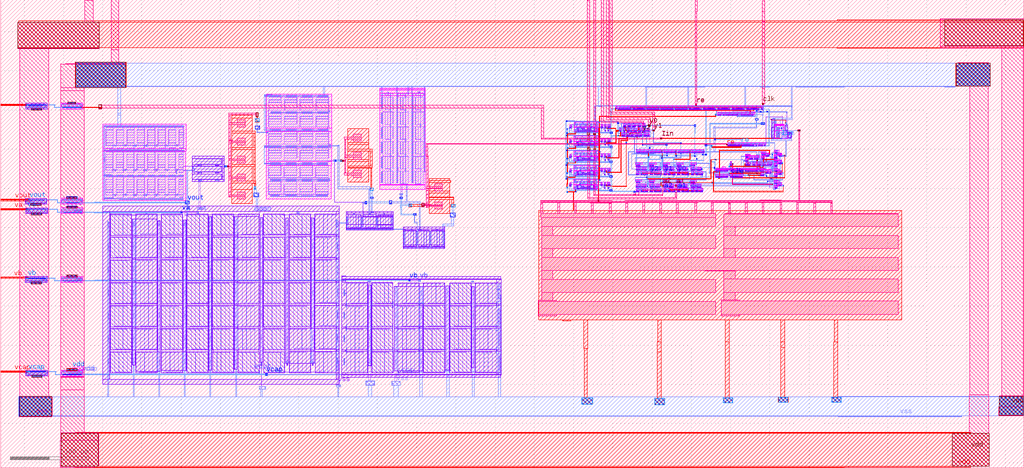
<source format=lef>
VERSION 5.7 ;
  NOWIREEXTENSIONATPIN ON ;
  DIVIDERCHAR "/" ;
  BUSBITCHARS "[]" ;
MACRO LVDT
  CLASS BLOCK ;
  FOREIGN LVDT ;
  ORIGIN 130.110 106.250 ;
  SIZE 1303.200 BY 596.820 ;
  PIN va
    DIRECTION INPUT ;
    USE SIGNAL ;
    ANTENNAGATEAREA 13125.000000 ;
    ANTENNADIFFAREA 29.000000 ;
    PORT
      LAYER li1 ;
        RECT -95.870 220.830 -95.700 222.450 ;
        RECT -93.290 220.830 -93.120 222.450 ;
        RECT -90.710 220.830 -90.540 222.450 ;
        RECT -88.130 220.830 -87.960 222.450 ;
        RECT -85.550 220.830 -85.380 222.450 ;
        RECT -82.970 220.830 -82.800 222.450 ;
        RECT -80.390 220.830 -80.220 222.450 ;
        RECT -77.810 220.830 -77.640 222.450 ;
        RECT -75.230 220.830 -75.060 222.450 ;
        RECT -72.650 220.830 -72.480 222.450 ;
        RECT -51.010 220.385 -50.840 222.005 ;
        RECT -48.430 220.385 -48.260 222.005 ;
        RECT -45.850 220.385 -45.680 222.005 ;
        RECT -43.270 220.385 -43.100 222.005 ;
        RECT -40.690 220.385 -40.520 222.005 ;
        RECT -38.110 220.385 -37.940 222.005 ;
        RECT -35.530 220.385 -35.360 222.005 ;
        RECT -32.950 220.385 -32.780 222.005 ;
        RECT -30.370 220.385 -30.200 222.005 ;
        RECT -27.790 220.385 -27.620 222.005 ;
        RECT 99.540 220.030 101.480 220.170 ;
        RECT 105.350 220.030 120.110 220.040 ;
        RECT 99.540 219.750 120.110 220.030 ;
        RECT 99.540 219.080 122.550 219.750 ;
        RECT 99.540 219.070 114.550 219.080 ;
        RECT 99.540 218.390 101.480 219.070 ;
        RECT 119.600 217.820 122.550 219.080 ;
      LAYER mcon ;
        RECT -95.870 222.095 -95.700 222.265 ;
        RECT -95.870 221.735 -95.700 221.905 ;
        RECT -95.870 221.375 -95.700 221.545 ;
        RECT -95.870 221.015 -95.700 221.185 ;
        RECT -93.290 222.095 -93.120 222.265 ;
        RECT -93.290 221.735 -93.120 221.905 ;
        RECT -93.290 221.375 -93.120 221.545 ;
        RECT -93.290 221.015 -93.120 221.185 ;
        RECT -90.710 222.095 -90.540 222.265 ;
        RECT -90.710 221.735 -90.540 221.905 ;
        RECT -90.710 221.375 -90.540 221.545 ;
        RECT -90.710 221.015 -90.540 221.185 ;
        RECT -88.130 222.095 -87.960 222.265 ;
        RECT -88.130 221.735 -87.960 221.905 ;
        RECT -88.130 221.375 -87.960 221.545 ;
        RECT -88.130 221.015 -87.960 221.185 ;
        RECT -85.550 222.095 -85.380 222.265 ;
        RECT -85.550 221.735 -85.380 221.905 ;
        RECT -85.550 221.375 -85.380 221.545 ;
        RECT -85.550 221.015 -85.380 221.185 ;
        RECT -82.970 222.095 -82.800 222.265 ;
        RECT -82.970 221.735 -82.800 221.905 ;
        RECT -82.970 221.375 -82.800 221.545 ;
        RECT -82.970 221.015 -82.800 221.185 ;
        RECT -80.390 222.095 -80.220 222.265 ;
        RECT -80.390 221.735 -80.220 221.905 ;
        RECT -80.390 221.375 -80.220 221.545 ;
        RECT -80.390 221.015 -80.220 221.185 ;
        RECT -77.810 222.095 -77.640 222.265 ;
        RECT -77.810 221.735 -77.640 221.905 ;
        RECT -77.810 221.375 -77.640 221.545 ;
        RECT -77.810 221.015 -77.640 221.185 ;
        RECT -75.230 222.095 -75.060 222.265 ;
        RECT -75.230 221.735 -75.060 221.905 ;
        RECT -75.230 221.375 -75.060 221.545 ;
        RECT -75.230 221.015 -75.060 221.185 ;
        RECT -72.650 222.095 -72.480 222.265 ;
        RECT -72.650 221.735 -72.480 221.905 ;
        RECT -72.650 221.375 -72.480 221.545 ;
        RECT -72.650 221.015 -72.480 221.185 ;
        RECT -51.010 221.650 -50.840 221.820 ;
        RECT -51.010 221.290 -50.840 221.460 ;
        RECT -51.010 220.930 -50.840 221.100 ;
        RECT -51.010 220.570 -50.840 220.740 ;
        RECT -48.430 221.650 -48.260 221.820 ;
        RECT -48.430 221.290 -48.260 221.460 ;
        RECT -48.430 220.930 -48.260 221.100 ;
        RECT -48.430 220.570 -48.260 220.740 ;
        RECT -45.850 221.650 -45.680 221.820 ;
        RECT -45.850 221.290 -45.680 221.460 ;
        RECT -45.850 220.930 -45.680 221.100 ;
        RECT -45.850 220.570 -45.680 220.740 ;
        RECT -43.270 221.650 -43.100 221.820 ;
        RECT -43.270 221.290 -43.100 221.460 ;
        RECT -43.270 220.930 -43.100 221.100 ;
        RECT -43.270 220.570 -43.100 220.740 ;
        RECT -40.690 221.650 -40.520 221.820 ;
        RECT -40.690 221.290 -40.520 221.460 ;
        RECT -40.690 220.930 -40.520 221.100 ;
        RECT -40.690 220.570 -40.520 220.740 ;
        RECT -38.110 221.650 -37.940 221.820 ;
        RECT -38.110 221.290 -37.940 221.460 ;
        RECT -38.110 220.930 -37.940 221.100 ;
        RECT -38.110 220.570 -37.940 220.740 ;
        RECT -35.530 221.650 -35.360 221.820 ;
        RECT -35.530 221.290 -35.360 221.460 ;
        RECT -35.530 220.930 -35.360 221.100 ;
        RECT -35.530 220.570 -35.360 220.740 ;
        RECT -32.950 221.650 -32.780 221.820 ;
        RECT -32.950 221.290 -32.780 221.460 ;
        RECT -32.950 220.930 -32.780 221.100 ;
        RECT -32.950 220.570 -32.780 220.740 ;
        RECT -30.370 221.650 -30.200 221.820 ;
        RECT -30.370 221.290 -30.200 221.460 ;
        RECT -30.370 220.930 -30.200 221.100 ;
        RECT -30.370 220.570 -30.200 220.740 ;
        RECT -27.790 221.650 -27.620 221.820 ;
        RECT -27.790 221.290 -27.620 221.460 ;
        RECT -27.790 220.930 -27.620 221.100 ;
        RECT -27.790 220.570 -27.620 220.740 ;
        RECT 99.705 218.475 101.315 220.085 ;
        RECT 119.960 217.975 121.930 219.585 ;
      LAYER met1 ;
        RECT -75.275 223.530 -75.045 225.765 ;
        RECT -96.030 223.020 -72.230 223.530 ;
        RECT -95.905 222.430 -95.695 223.020 ;
        RECT -93.325 222.430 -93.115 223.020 ;
        RECT -90.755 222.430 -90.545 223.020 ;
        RECT -88.195 222.430 -87.985 223.020 ;
        RECT -85.555 222.430 -85.345 223.020 ;
        RECT -95.905 222.095 -95.670 222.430 ;
        RECT -93.325 222.135 -93.090 222.430 ;
        RECT -90.755 222.135 -90.510 222.430 ;
        RECT -95.900 220.850 -95.670 222.095 ;
        RECT -93.320 220.850 -93.090 222.135 ;
        RECT -90.740 220.850 -90.510 222.135 ;
        RECT -88.195 222.115 -87.930 222.430 ;
        RECT -88.160 220.850 -87.930 222.115 ;
        RECT -85.580 222.095 -85.345 222.430 ;
        RECT -83.015 222.430 -82.805 223.020 ;
        RECT -80.375 222.430 -80.165 223.020 ;
        RECT -77.825 222.430 -77.615 223.020 ;
        RECT -75.275 222.985 -75.045 223.020 ;
        RECT -75.265 222.430 -75.055 222.985 ;
        RECT -72.645 222.430 -72.435 223.020 ;
        RECT -85.580 220.850 -85.350 222.095 ;
        RECT -83.015 222.065 -82.770 222.430 ;
        RECT -83.000 220.850 -82.770 222.065 ;
        RECT -80.420 221.965 -80.165 222.430 ;
        RECT -80.420 220.850 -80.190 221.965 ;
        RECT -77.840 220.850 -77.610 222.430 ;
        RECT -75.265 222.005 -75.030 222.430 ;
        RECT -75.260 220.850 -75.030 222.005 ;
        RECT -72.680 222.095 -72.435 222.430 ;
        RECT -72.680 220.850 -72.450 222.095 ;
        RECT -51.040 220.660 -50.810 221.985 ;
        RECT -51.045 219.590 -50.805 220.660 ;
        RECT -48.460 220.580 -48.230 221.985 ;
        RECT -45.880 220.600 -45.650 221.985 ;
        RECT -43.300 220.660 -43.070 221.985 ;
        RECT -48.485 220.405 -48.230 220.580 ;
        RECT -48.485 219.630 -48.245 220.405 ;
        RECT -45.885 219.630 -45.645 220.600 ;
        RECT -43.325 220.405 -43.070 220.660 ;
        RECT -40.720 220.620 -40.490 221.985 ;
        RECT -38.140 220.660 -37.910 221.985 ;
        RECT -40.745 220.405 -40.490 220.620 ;
        RECT -43.325 219.630 -43.085 220.405 ;
        RECT -40.745 219.630 -40.505 220.405 ;
        RECT -38.145 219.630 -37.905 220.660 ;
        RECT -35.560 220.640 -35.330 221.985 ;
        RECT -35.565 219.630 -35.325 220.640 ;
        RECT -32.980 220.580 -32.750 221.985 ;
        RECT -30.400 220.620 -30.170 221.985 ;
        RECT -32.985 219.630 -32.745 220.580 ;
        RECT -30.425 220.405 -30.170 220.620 ;
        RECT -27.820 220.600 -27.590 221.985 ;
        RECT -27.820 220.405 -27.535 220.600 ;
        RECT -30.425 219.630 -30.185 220.405 ;
        RECT -27.775 219.630 -27.535 220.405 ;
        RECT -49.970 219.590 -27.160 219.630 ;
        RECT -51.045 219.290 -27.160 219.590 ;
        RECT -49.970 219.070 -27.160 219.290 ;
        RECT -27.845 217.120 -27.535 219.070 ;
        RECT 99.480 218.360 101.540 220.200 ;
        RECT 119.600 217.820 122.550 219.750 ;
      LAYER via ;
        RECT -95.940 223.145 -95.680 223.405 ;
        RECT -95.620 223.145 -95.360 223.405 ;
        RECT -95.300 223.145 -95.040 223.405 ;
        RECT -94.980 223.145 -94.720 223.405 ;
        RECT -94.660 223.145 -94.400 223.405 ;
        RECT -94.340 223.145 -94.080 223.405 ;
        RECT -94.020 223.145 -93.760 223.405 ;
        RECT -93.700 223.145 -93.440 223.405 ;
        RECT -93.380 223.145 -93.120 223.405 ;
        RECT -93.060 223.145 -92.800 223.405 ;
        RECT -92.740 223.145 -92.480 223.405 ;
        RECT -92.420 223.145 -92.160 223.405 ;
        RECT -92.100 223.145 -91.840 223.405 ;
        RECT -91.780 223.145 -91.520 223.405 ;
        RECT -91.460 223.145 -91.200 223.405 ;
        RECT -91.140 223.145 -90.880 223.405 ;
        RECT -90.820 223.145 -90.560 223.405 ;
        RECT -90.500 223.145 -90.240 223.405 ;
        RECT -90.180 223.145 -89.920 223.405 ;
        RECT -89.860 223.145 -89.600 223.405 ;
        RECT -89.540 223.145 -89.280 223.405 ;
        RECT -89.220 223.145 -88.960 223.405 ;
        RECT -88.900 223.145 -88.640 223.405 ;
        RECT -88.580 223.145 -88.320 223.405 ;
        RECT -88.260 223.145 -88.000 223.405 ;
        RECT -87.940 223.145 -87.680 223.405 ;
        RECT -87.620 223.145 -87.360 223.405 ;
        RECT -87.300 223.145 -87.040 223.405 ;
        RECT -86.980 223.145 -86.720 223.405 ;
        RECT -86.660 223.145 -86.400 223.405 ;
        RECT -86.340 223.145 -86.080 223.405 ;
        RECT -86.020 223.145 -85.760 223.405 ;
        RECT -85.700 223.145 -85.440 223.405 ;
        RECT -85.380 223.145 -85.120 223.405 ;
        RECT -85.060 223.145 -84.800 223.405 ;
        RECT -84.740 223.145 -84.480 223.405 ;
        RECT -84.420 223.145 -84.160 223.405 ;
        RECT -84.100 223.145 -83.840 223.405 ;
        RECT -83.780 223.145 -83.520 223.405 ;
        RECT -83.460 223.145 -83.200 223.405 ;
        RECT -83.140 223.145 -82.880 223.405 ;
        RECT -82.820 223.145 -82.560 223.405 ;
        RECT -82.500 223.145 -82.240 223.405 ;
        RECT -82.180 223.145 -81.920 223.405 ;
        RECT -81.860 223.145 -81.600 223.405 ;
        RECT -81.540 223.145 -81.280 223.405 ;
        RECT -81.220 223.145 -80.960 223.405 ;
        RECT -80.900 223.145 -80.640 223.405 ;
        RECT -80.580 223.145 -80.320 223.405 ;
        RECT -80.260 223.145 -80.000 223.405 ;
        RECT -79.940 223.145 -79.680 223.405 ;
        RECT -79.620 223.145 -79.360 223.405 ;
        RECT -79.300 223.145 -79.040 223.405 ;
        RECT -78.980 223.145 -78.720 223.405 ;
        RECT -78.660 223.145 -78.400 223.405 ;
        RECT -78.340 223.145 -78.080 223.405 ;
        RECT -78.020 223.145 -77.760 223.405 ;
        RECT -77.700 223.145 -77.440 223.405 ;
        RECT -77.380 223.145 -77.120 223.405 ;
        RECT -77.060 223.145 -76.800 223.405 ;
        RECT -76.740 223.145 -76.480 223.405 ;
        RECT -76.420 223.145 -76.160 223.405 ;
        RECT -76.100 223.145 -75.840 223.405 ;
        RECT -75.780 223.145 -75.520 223.405 ;
        RECT -75.460 223.145 -75.200 223.405 ;
        RECT -75.140 223.145 -74.880 223.405 ;
        RECT -74.820 223.145 -74.560 223.405 ;
        RECT -74.500 223.145 -74.240 223.405 ;
        RECT -74.180 223.145 -73.920 223.405 ;
        RECT -73.860 223.145 -73.600 223.405 ;
        RECT -73.540 223.145 -73.280 223.405 ;
        RECT -73.220 223.145 -72.960 223.405 ;
        RECT -72.900 223.145 -72.640 223.405 ;
        RECT -72.580 223.145 -72.320 223.405 ;
        RECT -49.895 219.220 -49.635 219.480 ;
        RECT -49.575 219.220 -49.315 219.480 ;
        RECT -49.255 219.220 -48.995 219.480 ;
        RECT -48.935 219.220 -48.675 219.480 ;
        RECT -48.615 219.220 -48.355 219.480 ;
        RECT -48.295 219.220 -48.035 219.480 ;
        RECT -47.975 219.220 -47.715 219.480 ;
        RECT -47.655 219.220 -47.395 219.480 ;
        RECT -47.335 219.220 -47.075 219.480 ;
        RECT -47.015 219.220 -46.755 219.480 ;
        RECT -46.695 219.220 -46.435 219.480 ;
        RECT -46.375 219.220 -46.115 219.480 ;
        RECT -46.055 219.220 -45.795 219.480 ;
        RECT -45.735 219.220 -45.475 219.480 ;
        RECT -45.415 219.220 -45.155 219.480 ;
        RECT -45.095 219.220 -44.835 219.480 ;
        RECT -44.775 219.220 -44.515 219.480 ;
        RECT -44.455 219.220 -44.195 219.480 ;
        RECT -44.135 219.220 -43.875 219.480 ;
        RECT -43.815 219.220 -43.555 219.480 ;
        RECT -43.495 219.220 -43.235 219.480 ;
        RECT -43.175 219.220 -42.915 219.480 ;
        RECT -42.855 219.220 -42.595 219.480 ;
        RECT -42.535 219.220 -42.275 219.480 ;
        RECT -42.215 219.220 -41.955 219.480 ;
        RECT -41.895 219.220 -41.635 219.480 ;
        RECT -41.575 219.220 -41.315 219.480 ;
        RECT -41.255 219.220 -40.995 219.480 ;
        RECT -40.935 219.220 -40.675 219.480 ;
        RECT -40.615 219.220 -40.355 219.480 ;
        RECT -40.295 219.220 -40.035 219.480 ;
        RECT -39.975 219.220 -39.715 219.480 ;
        RECT -39.655 219.220 -39.395 219.480 ;
        RECT -39.335 219.220 -39.075 219.480 ;
        RECT -39.015 219.220 -38.755 219.480 ;
        RECT -38.695 219.220 -38.435 219.480 ;
        RECT -38.375 219.220 -38.115 219.480 ;
        RECT -38.055 219.220 -37.795 219.480 ;
        RECT -37.735 219.220 -37.475 219.480 ;
        RECT -37.415 219.220 -37.155 219.480 ;
        RECT -37.095 219.220 -36.835 219.480 ;
        RECT -36.775 219.220 -36.515 219.480 ;
        RECT -36.455 219.220 -36.195 219.480 ;
        RECT -36.135 219.220 -35.875 219.480 ;
        RECT -35.815 219.220 -35.555 219.480 ;
        RECT -35.495 219.220 -35.235 219.480 ;
        RECT -35.175 219.220 -34.915 219.480 ;
        RECT -34.855 219.220 -34.595 219.480 ;
        RECT -34.535 219.220 -34.275 219.480 ;
        RECT -34.215 219.220 -33.955 219.480 ;
        RECT -33.895 219.220 -33.635 219.480 ;
        RECT -33.575 219.220 -33.315 219.480 ;
        RECT -33.255 219.220 -32.995 219.480 ;
        RECT -32.935 219.220 -32.675 219.480 ;
        RECT -32.615 219.220 -32.355 219.480 ;
        RECT -32.295 219.220 -32.035 219.480 ;
        RECT -31.975 219.220 -31.715 219.480 ;
        RECT -31.655 219.220 -31.395 219.480 ;
        RECT -31.335 219.220 -31.075 219.480 ;
        RECT -31.015 219.220 -30.755 219.480 ;
        RECT -30.695 219.220 -30.435 219.480 ;
        RECT -30.375 219.220 -30.115 219.480 ;
        RECT -30.055 219.220 -29.795 219.480 ;
        RECT -29.735 219.220 -29.475 219.480 ;
        RECT -29.415 219.220 -29.155 219.480 ;
        RECT -29.095 219.220 -28.835 219.480 ;
        RECT -28.775 219.220 -28.515 219.480 ;
        RECT -28.455 219.220 -28.195 219.480 ;
        RECT -28.135 219.220 -27.875 219.480 ;
        RECT -27.815 219.220 -27.555 219.480 ;
        RECT -27.495 219.220 -27.235 219.480 ;
        RECT 99.580 218.510 101.440 220.050 ;
      LAYER met2 ;
        RECT -97.340 223.580 -95.490 223.660 ;
        RECT -97.340 223.500 -72.280 223.580 ;
        RECT -57.720 223.500 -57.050 223.520 ;
        RECT -97.340 223.000 -57.050 223.500 ;
        RECT -97.340 222.970 -72.280 223.000 ;
        RECT -97.340 222.730 -95.490 222.970 ;
        RECT -57.720 219.660 -57.050 223.000 ;
        RECT -49.920 219.660 -27.210 219.680 ;
        RECT 99.540 219.670 101.480 220.220 ;
        RECT -57.720 219.630 -27.210 219.660 ;
        RECT -10.630 219.630 101.480 219.670 ;
        RECT -57.720 219.070 101.480 219.630 ;
        RECT -57.720 219.020 -27.210 219.070 ;
        RECT -10.630 218.470 101.480 219.070 ;
        RECT 99.540 218.340 101.480 218.470 ;
      LAYER via2 ;
        RECT -97.155 222.855 -95.675 223.535 ;
      LAYER met3 ;
        RECT -129.840 223.635 -96.190 224.220 ;
        RECT -129.840 222.755 -95.440 223.635 ;
        RECT -129.840 222.090 -96.190 222.755 ;
    END
  END va
  PIN vb
    DIRECTION INPUT ;
    USE SIGNAL ;
    ANTENNAGATEAREA 5000.000000 ;
    ANTENNADIFFAREA 29.000000 ;
    PORT
      LAYER li1 ;
        RECT -96.270 133.080 -96.100 134.700 ;
        RECT -93.690 133.080 -93.520 134.700 ;
        RECT -91.110 133.080 -90.940 134.700 ;
        RECT -88.530 133.080 -88.360 134.700 ;
        RECT -85.950 133.080 -85.780 134.700 ;
        RECT -83.370 133.080 -83.200 134.700 ;
        RECT -80.790 133.080 -80.620 134.700 ;
        RECT -78.210 133.080 -78.040 134.700 ;
        RECT -75.630 133.080 -75.460 134.700 ;
        RECT -73.050 133.080 -72.880 134.700 ;
        RECT -51.050 132.735 -50.880 134.355 ;
        RECT -48.470 132.735 -48.300 134.355 ;
        RECT -45.890 132.735 -45.720 134.355 ;
        RECT -43.310 132.735 -43.140 134.355 ;
        RECT -40.730 132.735 -40.560 134.355 ;
        RECT -38.150 132.735 -37.980 134.355 ;
        RECT -35.570 132.735 -35.400 134.355 ;
        RECT -32.990 132.735 -32.820 134.355 ;
        RECT -30.410 132.735 -30.240 134.355 ;
        RECT -27.830 132.735 -27.660 134.355 ;
        RECT 389.910 132.690 391.580 133.450 ;
        RECT 401.690 132.690 405.410 133.130 ;
        RECT 389.910 132.060 405.410 132.690 ;
        RECT 389.910 131.560 391.580 132.060 ;
        RECT 401.690 131.380 405.410 132.060 ;
      LAYER mcon ;
        RECT -96.270 134.345 -96.100 134.515 ;
        RECT -96.270 133.985 -96.100 134.155 ;
        RECT -96.270 133.625 -96.100 133.795 ;
        RECT -96.270 133.265 -96.100 133.435 ;
        RECT -93.690 134.345 -93.520 134.515 ;
        RECT -93.690 133.985 -93.520 134.155 ;
        RECT -93.690 133.625 -93.520 133.795 ;
        RECT -93.690 133.265 -93.520 133.435 ;
        RECT -91.110 134.345 -90.940 134.515 ;
        RECT -91.110 133.985 -90.940 134.155 ;
        RECT -91.110 133.625 -90.940 133.795 ;
        RECT -91.110 133.265 -90.940 133.435 ;
        RECT -88.530 134.345 -88.360 134.515 ;
        RECT -88.530 133.985 -88.360 134.155 ;
        RECT -88.530 133.625 -88.360 133.795 ;
        RECT -88.530 133.265 -88.360 133.435 ;
        RECT -85.950 134.345 -85.780 134.515 ;
        RECT -85.950 133.985 -85.780 134.155 ;
        RECT -85.950 133.625 -85.780 133.795 ;
        RECT -85.950 133.265 -85.780 133.435 ;
        RECT -83.370 134.345 -83.200 134.515 ;
        RECT -83.370 133.985 -83.200 134.155 ;
        RECT -83.370 133.625 -83.200 133.795 ;
        RECT -83.370 133.265 -83.200 133.435 ;
        RECT -80.790 134.345 -80.620 134.515 ;
        RECT -80.790 133.985 -80.620 134.155 ;
        RECT -80.790 133.625 -80.620 133.795 ;
        RECT -80.790 133.265 -80.620 133.435 ;
        RECT -78.210 134.345 -78.040 134.515 ;
        RECT -78.210 133.985 -78.040 134.155 ;
        RECT -78.210 133.625 -78.040 133.795 ;
        RECT -78.210 133.265 -78.040 133.435 ;
        RECT -75.630 134.345 -75.460 134.515 ;
        RECT -75.630 133.985 -75.460 134.155 ;
        RECT -75.630 133.625 -75.460 133.795 ;
        RECT -75.630 133.265 -75.460 133.435 ;
        RECT -73.050 134.345 -72.880 134.515 ;
        RECT -73.050 133.985 -72.880 134.155 ;
        RECT -73.050 133.625 -72.880 133.795 ;
        RECT -73.050 133.265 -72.880 133.435 ;
        RECT -51.050 134.000 -50.880 134.170 ;
        RECT -51.050 133.640 -50.880 133.810 ;
        RECT -51.050 133.280 -50.880 133.450 ;
        RECT -51.050 132.920 -50.880 133.090 ;
        RECT -48.470 134.000 -48.300 134.170 ;
        RECT -48.470 133.640 -48.300 133.810 ;
        RECT -48.470 133.280 -48.300 133.450 ;
        RECT -48.470 132.920 -48.300 133.090 ;
        RECT -45.890 134.000 -45.720 134.170 ;
        RECT -45.890 133.640 -45.720 133.810 ;
        RECT -45.890 133.280 -45.720 133.450 ;
        RECT -45.890 132.920 -45.720 133.090 ;
        RECT -43.310 134.000 -43.140 134.170 ;
        RECT -43.310 133.640 -43.140 133.810 ;
        RECT -43.310 133.280 -43.140 133.450 ;
        RECT -43.310 132.920 -43.140 133.090 ;
        RECT -40.730 134.000 -40.560 134.170 ;
        RECT -40.730 133.640 -40.560 133.810 ;
        RECT -40.730 133.280 -40.560 133.450 ;
        RECT -40.730 132.920 -40.560 133.090 ;
        RECT -38.150 134.000 -37.980 134.170 ;
        RECT -38.150 133.640 -37.980 133.810 ;
        RECT -38.150 133.280 -37.980 133.450 ;
        RECT -38.150 132.920 -37.980 133.090 ;
        RECT -35.570 134.000 -35.400 134.170 ;
        RECT -35.570 133.640 -35.400 133.810 ;
        RECT -35.570 133.280 -35.400 133.450 ;
        RECT -35.570 132.920 -35.400 133.090 ;
        RECT -32.990 134.000 -32.820 134.170 ;
        RECT -32.990 133.640 -32.820 133.810 ;
        RECT -32.990 133.280 -32.820 133.450 ;
        RECT -32.990 132.920 -32.820 133.090 ;
        RECT -30.410 134.000 -30.240 134.170 ;
        RECT -30.410 133.640 -30.240 133.810 ;
        RECT -30.410 133.280 -30.240 133.450 ;
        RECT -30.410 132.920 -30.240 133.090 ;
        RECT -27.830 134.000 -27.660 134.170 ;
        RECT -27.830 133.640 -27.660 133.810 ;
        RECT -27.830 133.280 -27.660 133.450 ;
        RECT -27.830 132.920 -27.660 133.090 ;
        RECT 389.940 131.700 391.550 133.310 ;
        RECT 402.115 131.815 404.805 132.705 ;
      LAYER met1 ;
        RECT -75.675 135.880 -75.445 138.015 ;
        RECT -96.580 135.200 -72.410 135.880 ;
        RECT -96.305 134.680 -96.095 135.200 ;
        RECT -93.725 134.680 -93.515 135.200 ;
        RECT -91.155 134.680 -90.945 135.200 ;
        RECT -88.595 134.680 -88.385 135.200 ;
        RECT -85.955 134.680 -85.745 135.200 ;
        RECT -96.305 134.345 -96.070 134.680 ;
        RECT -93.725 134.385 -93.490 134.680 ;
        RECT -91.155 134.385 -90.910 134.680 ;
        RECT -96.300 133.100 -96.070 134.345 ;
        RECT -93.720 133.100 -93.490 134.385 ;
        RECT -91.140 133.100 -90.910 134.385 ;
        RECT -88.595 134.365 -88.330 134.680 ;
        RECT -88.560 133.100 -88.330 134.365 ;
        RECT -85.980 134.345 -85.745 134.680 ;
        RECT -83.415 134.680 -83.205 135.200 ;
        RECT -80.775 134.680 -80.565 135.200 ;
        RECT -78.225 134.680 -78.015 135.200 ;
        RECT -75.665 134.680 -75.455 135.200 ;
        RECT -73.045 134.680 -72.835 135.200 ;
        RECT -85.980 133.100 -85.750 134.345 ;
        RECT -83.415 134.315 -83.170 134.680 ;
        RECT -83.400 133.100 -83.170 134.315 ;
        RECT -80.820 134.215 -80.565 134.680 ;
        RECT -80.820 133.100 -80.590 134.215 ;
        RECT -78.240 133.100 -78.010 134.680 ;
        RECT -75.665 134.255 -75.430 134.680 ;
        RECT -75.660 133.100 -75.430 134.255 ;
        RECT -73.080 134.345 -72.835 134.680 ;
        RECT -73.080 133.100 -72.850 134.345 ;
        RECT -51.080 133.010 -50.850 134.335 ;
        RECT -51.085 132.140 -50.845 133.010 ;
        RECT -48.500 132.930 -48.270 134.335 ;
        RECT -45.920 132.950 -45.690 134.335 ;
        RECT -43.340 133.010 -43.110 134.335 ;
        RECT -48.525 132.755 -48.270 132.930 ;
        RECT -48.525 132.140 -48.285 132.755 ;
        RECT -45.925 132.140 -45.685 132.950 ;
        RECT -43.365 132.755 -43.110 133.010 ;
        RECT -40.760 132.970 -40.530 134.335 ;
        RECT -38.180 133.010 -37.950 134.335 ;
        RECT -40.785 132.755 -40.530 132.970 ;
        RECT -43.365 132.140 -43.125 132.755 ;
        RECT -40.785 132.140 -40.545 132.755 ;
        RECT -38.185 132.140 -37.945 133.010 ;
        RECT -35.600 132.990 -35.370 134.335 ;
        RECT -35.605 132.140 -35.365 132.990 ;
        RECT -33.020 132.930 -32.790 134.335 ;
        RECT -30.440 132.970 -30.210 134.335 ;
        RECT -33.025 132.140 -32.785 132.930 ;
        RECT -30.465 132.755 -30.210 132.970 ;
        RECT -27.860 132.950 -27.630 134.335 ;
        RECT 389.880 133.450 391.610 133.510 ;
        RECT -27.860 132.755 -27.575 132.950 ;
        RECT -30.465 132.140 -30.225 132.755 ;
        RECT -27.815 132.140 -27.575 132.755 ;
        RECT -51.450 131.630 -27.220 132.140 ;
        RECT -27.885 129.470 -27.575 131.630 ;
        RECT 389.860 131.560 391.630 133.450 ;
        RECT 389.880 131.500 391.610 131.560 ;
        RECT 401.690 131.380 405.410 133.130 ;
      LAYER via ;
        RECT -96.465 135.250 -72.525 135.830 ;
        RECT -51.305 131.755 -51.045 132.015 ;
        RECT -50.985 131.755 -50.725 132.015 ;
        RECT -50.665 131.755 -50.405 132.015 ;
        RECT -50.345 131.755 -50.085 132.015 ;
        RECT -50.025 131.755 -49.765 132.015 ;
        RECT -49.705 131.755 -49.445 132.015 ;
        RECT -49.385 131.755 -49.125 132.015 ;
        RECT -49.065 131.755 -48.805 132.015 ;
        RECT -48.745 131.755 -48.485 132.015 ;
        RECT -48.425 131.755 -48.165 132.015 ;
        RECT -48.105 131.755 -47.845 132.015 ;
        RECT -47.785 131.755 -47.525 132.015 ;
        RECT -47.465 131.755 -47.205 132.015 ;
        RECT -47.145 131.755 -46.885 132.015 ;
        RECT -46.825 131.755 -46.565 132.015 ;
        RECT -46.505 131.755 -46.245 132.015 ;
        RECT -46.185 131.755 -45.925 132.015 ;
        RECT -45.865 131.755 -45.605 132.015 ;
        RECT -45.545 131.755 -45.285 132.015 ;
        RECT -45.225 131.755 -44.965 132.015 ;
        RECT -44.905 131.755 -44.645 132.015 ;
        RECT -44.585 131.755 -44.325 132.015 ;
        RECT -44.265 131.755 -44.005 132.015 ;
        RECT -43.945 131.755 -43.685 132.015 ;
        RECT -43.625 131.755 -43.365 132.015 ;
        RECT -43.305 131.755 -43.045 132.015 ;
        RECT -42.985 131.755 -42.725 132.015 ;
        RECT -42.665 131.755 -42.405 132.015 ;
        RECT -42.345 131.755 -42.085 132.015 ;
        RECT -42.025 131.755 -41.765 132.015 ;
        RECT -41.705 131.755 -41.445 132.015 ;
        RECT -41.385 131.755 -41.125 132.015 ;
        RECT -41.065 131.755 -40.805 132.015 ;
        RECT -40.745 131.755 -40.485 132.015 ;
        RECT -40.425 131.755 -40.165 132.015 ;
        RECT -40.105 131.755 -39.845 132.015 ;
        RECT -39.785 131.755 -39.525 132.015 ;
        RECT -39.465 131.755 -39.205 132.015 ;
        RECT -39.145 131.755 -38.885 132.015 ;
        RECT -38.825 131.755 -38.565 132.015 ;
        RECT -38.505 131.755 -38.245 132.015 ;
        RECT -38.185 131.755 -37.925 132.015 ;
        RECT -37.865 131.755 -37.605 132.015 ;
        RECT -37.545 131.755 -37.285 132.015 ;
        RECT -37.225 131.755 -36.965 132.015 ;
        RECT -36.905 131.755 -36.645 132.015 ;
        RECT -36.585 131.755 -36.325 132.015 ;
        RECT -36.265 131.755 -36.005 132.015 ;
        RECT -35.945 131.755 -35.685 132.015 ;
        RECT -35.625 131.755 -35.365 132.015 ;
        RECT -35.305 131.755 -35.045 132.015 ;
        RECT -34.985 131.755 -34.725 132.015 ;
        RECT -34.665 131.755 -34.405 132.015 ;
        RECT -34.345 131.755 -34.085 132.015 ;
        RECT -34.025 131.755 -33.765 132.015 ;
        RECT -33.705 131.755 -33.445 132.015 ;
        RECT -33.385 131.755 -33.125 132.015 ;
        RECT -33.065 131.755 -32.805 132.015 ;
        RECT -32.745 131.755 -32.485 132.015 ;
        RECT -32.425 131.755 -32.165 132.015 ;
        RECT -32.105 131.755 -31.845 132.015 ;
        RECT -31.785 131.755 -31.525 132.015 ;
        RECT -31.465 131.755 -31.205 132.015 ;
        RECT -31.145 131.755 -30.885 132.015 ;
        RECT -30.825 131.755 -30.565 132.015 ;
        RECT -30.505 131.755 -30.245 132.015 ;
        RECT -30.185 131.755 -29.925 132.015 ;
        RECT -29.865 131.755 -29.605 132.015 ;
        RECT -29.545 131.755 -29.285 132.015 ;
        RECT -29.225 131.755 -28.965 132.015 ;
        RECT -28.905 131.755 -28.645 132.015 ;
        RECT -28.585 131.755 -28.325 132.015 ;
        RECT -28.265 131.755 -28.005 132.015 ;
        RECT -27.945 131.755 -27.685 132.015 ;
        RECT -27.625 131.755 -27.365 132.015 ;
        RECT 389.975 131.575 391.515 133.435 ;
      LAYER met2 ;
        RECT -97.670 135.930 -93.970 136.100 ;
        RECT -97.670 135.830 -72.460 135.930 ;
        RECT -97.670 135.150 -60.480 135.830 ;
        RECT -97.670 135.060 -93.970 135.150 ;
        RECT -61.480 132.250 -60.480 135.150 ;
        RECT -10.080 133.150 -4.840 133.160 ;
        RECT -10.080 133.090 195.640 133.150 ;
        RECT 389.910 133.090 391.580 133.500 ;
        RECT -61.480 132.190 -47.880 132.250 ;
        RECT -10.080 132.230 391.580 133.090 ;
        RECT -28.330 132.190 391.580 132.230 ;
        RECT -61.480 132.170 391.580 132.190 ;
        RECT -61.480 132.020 195.640 132.170 ;
        RECT -61.480 131.710 -4.840 132.020 ;
        RECT -61.480 131.670 -4.880 131.710 ;
        RECT -61.480 131.580 -27.270 131.670 ;
        RECT -61.480 131.570 -47.880 131.580 ;
        RECT 389.910 131.510 391.580 132.170 ;
      LAYER via2 ;
        RECT -97.560 135.240 -94.080 135.920 ;
      LAYER met3 ;
        RECT -129.910 136.075 -96.260 136.940 ;
        RECT -129.910 135.085 -93.920 136.075 ;
        RECT -129.910 134.810 -96.260 135.085 ;
    END
  END vb
  PIN vcap
    DIRECTION INPUT ;
    USE SIGNAL ;
    ANTENNADIFFAREA 659.750000 ;
    PORT
      LAYER li1 ;
        RECT 198.520 215.550 200.240 219.390 ;
        RECT 112.630 214.790 112.800 215.340 ;
        RECT 123.210 214.820 123.380 215.340 ;
        RECT 133.790 214.900 133.960 215.340 ;
        RECT 112.610 192.980 112.840 214.790 ;
        RECT 123.210 193.010 123.440 214.820 ;
        RECT 133.750 193.090 133.980 214.900 ;
        RECT 145.240 214.870 145.410 215.420 ;
        RECT 155.820 214.900 155.990 215.420 ;
        RECT 166.400 214.980 166.570 215.420 ;
        RECT 112.630 192.420 112.800 192.980 ;
        RECT 112.530 191.370 112.940 192.420 ;
        RECT 123.210 192.280 123.380 193.010 ;
        RECT 133.790 192.650 133.960 193.090 ;
        RECT 145.220 193.060 145.450 214.870 ;
        RECT 155.820 193.090 156.050 214.900 ;
        RECT 166.360 193.170 166.590 214.980 ;
        RECT 177.790 214.900 177.960 215.450 ;
        RECT 188.370 214.930 188.540 215.450 ;
        RECT 123.160 191.370 123.570 192.280 ;
        RECT 133.520 191.370 134.180 192.650 ;
        RECT 145.240 192.500 145.410 193.060 ;
        RECT 145.140 191.450 145.550 192.500 ;
        RECT 155.820 192.360 155.990 193.090 ;
        RECT 166.400 192.470 166.570 193.170 ;
        RECT 177.770 193.090 178.000 214.900 ;
        RECT 188.370 193.120 188.600 214.930 ;
        RECT 198.790 213.650 199.610 215.550 ;
        RECT 198.910 193.200 199.140 213.650 ;
        RECT 177.790 192.530 177.960 193.090 ;
        RECT 155.770 191.450 156.180 192.360 ;
        RECT 166.250 191.450 166.910 192.470 ;
        RECT 177.690 191.480 178.100 192.530 ;
        RECT 188.370 192.390 188.540 193.120 ;
        RECT 198.950 192.500 199.120 193.200 ;
        RECT 198.830 192.480 199.240 192.500 ;
        RECT 188.320 191.480 188.730 192.390 ;
        RECT 198.830 191.480 199.470 192.480 ;
        RECT 112.530 190.920 134.780 191.370 ;
        RECT 145.140 191.000 167.390 191.450 ;
        RECT 177.690 191.030 199.940 191.480 ;
        RECT 177.750 191.000 199.940 191.030 ;
        RECT 145.200 190.970 167.390 191.000 ;
        RECT 112.590 190.890 134.780 190.920 ;
        RECT 123.160 190.780 123.570 190.890 ;
        RECT 112.630 185.710 112.800 186.260 ;
        RECT 123.210 185.740 123.380 186.260 ;
        RECT 112.610 163.900 112.840 185.710 ;
        RECT 123.210 163.930 123.440 185.740 ;
        RECT 133.520 185.610 134.180 190.890 ;
        RECT 155.770 190.860 156.180 190.970 ;
        RECT 145.240 185.790 145.410 186.340 ;
        RECT 155.820 185.820 155.990 186.340 ;
        RECT 133.750 164.010 133.980 185.610 ;
        RECT 112.630 163.340 112.800 163.900 ;
        RECT 112.530 162.290 112.940 163.340 ;
        RECT 123.210 163.200 123.380 163.930 ;
        RECT 133.790 163.310 133.960 164.010 ;
        RECT 145.220 163.980 145.450 185.790 ;
        RECT 155.820 164.010 156.050 185.820 ;
        RECT 166.250 185.430 166.910 190.970 ;
        RECT 188.320 190.890 188.730 191.000 ;
        RECT 177.790 185.820 177.960 186.370 ;
        RECT 188.370 185.850 188.540 186.370 ;
        RECT 166.360 164.090 166.590 185.430 ;
        RECT 145.240 163.420 145.410 163.980 ;
        RECT 133.670 163.240 134.080 163.310 ;
        RECT 123.160 162.290 123.570 163.200 ;
        RECT 133.670 162.290 134.400 163.240 ;
        RECT 145.140 162.370 145.550 163.420 ;
        RECT 155.820 163.280 155.990 164.010 ;
        RECT 166.400 163.390 166.570 164.090 ;
        RECT 177.770 164.010 178.000 185.820 ;
        RECT 188.370 164.040 188.600 185.850 ;
        RECT 198.840 185.560 199.470 191.000 ;
        RECT 198.910 164.120 199.140 185.560 ;
        RECT 177.790 163.450 177.960 164.010 ;
        RECT 155.770 162.370 156.180 163.280 ;
        RECT 166.280 163.200 166.690 163.390 ;
        RECT 166.140 162.370 166.800 163.200 ;
        RECT 177.690 162.400 178.100 163.450 ;
        RECT 188.370 163.310 188.540 164.040 ;
        RECT 198.950 163.580 199.120 164.120 ;
        RECT 188.320 162.400 188.730 163.310 ;
        RECT 198.770 162.400 199.400 163.580 ;
        RECT 112.530 161.840 134.780 162.290 ;
        RECT 145.140 161.920 167.390 162.370 ;
        RECT 177.690 161.950 199.940 162.400 ;
        RECT 177.750 161.920 199.940 161.950 ;
        RECT 145.200 161.890 167.390 161.920 ;
        RECT 112.590 161.810 134.780 161.840 ;
        RECT 123.160 161.700 123.570 161.810 ;
        RECT 112.630 156.540 112.800 157.090 ;
        RECT 123.210 156.570 123.380 157.090 ;
        RECT 112.610 134.730 112.840 156.540 ;
        RECT 123.210 134.760 123.440 156.570 ;
        RECT 133.740 156.200 134.400 161.810 ;
        RECT 155.770 161.780 156.180 161.890 ;
        RECT 145.240 156.620 145.410 157.170 ;
        RECT 155.820 156.650 155.990 157.170 ;
        RECT 133.750 134.840 133.980 156.200 ;
        RECT 112.630 134.170 112.800 134.730 ;
        RECT 112.530 133.120 112.940 134.170 ;
        RECT 123.210 134.030 123.380 134.760 ;
        RECT 133.790 134.390 133.960 134.840 ;
        RECT 145.220 134.810 145.450 156.620 ;
        RECT 155.820 134.840 156.050 156.650 ;
        RECT 166.140 156.160 166.800 161.890 ;
        RECT 188.320 161.810 188.730 161.920 ;
        RECT 177.790 156.650 177.960 157.200 ;
        RECT 188.370 156.680 188.540 157.200 ;
        RECT 166.360 134.920 166.590 156.160 ;
        RECT 133.700 134.140 134.360 134.390 ;
        RECT 145.240 134.250 145.410 134.810 ;
        RECT 123.160 133.120 123.570 134.030 ;
        RECT 133.670 133.120 134.360 134.140 ;
        RECT 145.140 133.200 145.550 134.250 ;
        RECT 155.820 134.110 155.990 134.840 ;
        RECT 166.400 134.220 166.570 134.920 ;
        RECT 177.770 134.840 178.000 156.650 ;
        RECT 188.370 134.870 188.600 156.680 ;
        RECT 198.770 156.660 199.400 161.920 ;
        RECT 198.910 134.950 199.140 156.660 ;
        RECT 177.790 134.280 177.960 134.840 ;
        RECT 166.280 134.120 166.690 134.220 ;
        RECT 155.770 133.200 156.180 134.110 ;
        RECT 166.280 133.200 166.920 134.120 ;
        RECT 177.690 133.230 178.100 134.280 ;
        RECT 188.370 134.140 188.540 134.870 ;
        RECT 198.950 134.250 199.120 134.950 ;
        RECT 188.320 133.230 188.730 134.140 ;
        RECT 198.830 133.770 199.240 134.250 ;
        RECT 198.770 133.230 199.400 133.770 ;
        RECT 112.530 132.670 134.780 133.120 ;
        RECT 145.140 132.750 167.390 133.200 ;
        RECT 177.690 132.780 199.940 133.230 ;
        RECT 177.750 132.750 199.940 132.780 ;
        RECT 145.200 132.720 167.390 132.750 ;
        RECT 112.590 132.640 134.780 132.670 ;
        RECT 123.160 132.530 123.570 132.640 ;
        RECT 112.630 127.360 112.800 127.910 ;
        RECT 123.210 127.390 123.380 127.910 ;
        RECT 112.610 105.550 112.840 127.360 ;
        RECT 123.210 105.580 123.440 127.390 ;
        RECT 133.700 127.350 134.360 132.640 ;
        RECT 155.770 132.610 156.180 132.720 ;
        RECT 145.240 127.440 145.410 127.990 ;
        RECT 155.820 127.470 155.990 127.990 ;
        RECT 133.750 105.660 133.980 127.350 ;
        RECT 112.630 104.990 112.800 105.550 ;
        RECT 112.530 103.940 112.940 104.990 ;
        RECT 123.210 104.850 123.380 105.580 ;
        RECT 133.790 105.020 133.960 105.660 ;
        RECT 145.220 105.630 145.450 127.440 ;
        RECT 155.820 105.660 156.050 127.470 ;
        RECT 166.290 127.200 166.920 132.720 ;
        RECT 188.320 132.640 188.730 132.750 ;
        RECT 177.790 127.470 177.960 128.020 ;
        RECT 188.370 127.500 188.540 128.020 ;
        RECT 166.360 105.740 166.590 127.200 ;
        RECT 145.240 105.070 145.410 105.630 ;
        RECT 123.160 103.940 123.570 104.850 ;
        RECT 133.440 103.940 134.100 105.020 ;
        RECT 145.140 104.020 145.550 105.070 ;
        RECT 155.820 104.930 155.990 105.660 ;
        RECT 166.400 105.040 166.570 105.740 ;
        RECT 177.770 105.660 178.000 127.470 ;
        RECT 188.370 105.690 188.600 127.500 ;
        RECT 198.770 126.850 199.400 132.750 ;
        RECT 397.410 129.180 397.750 129.250 ;
        RECT 376.270 129.090 376.610 129.140 ;
        RECT 386.790 129.090 387.130 129.170 ;
        RECT 397.310 129.090 410.400 129.180 ;
        RECT 376.270 129.080 410.400 129.090 ;
        RECT 419.100 129.080 419.440 129.160 ;
        RECT 429.720 129.080 430.060 129.240 ;
        RECT 376.270 129.040 430.060 129.080 ;
        RECT 375.580 128.810 430.060 129.040 ;
        RECT 375.580 128.640 430.100 128.810 ;
        RECT 375.580 128.590 397.030 128.640 ;
        RECT 397.310 128.630 430.100 128.640 ;
        RECT 376.270 127.190 376.610 128.590 ;
        RECT 386.790 127.520 387.130 128.590 ;
        RECT 397.310 128.580 429.340 128.630 ;
        RECT 397.310 128.410 410.400 128.580 ;
        RECT 386.790 127.260 387.160 127.520 ;
        RECT 198.910 105.770 199.140 126.850 ;
        RECT 376.270 126.160 376.510 127.190 ;
        RECT 376.270 122.310 376.500 126.160 ;
        RECT 376.270 120.690 376.510 122.310 ;
        RECT 376.270 116.840 376.500 120.690 ;
        RECT 376.270 115.220 376.510 116.840 ;
        RECT 376.270 111.370 376.500 115.220 ;
        RECT 376.270 109.750 376.510 111.370 ;
        RECT 376.270 105.900 376.500 109.750 ;
        RECT 177.790 105.100 177.960 105.660 ;
        RECT 155.770 104.020 156.180 104.930 ;
        RECT 166.280 104.790 166.690 105.040 ;
        RECT 166.220 104.020 166.850 104.790 ;
        RECT 177.690 104.050 178.100 105.100 ;
        RECT 188.370 104.960 188.540 105.690 ;
        RECT 198.950 105.070 199.120 105.770 ;
        RECT 376.270 105.530 376.510 105.900 ;
        RECT 386.870 105.530 387.100 127.260 ;
        RECT 397.370 127.240 397.790 128.410 ;
        RECT 397.470 105.670 397.700 127.240 ;
        RECT 408.580 127.180 408.920 128.410 ;
        RECT 419.100 127.510 419.440 128.580 ;
        RECT 419.100 127.250 419.470 127.510 ;
        RECT 408.580 126.150 408.820 127.180 ;
        RECT 408.580 122.300 408.810 126.150 ;
        RECT 408.580 120.680 408.820 122.300 ;
        RECT 408.580 116.830 408.810 120.680 ;
        RECT 408.580 115.210 408.820 116.830 ;
        RECT 408.580 111.360 408.810 115.210 ;
        RECT 408.580 109.740 408.820 111.360 ;
        RECT 408.580 105.890 408.810 109.740 ;
        RECT 188.320 104.050 188.730 104.960 ;
        RECT 198.830 104.790 199.240 105.070 ;
        RECT 198.770 104.050 199.400 104.790 ;
        RECT 376.340 104.280 376.510 105.530 ;
        RECT 386.920 104.280 387.090 105.530 ;
        RECT 397.500 104.280 397.670 105.670 ;
        RECT 408.580 105.520 408.820 105.890 ;
        RECT 419.180 105.520 419.410 127.250 ;
        RECT 429.680 127.230 430.100 128.630 ;
        RECT 429.780 105.660 430.010 127.230 ;
        RECT 408.650 104.270 408.820 105.520 ;
        RECT 419.230 104.270 419.400 105.520 ;
        RECT 429.810 104.270 429.980 105.660 ;
        RECT 112.530 103.490 134.780 103.940 ;
        RECT 145.140 103.570 167.390 104.020 ;
        RECT 177.690 103.600 199.940 104.050 ;
        RECT 177.750 103.570 199.940 103.600 ;
        RECT 145.200 103.540 167.390 103.570 ;
        RECT 112.590 103.460 134.780 103.490 ;
        RECT 123.160 103.350 123.570 103.460 ;
        RECT 112.630 98.040 112.800 98.590 ;
        RECT 123.210 98.070 123.380 98.590 ;
        RECT 112.610 76.230 112.840 98.040 ;
        RECT 123.210 76.260 123.440 98.070 ;
        RECT 133.440 97.980 134.100 103.460 ;
        RECT 155.770 103.430 156.180 103.540 ;
        RECT 145.240 98.120 145.410 98.670 ;
        RECT 155.820 98.150 155.990 98.670 ;
        RECT 133.750 76.340 133.980 97.980 ;
        RECT 112.630 75.670 112.800 76.230 ;
        RECT 112.530 74.620 112.940 75.670 ;
        RECT 123.210 75.530 123.380 76.260 ;
        RECT 133.790 75.800 133.960 76.340 ;
        RECT 145.220 76.310 145.450 98.120 ;
        RECT 155.820 76.340 156.050 98.150 ;
        RECT 166.220 97.870 166.850 103.540 ;
        RECT 188.320 103.460 188.730 103.570 ;
        RECT 177.790 98.150 177.960 98.700 ;
        RECT 188.370 98.180 188.540 98.700 ;
        RECT 166.360 76.420 166.590 97.870 ;
        RECT 133.740 75.640 134.400 75.800 ;
        RECT 145.240 75.750 145.410 76.310 ;
        RECT 123.160 74.620 123.570 75.530 ;
        RECT 133.670 74.620 134.400 75.640 ;
        RECT 145.140 74.700 145.550 75.750 ;
        RECT 155.820 75.610 155.990 76.340 ;
        RECT 166.400 75.720 166.570 76.420 ;
        RECT 177.770 76.340 178.000 98.150 ;
        RECT 188.370 76.370 188.600 98.180 ;
        RECT 198.770 97.870 199.400 103.570 ;
        RECT 376.300 99.900 376.640 99.950 ;
        RECT 386.820 99.900 387.160 99.980 ;
        RECT 397.440 99.900 397.780 100.060 ;
        RECT 408.620 99.960 408.960 100.010 ;
        RECT 419.140 99.960 419.480 100.040 ;
        RECT 429.760 99.960 430.100 100.120 ;
        RECT 408.620 99.910 430.100 99.960 ;
        RECT 376.300 99.850 397.780 99.900 ;
        RECT 375.610 99.630 397.780 99.850 ;
        RECT 407.930 99.690 430.100 99.910 ;
        RECT 375.610 99.450 397.820 99.630 ;
        RECT 407.930 99.510 430.140 99.690 ;
        RECT 407.930 99.460 429.380 99.510 ;
        RECT 375.610 99.400 397.060 99.450 ;
        RECT 376.300 98.000 376.640 99.400 ;
        RECT 386.820 98.330 387.160 99.400 ;
        RECT 386.820 98.070 387.190 98.330 ;
        RECT 198.910 76.450 199.140 97.870 ;
        RECT 376.300 96.970 376.540 98.000 ;
        RECT 376.300 93.120 376.530 96.970 ;
        RECT 376.300 91.500 376.540 93.120 ;
        RECT 376.300 87.650 376.530 91.500 ;
        RECT 376.300 86.030 376.540 87.650 ;
        RECT 376.300 82.180 376.530 86.030 ;
        RECT 376.300 80.560 376.540 82.180 ;
        RECT 376.300 76.710 376.530 80.560 ;
        RECT 177.790 75.780 177.960 76.340 ;
        RECT 155.770 74.700 156.180 75.610 ;
        RECT 166.280 75.190 166.690 75.720 ;
        RECT 166.220 74.700 166.850 75.190 ;
        RECT 177.690 74.730 178.100 75.780 ;
        RECT 188.370 75.640 188.540 76.370 ;
        RECT 198.950 75.750 199.120 76.450 ;
        RECT 376.300 76.340 376.540 76.710 ;
        RECT 386.900 76.340 387.130 98.070 ;
        RECT 397.400 98.050 397.820 99.450 ;
        RECT 408.620 98.060 408.960 99.460 ;
        RECT 419.140 98.390 419.480 99.460 ;
        RECT 419.140 98.130 419.510 98.390 ;
        RECT 397.500 76.480 397.730 98.050 ;
        RECT 408.620 97.030 408.860 98.060 ;
        RECT 408.620 93.180 408.850 97.030 ;
        RECT 408.620 91.560 408.860 93.180 ;
        RECT 408.620 87.710 408.850 91.560 ;
        RECT 408.620 86.090 408.860 87.710 ;
        RECT 408.620 82.240 408.850 86.090 ;
        RECT 408.620 80.620 408.860 82.240 ;
        RECT 408.620 76.770 408.850 80.620 ;
        RECT 188.320 74.730 188.730 75.640 ;
        RECT 198.830 75.400 199.240 75.750 ;
        RECT 198.830 74.730 199.470 75.400 ;
        RECT 376.370 75.090 376.540 76.340 ;
        RECT 386.950 75.090 387.120 76.340 ;
        RECT 397.530 75.090 397.700 76.480 ;
        RECT 408.620 76.400 408.860 76.770 ;
        RECT 419.220 76.400 419.450 98.130 ;
        RECT 429.720 98.110 430.140 99.510 ;
        RECT 429.820 76.540 430.050 98.110 ;
        RECT 408.690 75.150 408.860 76.400 ;
        RECT 419.270 75.150 419.440 76.400 ;
        RECT 429.850 75.150 430.020 76.540 ;
        RECT 112.530 74.170 134.780 74.620 ;
        RECT 145.140 74.250 167.390 74.700 ;
        RECT 177.690 74.280 199.940 74.730 ;
        RECT 177.750 74.250 199.940 74.280 ;
        RECT 145.200 74.220 167.390 74.250 ;
        RECT 112.590 74.140 134.780 74.170 ;
        RECT 123.160 74.030 123.570 74.140 ;
        RECT 112.680 68.760 112.850 69.310 ;
        RECT 123.260 68.790 123.430 69.310 ;
        RECT 112.660 46.950 112.890 68.760 ;
        RECT 123.260 46.980 123.490 68.790 ;
        RECT 133.740 68.760 134.400 74.140 ;
        RECT 155.770 74.110 156.180 74.220 ;
        RECT 145.290 68.840 145.460 69.390 ;
        RECT 155.870 68.870 156.040 69.390 ;
        RECT 133.800 47.060 134.030 68.760 ;
        RECT 112.680 46.390 112.850 46.950 ;
        RECT 112.580 45.340 112.990 46.390 ;
        RECT 123.260 46.250 123.430 46.980 ;
        RECT 133.840 46.360 134.010 47.060 ;
        RECT 145.270 47.030 145.500 68.840 ;
        RECT 155.870 47.060 156.100 68.870 ;
        RECT 166.220 68.270 166.850 74.220 ;
        RECT 188.320 74.140 188.730 74.250 ;
        RECT 177.840 68.870 178.010 69.420 ;
        RECT 188.420 68.900 188.590 69.420 ;
        RECT 166.410 47.140 166.640 68.270 ;
        RECT 145.290 46.470 145.460 47.030 ;
        RECT 123.210 45.340 123.620 46.250 ;
        RECT 133.720 46.090 134.130 46.360 ;
        RECT 133.550 45.340 134.210 46.090 ;
        RECT 145.190 45.420 145.600 46.470 ;
        RECT 155.870 46.330 156.040 47.060 ;
        RECT 166.450 46.440 166.620 47.140 ;
        RECT 177.820 47.060 178.050 68.870 ;
        RECT 188.420 47.090 188.650 68.900 ;
        RECT 198.840 68.480 199.470 74.250 ;
        RECT 376.300 70.610 376.640 70.660 ;
        RECT 386.820 70.610 387.160 70.690 ;
        RECT 397.440 70.610 397.780 70.770 ;
        RECT 376.300 70.560 397.780 70.610 ;
        RECT 375.610 70.340 397.780 70.560 ;
        RECT 408.640 70.600 408.980 70.650 ;
        RECT 419.160 70.600 419.500 70.680 ;
        RECT 429.780 70.600 430.120 70.760 ;
        RECT 408.640 70.550 430.120 70.600 ;
        RECT 375.610 70.160 397.820 70.340 ;
        RECT 375.610 70.110 397.060 70.160 ;
        RECT 376.300 68.710 376.640 70.110 ;
        RECT 386.820 69.040 387.160 70.110 ;
        RECT 386.820 68.780 387.190 69.040 ;
        RECT 198.960 47.170 199.190 68.480 ;
        RECT 376.300 67.680 376.540 68.710 ;
        RECT 376.300 63.830 376.530 67.680 ;
        RECT 376.300 62.210 376.540 63.830 ;
        RECT 376.300 58.360 376.530 62.210 ;
        RECT 376.300 56.740 376.540 58.360 ;
        RECT 376.300 52.890 376.530 56.740 ;
        RECT 376.300 51.270 376.540 52.890 ;
        RECT 376.300 47.420 376.530 51.270 ;
        RECT 177.840 46.500 178.010 47.060 ;
        RECT 155.820 45.420 156.230 46.330 ;
        RECT 166.330 46.010 166.740 46.440 ;
        RECT 166.290 45.420 166.920 46.010 ;
        RECT 177.740 45.450 178.150 46.500 ;
        RECT 188.420 46.360 188.590 47.090 ;
        RECT 199.000 46.470 199.170 47.170 ;
        RECT 376.300 47.050 376.540 47.420 ;
        RECT 386.900 47.050 387.130 68.780 ;
        RECT 397.400 68.760 397.820 70.160 ;
        RECT 407.950 70.330 430.120 70.550 ;
        RECT 407.950 70.150 430.160 70.330 ;
        RECT 407.950 70.100 429.400 70.150 ;
        RECT 397.500 47.190 397.730 68.760 ;
        RECT 408.640 68.700 408.980 70.100 ;
        RECT 419.160 69.030 419.500 70.100 ;
        RECT 419.160 68.770 419.530 69.030 ;
        RECT 408.640 67.670 408.880 68.700 ;
        RECT 408.640 63.820 408.870 67.670 ;
        RECT 408.640 62.200 408.880 63.820 ;
        RECT 408.640 58.350 408.870 62.200 ;
        RECT 408.640 56.730 408.880 58.350 ;
        RECT 408.640 52.880 408.870 56.730 ;
        RECT 408.640 51.260 408.880 52.880 ;
        RECT 408.640 47.410 408.870 51.260 ;
        RECT 188.370 45.450 188.780 46.360 ;
        RECT 198.880 46.290 199.290 46.470 ;
        RECT 198.880 45.450 199.540 46.290 ;
        RECT 376.370 45.800 376.540 47.050 ;
        RECT 386.950 45.800 387.120 47.050 ;
        RECT 397.530 45.800 397.700 47.190 ;
        RECT 408.640 47.040 408.880 47.410 ;
        RECT 419.240 47.040 419.470 68.770 ;
        RECT 429.740 68.750 430.160 70.150 ;
        RECT 429.840 47.180 430.070 68.750 ;
        RECT 408.710 45.790 408.880 47.040 ;
        RECT 419.290 45.790 419.460 47.040 ;
        RECT 429.870 45.790 430.040 47.180 ;
        RECT 112.580 44.890 134.830 45.340 ;
        RECT 145.190 44.970 167.440 45.420 ;
        RECT 177.740 45.000 199.990 45.450 ;
        RECT 177.800 44.970 199.990 45.000 ;
        RECT 145.250 44.940 167.440 44.970 ;
        RECT 112.640 44.860 134.830 44.890 ;
        RECT 123.210 44.750 123.620 44.860 ;
        RECT 112.770 39.220 112.940 39.770 ;
        RECT 123.350 39.250 123.520 39.770 ;
        RECT 112.750 17.410 112.980 39.220 ;
        RECT 123.350 17.440 123.580 39.250 ;
        RECT 133.550 39.050 134.210 44.860 ;
        RECT 155.820 44.830 156.230 44.940 ;
        RECT 145.380 39.300 145.550 39.850 ;
        RECT 155.960 39.330 156.130 39.850 ;
        RECT 133.890 17.520 134.120 39.050 ;
        RECT 112.770 16.850 112.940 17.410 ;
        RECT 112.670 15.800 113.080 16.850 ;
        RECT 123.350 16.710 123.520 17.440 ;
        RECT 133.930 16.820 134.100 17.520 ;
        RECT 145.360 17.490 145.590 39.300 ;
        RECT 155.960 17.520 156.190 39.330 ;
        RECT 166.290 39.090 166.920 44.940 ;
        RECT 188.370 44.860 188.780 44.970 ;
        RECT 177.930 39.330 178.100 39.880 ;
        RECT 188.510 39.360 188.680 39.880 ;
        RECT 198.910 39.370 199.540 44.970 ;
        RECT 376.300 41.320 376.640 41.370 ;
        RECT 386.820 41.320 387.160 41.400 ;
        RECT 397.440 41.320 397.780 41.480 ;
        RECT 376.300 41.270 397.780 41.320 ;
        RECT 375.610 41.050 397.780 41.270 ;
        RECT 408.660 41.310 409.000 41.360 ;
        RECT 419.180 41.310 419.520 41.390 ;
        RECT 429.800 41.310 430.140 41.470 ;
        RECT 408.660 41.260 430.140 41.310 ;
        RECT 375.610 40.870 397.820 41.050 ;
        RECT 375.610 40.820 397.060 40.870 ;
        RECT 376.300 39.420 376.640 40.820 ;
        RECT 386.820 39.750 387.160 40.820 ;
        RECT 386.820 39.490 387.190 39.750 ;
        RECT 166.500 17.600 166.730 39.090 ;
        RECT 145.380 16.930 145.550 17.490 ;
        RECT 123.300 15.800 123.710 16.710 ;
        RECT 133.810 15.820 134.220 16.820 ;
        RECT 145.280 15.880 145.690 16.930 ;
        RECT 155.960 16.790 156.130 17.520 ;
        RECT 166.540 16.900 166.710 17.600 ;
        RECT 177.910 17.520 178.140 39.330 ;
        RECT 188.510 17.550 188.740 39.360 ;
        RECT 199.050 17.630 199.280 39.370 ;
        RECT 376.300 38.390 376.540 39.420 ;
        RECT 376.300 34.540 376.530 38.390 ;
        RECT 376.300 32.920 376.540 34.540 ;
        RECT 376.300 29.070 376.530 32.920 ;
        RECT 376.300 27.450 376.540 29.070 ;
        RECT 376.300 23.600 376.530 27.450 ;
        RECT 376.300 21.980 376.540 23.600 ;
        RECT 376.300 18.130 376.530 21.980 ;
        RECT 376.300 17.760 376.540 18.130 ;
        RECT 386.900 17.760 387.130 39.490 ;
        RECT 397.400 39.470 397.820 40.870 ;
        RECT 407.970 41.040 430.140 41.260 ;
        RECT 407.970 40.860 430.180 41.040 ;
        RECT 407.970 40.810 429.420 40.860 ;
        RECT 397.500 17.900 397.730 39.470 ;
        RECT 408.660 39.410 409.000 40.810 ;
        RECT 419.180 39.740 419.520 40.810 ;
        RECT 419.180 39.480 419.550 39.740 ;
        RECT 408.660 38.380 408.900 39.410 ;
        RECT 408.660 34.530 408.890 38.380 ;
        RECT 408.660 32.910 408.900 34.530 ;
        RECT 408.660 29.060 408.890 32.910 ;
        RECT 408.660 27.440 408.900 29.060 ;
        RECT 408.660 23.590 408.890 27.440 ;
        RECT 408.660 21.970 408.900 23.590 ;
        RECT 408.660 18.120 408.890 21.970 ;
        RECT 177.930 16.960 178.100 17.520 ;
        RECT 155.910 15.880 156.320 16.790 ;
        RECT 166.420 16.140 166.830 16.900 ;
        RECT 177.830 16.140 178.240 16.960 ;
        RECT 188.510 16.820 188.680 17.550 ;
        RECT 199.090 16.930 199.260 17.630 ;
        RECT 165.130 15.910 180.110 16.140 ;
        RECT 188.460 15.910 188.870 16.820 ;
        RECT 198.970 15.910 199.380 16.930 ;
        RECT 376.370 16.510 376.540 17.760 ;
        RECT 386.950 16.510 387.120 17.760 ;
        RECT 397.530 16.510 397.700 17.900 ;
        RECT 408.660 17.750 408.900 18.120 ;
        RECT 419.260 17.750 419.490 39.480 ;
        RECT 429.760 39.460 430.180 40.860 ;
        RECT 429.860 17.890 430.090 39.460 ;
        RECT 408.730 16.500 408.900 17.750 ;
        RECT 419.310 16.500 419.480 17.750 ;
        RECT 429.890 16.500 430.060 17.890 ;
        RECT 165.130 15.880 200.080 15.910 ;
        RECT 145.280 15.820 200.080 15.880 ;
        RECT 132.510 15.800 200.080 15.820 ;
        RECT 112.670 15.430 200.080 15.800 ;
        RECT 112.670 15.400 180.110 15.430 ;
        RECT -95.840 13.750 -95.670 15.370 ;
        RECT -93.260 13.750 -93.090 15.370 ;
        RECT -90.680 13.750 -90.510 15.370 ;
        RECT -88.100 13.750 -87.930 15.370 ;
        RECT -85.520 13.750 -85.350 15.370 ;
        RECT -82.940 13.750 -82.770 15.370 ;
        RECT -80.360 13.750 -80.190 15.370 ;
        RECT -77.780 13.750 -77.610 15.370 ;
        RECT -75.200 13.750 -75.030 15.370 ;
        RECT -72.620 13.750 -72.450 15.370 ;
        RECT 112.670 15.350 147.620 15.400 ;
        RECT 112.730 15.320 147.620 15.350 ;
        RECT 123.300 15.210 123.710 15.320 ;
        RECT -50.930 13.295 -50.760 14.915 ;
        RECT -48.350 13.295 -48.180 14.915 ;
        RECT -45.770 13.295 -45.600 14.915 ;
        RECT -43.190 13.295 -43.020 14.915 ;
        RECT -40.610 13.295 -40.440 14.915 ;
        RECT -38.030 13.295 -37.860 14.915 ;
        RECT -35.450 13.295 -35.280 14.915 ;
        RECT -32.870 13.295 -32.700 14.915 ;
        RECT -30.290 13.295 -30.120 14.915 ;
        RECT -27.710 13.295 -27.540 14.915 ;
        RECT 132.510 14.800 147.620 15.320 ;
        RECT 155.910 15.290 156.320 15.400 ;
        RECT 165.130 14.850 180.110 15.400 ;
        RECT 188.460 15.320 188.870 15.430 ;
      LAYER mcon ;
        RECT 112.630 214.985 112.800 215.155 ;
        RECT 112.630 214.625 112.800 214.795 ;
        RECT 123.210 214.985 123.380 215.155 ;
        RECT 133.790 214.985 133.960 215.155 ;
        RECT 145.240 215.065 145.410 215.235 ;
        RECT 112.630 214.265 112.800 214.435 ;
        RECT 112.630 213.905 112.800 214.075 ;
        RECT 112.630 209.515 112.800 209.685 ;
        RECT 112.630 209.155 112.800 209.325 ;
        RECT 112.630 208.795 112.800 208.965 ;
        RECT 112.630 208.435 112.800 208.605 ;
        RECT 112.630 204.045 112.800 204.215 ;
        RECT 112.630 203.685 112.800 203.855 ;
        RECT 112.630 203.325 112.800 203.495 ;
        RECT 112.630 202.965 112.800 203.135 ;
        RECT 112.630 198.575 112.800 198.745 ;
        RECT 112.630 198.215 112.800 198.385 ;
        RECT 112.630 197.855 112.800 198.025 ;
        RECT 112.630 197.495 112.800 197.665 ;
        RECT 112.630 193.105 112.800 193.275 ;
        RECT 123.210 214.625 123.380 214.795 ;
        RECT 123.210 214.265 123.380 214.435 ;
        RECT 123.210 213.905 123.380 214.075 ;
        RECT 123.210 209.515 123.380 209.685 ;
        RECT 123.210 209.155 123.380 209.325 ;
        RECT 123.210 208.795 123.380 208.965 ;
        RECT 123.210 208.435 123.380 208.605 ;
        RECT 123.210 204.045 123.380 204.215 ;
        RECT 123.210 203.685 123.380 203.855 ;
        RECT 123.210 203.325 123.380 203.495 ;
        RECT 123.210 202.965 123.380 203.135 ;
        RECT 123.210 198.575 123.380 198.745 ;
        RECT 123.210 198.215 123.380 198.385 ;
        RECT 123.210 197.855 123.380 198.025 ;
        RECT 123.210 197.495 123.380 197.665 ;
        RECT 123.210 193.105 123.380 193.275 ;
        RECT 133.790 214.625 133.960 214.795 ;
        RECT 133.790 214.265 133.960 214.435 ;
        RECT 133.790 213.905 133.960 214.075 ;
        RECT 133.790 209.515 133.960 209.685 ;
        RECT 133.790 209.155 133.960 209.325 ;
        RECT 133.790 208.795 133.960 208.965 ;
        RECT 133.790 208.435 133.960 208.605 ;
        RECT 133.790 204.045 133.960 204.215 ;
        RECT 133.790 203.685 133.960 203.855 ;
        RECT 133.790 203.325 133.960 203.495 ;
        RECT 133.790 202.965 133.960 203.135 ;
        RECT 133.790 198.575 133.960 198.745 ;
        RECT 133.790 198.215 133.960 198.385 ;
        RECT 133.790 197.855 133.960 198.025 ;
        RECT 133.790 197.495 133.960 197.665 ;
        RECT 133.790 193.105 133.960 193.275 ;
        RECT 145.240 214.705 145.410 214.875 ;
        RECT 155.820 215.065 155.990 215.235 ;
        RECT 166.400 215.065 166.570 215.235 ;
        RECT 177.790 215.095 177.960 215.265 ;
        RECT 145.240 214.345 145.410 214.515 ;
        RECT 145.240 213.985 145.410 214.155 ;
        RECT 145.240 209.595 145.410 209.765 ;
        RECT 145.240 209.235 145.410 209.405 ;
        RECT 145.240 208.875 145.410 209.045 ;
        RECT 145.240 208.515 145.410 208.685 ;
        RECT 145.240 204.125 145.410 204.295 ;
        RECT 145.240 203.765 145.410 203.935 ;
        RECT 145.240 203.405 145.410 203.575 ;
        RECT 145.240 203.045 145.410 203.215 ;
        RECT 145.240 198.655 145.410 198.825 ;
        RECT 145.240 198.295 145.410 198.465 ;
        RECT 145.240 197.935 145.410 198.105 ;
        RECT 145.240 197.575 145.410 197.745 ;
        RECT 145.240 193.185 145.410 193.355 ;
        RECT 112.630 192.745 112.800 192.915 ;
        RECT 112.630 192.385 112.800 192.555 ;
        RECT 123.210 192.745 123.380 192.915 ;
        RECT 155.820 214.705 155.990 214.875 ;
        RECT 155.820 214.345 155.990 214.515 ;
        RECT 155.820 213.985 155.990 214.155 ;
        RECT 155.820 209.595 155.990 209.765 ;
        RECT 155.820 209.235 155.990 209.405 ;
        RECT 155.820 208.875 155.990 209.045 ;
        RECT 155.820 208.515 155.990 208.685 ;
        RECT 155.820 204.125 155.990 204.295 ;
        RECT 155.820 203.765 155.990 203.935 ;
        RECT 155.820 203.405 155.990 203.575 ;
        RECT 155.820 203.045 155.990 203.215 ;
        RECT 155.820 198.655 155.990 198.825 ;
        RECT 155.820 198.295 155.990 198.465 ;
        RECT 155.820 197.935 155.990 198.105 ;
        RECT 155.820 197.575 155.990 197.745 ;
        RECT 155.820 193.185 155.990 193.355 ;
        RECT 166.400 214.705 166.570 214.875 ;
        RECT 166.400 214.345 166.570 214.515 ;
        RECT 166.400 213.985 166.570 214.155 ;
        RECT 166.400 209.595 166.570 209.765 ;
        RECT 166.400 209.235 166.570 209.405 ;
        RECT 166.400 208.875 166.570 209.045 ;
        RECT 166.400 208.515 166.570 208.685 ;
        RECT 166.400 204.125 166.570 204.295 ;
        RECT 166.400 203.765 166.570 203.935 ;
        RECT 166.400 203.405 166.570 203.575 ;
        RECT 166.400 203.045 166.570 203.215 ;
        RECT 166.400 198.655 166.570 198.825 ;
        RECT 166.400 198.295 166.570 198.465 ;
        RECT 166.400 197.935 166.570 198.105 ;
        RECT 166.400 197.575 166.570 197.745 ;
        RECT 166.400 193.185 166.570 193.355 ;
        RECT 177.790 214.735 177.960 214.905 ;
        RECT 188.370 215.095 188.540 215.265 ;
        RECT 198.950 215.095 199.120 215.265 ;
        RECT 177.790 214.375 177.960 214.545 ;
        RECT 177.790 214.015 177.960 214.185 ;
        RECT 177.790 209.625 177.960 209.795 ;
        RECT 177.790 209.265 177.960 209.435 ;
        RECT 177.790 208.905 177.960 209.075 ;
        RECT 177.790 208.545 177.960 208.715 ;
        RECT 177.790 204.155 177.960 204.325 ;
        RECT 177.790 203.795 177.960 203.965 ;
        RECT 177.790 203.435 177.960 203.605 ;
        RECT 177.790 203.075 177.960 203.245 ;
        RECT 177.790 198.685 177.960 198.855 ;
        RECT 177.790 198.325 177.960 198.495 ;
        RECT 177.790 197.965 177.960 198.135 ;
        RECT 177.790 197.605 177.960 197.775 ;
        RECT 177.790 193.215 177.960 193.385 ;
        RECT 133.790 192.745 133.960 192.915 ;
        RECT 145.240 192.825 145.410 192.995 ;
        RECT 123.210 192.385 123.380 192.555 ;
        RECT 133.790 192.385 133.960 192.555 ;
        RECT 112.630 192.025 112.800 192.195 ;
        RECT 123.210 192.025 123.380 192.195 ;
        RECT 133.790 192.025 133.960 192.195 ;
        RECT 145.240 192.465 145.410 192.635 ;
        RECT 155.820 192.825 155.990 192.995 ;
        RECT 155.820 192.465 155.990 192.635 ;
        RECT 188.370 214.735 188.540 214.905 ;
        RECT 188.370 214.375 188.540 214.545 ;
        RECT 188.370 214.015 188.540 214.185 ;
        RECT 198.950 214.735 199.120 214.905 ;
        RECT 198.950 214.375 199.120 214.545 ;
        RECT 198.950 214.015 199.120 214.185 ;
        RECT 188.370 209.625 188.540 209.795 ;
        RECT 188.370 209.265 188.540 209.435 ;
        RECT 188.370 208.905 188.540 209.075 ;
        RECT 188.370 208.545 188.540 208.715 ;
        RECT 188.370 204.155 188.540 204.325 ;
        RECT 188.370 203.795 188.540 203.965 ;
        RECT 188.370 203.435 188.540 203.605 ;
        RECT 188.370 203.075 188.540 203.245 ;
        RECT 188.370 198.685 188.540 198.855 ;
        RECT 188.370 198.325 188.540 198.495 ;
        RECT 188.370 197.965 188.540 198.135 ;
        RECT 188.370 197.605 188.540 197.775 ;
        RECT 188.370 193.215 188.540 193.385 ;
        RECT 198.950 209.625 199.120 209.795 ;
        RECT 198.950 209.265 199.120 209.435 ;
        RECT 198.950 208.905 199.120 209.075 ;
        RECT 198.950 208.545 199.120 208.715 ;
        RECT 198.950 204.155 199.120 204.325 ;
        RECT 198.950 203.795 199.120 203.965 ;
        RECT 198.950 203.435 199.120 203.605 ;
        RECT 198.950 203.075 199.120 203.245 ;
        RECT 198.950 198.685 199.120 198.855 ;
        RECT 198.950 198.325 199.120 198.495 ;
        RECT 198.950 197.965 199.120 198.135 ;
        RECT 198.950 197.605 199.120 197.775 ;
        RECT 198.950 193.215 199.120 193.385 ;
        RECT 166.400 192.825 166.570 192.995 ;
        RECT 166.400 192.465 166.570 192.635 ;
        RECT 177.790 192.855 177.960 193.025 ;
        RECT 177.790 192.495 177.960 192.665 ;
        RECT 188.370 192.855 188.540 193.025 ;
        RECT 145.240 192.105 145.410 192.275 ;
        RECT 155.820 192.105 155.990 192.275 ;
        RECT 166.400 192.105 166.570 192.275 ;
        RECT 188.370 192.495 188.540 192.665 ;
        RECT 198.950 192.855 199.120 193.025 ;
        RECT 198.950 192.495 199.120 192.665 ;
        RECT 177.790 192.135 177.960 192.305 ;
        RECT 188.370 192.135 188.540 192.305 ;
        RECT 198.950 192.135 199.120 192.305 ;
        RECT 112.630 185.905 112.800 186.075 ;
        RECT 112.630 185.545 112.800 185.715 ;
        RECT 123.210 185.905 123.380 186.075 ;
        RECT 133.790 185.905 133.960 186.075 ;
        RECT 112.630 185.185 112.800 185.355 ;
        RECT 112.630 184.825 112.800 184.995 ;
        RECT 112.630 180.435 112.800 180.605 ;
        RECT 112.630 180.075 112.800 180.245 ;
        RECT 112.630 179.715 112.800 179.885 ;
        RECT 112.630 179.355 112.800 179.525 ;
        RECT 112.630 174.965 112.800 175.135 ;
        RECT 112.630 174.605 112.800 174.775 ;
        RECT 112.630 174.245 112.800 174.415 ;
        RECT 112.630 173.885 112.800 174.055 ;
        RECT 112.630 169.495 112.800 169.665 ;
        RECT 112.630 169.135 112.800 169.305 ;
        RECT 112.630 168.775 112.800 168.945 ;
        RECT 112.630 168.415 112.800 168.585 ;
        RECT 112.630 164.025 112.800 164.195 ;
        RECT 123.210 185.545 123.380 185.715 ;
        RECT 145.240 185.985 145.410 186.155 ;
        RECT 123.210 185.185 123.380 185.355 ;
        RECT 123.210 184.825 123.380 184.995 ;
        RECT 123.210 180.435 123.380 180.605 ;
        RECT 123.210 180.075 123.380 180.245 ;
        RECT 123.210 179.715 123.380 179.885 ;
        RECT 123.210 179.355 123.380 179.525 ;
        RECT 123.210 174.965 123.380 175.135 ;
        RECT 123.210 174.605 123.380 174.775 ;
        RECT 123.210 174.245 123.380 174.415 ;
        RECT 123.210 173.885 123.380 174.055 ;
        RECT 123.210 169.495 123.380 169.665 ;
        RECT 123.210 169.135 123.380 169.305 ;
        RECT 123.210 168.775 123.380 168.945 ;
        RECT 123.210 168.415 123.380 168.585 ;
        RECT 123.210 164.025 123.380 164.195 ;
        RECT 133.790 185.545 133.960 185.715 ;
        RECT 145.240 185.625 145.410 185.795 ;
        RECT 155.820 185.985 155.990 186.155 ;
        RECT 166.400 185.985 166.570 186.155 ;
        RECT 133.790 185.185 133.960 185.355 ;
        RECT 133.790 184.825 133.960 184.995 ;
        RECT 133.790 180.435 133.960 180.605 ;
        RECT 133.790 180.075 133.960 180.245 ;
        RECT 133.790 179.715 133.960 179.885 ;
        RECT 133.790 179.355 133.960 179.525 ;
        RECT 133.790 174.965 133.960 175.135 ;
        RECT 133.790 174.605 133.960 174.775 ;
        RECT 133.790 174.245 133.960 174.415 ;
        RECT 133.790 173.885 133.960 174.055 ;
        RECT 133.790 169.495 133.960 169.665 ;
        RECT 133.790 169.135 133.960 169.305 ;
        RECT 133.790 168.775 133.960 168.945 ;
        RECT 133.790 168.415 133.960 168.585 ;
        RECT 133.790 164.025 133.960 164.195 ;
        RECT 145.240 185.265 145.410 185.435 ;
        RECT 145.240 184.905 145.410 185.075 ;
        RECT 145.240 180.515 145.410 180.685 ;
        RECT 145.240 180.155 145.410 180.325 ;
        RECT 145.240 179.795 145.410 179.965 ;
        RECT 145.240 179.435 145.410 179.605 ;
        RECT 145.240 175.045 145.410 175.215 ;
        RECT 145.240 174.685 145.410 174.855 ;
        RECT 145.240 174.325 145.410 174.495 ;
        RECT 145.240 173.965 145.410 174.135 ;
        RECT 145.240 169.575 145.410 169.745 ;
        RECT 145.240 169.215 145.410 169.385 ;
        RECT 145.240 168.855 145.410 169.025 ;
        RECT 145.240 168.495 145.410 168.665 ;
        RECT 145.240 164.105 145.410 164.275 ;
        RECT 112.630 163.665 112.800 163.835 ;
        RECT 112.630 163.305 112.800 163.475 ;
        RECT 123.210 163.665 123.380 163.835 ;
        RECT 123.210 163.305 123.380 163.475 ;
        RECT 155.820 185.625 155.990 185.795 ;
        RECT 155.820 185.265 155.990 185.435 ;
        RECT 177.790 186.015 177.960 186.185 ;
        RECT 166.400 185.625 166.570 185.795 ;
        RECT 155.820 184.905 155.990 185.075 ;
        RECT 155.820 180.515 155.990 180.685 ;
        RECT 155.820 180.155 155.990 180.325 ;
        RECT 155.820 179.795 155.990 179.965 ;
        RECT 155.820 179.435 155.990 179.605 ;
        RECT 155.820 175.045 155.990 175.215 ;
        RECT 155.820 174.685 155.990 174.855 ;
        RECT 155.820 174.325 155.990 174.495 ;
        RECT 155.820 173.965 155.990 174.135 ;
        RECT 155.820 169.575 155.990 169.745 ;
        RECT 155.820 169.215 155.990 169.385 ;
        RECT 155.820 168.855 155.990 169.025 ;
        RECT 155.820 168.495 155.990 168.665 ;
        RECT 155.820 164.105 155.990 164.275 ;
        RECT 166.400 185.265 166.570 185.435 ;
        RECT 177.790 185.655 177.960 185.825 ;
        RECT 188.370 186.015 188.540 186.185 ;
        RECT 198.950 186.015 199.120 186.185 ;
        RECT 166.400 184.905 166.570 185.075 ;
        RECT 166.400 180.515 166.570 180.685 ;
        RECT 166.400 180.155 166.570 180.325 ;
        RECT 166.400 179.795 166.570 179.965 ;
        RECT 166.400 179.435 166.570 179.605 ;
        RECT 166.400 175.045 166.570 175.215 ;
        RECT 166.400 174.685 166.570 174.855 ;
        RECT 166.400 174.325 166.570 174.495 ;
        RECT 166.400 173.965 166.570 174.135 ;
        RECT 166.400 169.575 166.570 169.745 ;
        RECT 166.400 169.215 166.570 169.385 ;
        RECT 166.400 168.855 166.570 169.025 ;
        RECT 166.400 168.495 166.570 168.665 ;
        RECT 166.400 164.105 166.570 164.275 ;
        RECT 177.790 185.295 177.960 185.465 ;
        RECT 177.790 184.935 177.960 185.105 ;
        RECT 177.790 180.545 177.960 180.715 ;
        RECT 177.790 180.185 177.960 180.355 ;
        RECT 177.790 179.825 177.960 179.995 ;
        RECT 177.790 179.465 177.960 179.635 ;
        RECT 177.790 175.075 177.960 175.245 ;
        RECT 177.790 174.715 177.960 174.885 ;
        RECT 177.790 174.355 177.960 174.525 ;
        RECT 177.790 173.995 177.960 174.165 ;
        RECT 177.790 169.605 177.960 169.775 ;
        RECT 177.790 169.245 177.960 169.415 ;
        RECT 177.790 168.885 177.960 169.055 ;
        RECT 177.790 168.525 177.960 168.695 ;
        RECT 177.790 164.135 177.960 164.305 ;
        RECT 133.790 163.665 133.960 163.835 ;
        RECT 133.790 163.305 133.960 163.475 ;
        RECT 145.240 163.745 145.410 163.915 ;
        RECT 145.240 163.385 145.410 163.555 ;
        RECT 155.820 163.745 155.990 163.915 ;
        RECT 112.630 162.945 112.800 163.115 ;
        RECT 123.210 162.945 123.380 163.115 ;
        RECT 133.790 162.945 133.960 163.115 ;
        RECT 155.820 163.385 155.990 163.555 ;
        RECT 188.370 185.655 188.540 185.825 ;
        RECT 198.950 185.655 199.120 185.825 ;
        RECT 188.370 185.295 188.540 185.465 ;
        RECT 188.370 184.935 188.540 185.105 ;
        RECT 188.370 180.545 188.540 180.715 ;
        RECT 188.370 180.185 188.540 180.355 ;
        RECT 188.370 179.825 188.540 179.995 ;
        RECT 188.370 179.465 188.540 179.635 ;
        RECT 188.370 175.075 188.540 175.245 ;
        RECT 188.370 174.715 188.540 174.885 ;
        RECT 188.370 174.355 188.540 174.525 ;
        RECT 188.370 173.995 188.540 174.165 ;
        RECT 188.370 169.605 188.540 169.775 ;
        RECT 188.370 169.245 188.540 169.415 ;
        RECT 188.370 168.885 188.540 169.055 ;
        RECT 188.370 168.525 188.540 168.695 ;
        RECT 188.370 164.135 188.540 164.305 ;
        RECT 198.950 185.295 199.120 185.465 ;
        RECT 198.950 184.935 199.120 185.105 ;
        RECT 198.950 180.545 199.120 180.715 ;
        RECT 198.950 180.185 199.120 180.355 ;
        RECT 198.950 179.825 199.120 179.995 ;
        RECT 198.950 179.465 199.120 179.635 ;
        RECT 198.950 175.075 199.120 175.245 ;
        RECT 198.950 174.715 199.120 174.885 ;
        RECT 198.950 174.355 199.120 174.525 ;
        RECT 198.950 173.995 199.120 174.165 ;
        RECT 198.950 169.605 199.120 169.775 ;
        RECT 198.950 169.245 199.120 169.415 ;
        RECT 198.950 168.885 199.120 169.055 ;
        RECT 198.950 168.525 199.120 168.695 ;
        RECT 198.950 164.135 199.120 164.305 ;
        RECT 166.400 163.745 166.570 163.915 ;
        RECT 166.400 163.385 166.570 163.555 ;
        RECT 177.790 163.775 177.960 163.945 ;
        RECT 177.790 163.415 177.960 163.585 ;
        RECT 188.370 163.775 188.540 163.945 ;
        RECT 145.240 163.025 145.410 163.195 ;
        RECT 188.370 163.415 188.540 163.585 ;
        RECT 198.950 163.775 199.120 163.945 ;
        RECT 198.950 163.415 199.120 163.585 ;
        RECT 155.820 163.025 155.990 163.195 ;
        RECT 166.400 163.025 166.570 163.195 ;
        RECT 177.790 163.055 177.960 163.225 ;
        RECT 188.370 163.055 188.540 163.225 ;
        RECT 198.950 163.055 199.120 163.225 ;
        RECT 112.630 156.735 112.800 156.905 ;
        RECT 112.630 156.375 112.800 156.545 ;
        RECT 123.210 156.735 123.380 156.905 ;
        RECT 133.790 156.735 133.960 156.905 ;
        RECT 112.630 156.015 112.800 156.185 ;
        RECT 112.630 155.655 112.800 155.825 ;
        RECT 112.630 151.265 112.800 151.435 ;
        RECT 112.630 150.905 112.800 151.075 ;
        RECT 112.630 150.545 112.800 150.715 ;
        RECT 112.630 150.185 112.800 150.355 ;
        RECT 112.630 145.795 112.800 145.965 ;
        RECT 112.630 145.435 112.800 145.605 ;
        RECT 112.630 145.075 112.800 145.245 ;
        RECT 112.630 144.715 112.800 144.885 ;
        RECT 112.630 140.325 112.800 140.495 ;
        RECT 112.630 139.965 112.800 140.135 ;
        RECT 112.630 139.605 112.800 139.775 ;
        RECT 112.630 139.245 112.800 139.415 ;
        RECT 112.630 134.855 112.800 135.025 ;
        RECT 123.210 156.375 123.380 156.545 ;
        RECT 145.240 156.815 145.410 156.985 ;
        RECT 133.790 156.375 133.960 156.545 ;
        RECT 145.240 156.455 145.410 156.625 ;
        RECT 155.820 156.815 155.990 156.985 ;
        RECT 166.400 156.815 166.570 156.985 ;
        RECT 123.210 156.015 123.380 156.185 ;
        RECT 123.210 155.655 123.380 155.825 ;
        RECT 123.210 151.265 123.380 151.435 ;
        RECT 123.210 150.905 123.380 151.075 ;
        RECT 123.210 150.545 123.380 150.715 ;
        RECT 123.210 150.185 123.380 150.355 ;
        RECT 123.210 145.795 123.380 145.965 ;
        RECT 123.210 145.435 123.380 145.605 ;
        RECT 123.210 145.075 123.380 145.245 ;
        RECT 123.210 144.715 123.380 144.885 ;
        RECT 123.210 140.325 123.380 140.495 ;
        RECT 123.210 139.965 123.380 140.135 ;
        RECT 123.210 139.605 123.380 139.775 ;
        RECT 123.210 139.245 123.380 139.415 ;
        RECT 123.210 134.855 123.380 135.025 ;
        RECT 133.790 156.015 133.960 156.185 ;
        RECT 133.790 155.655 133.960 155.825 ;
        RECT 133.790 151.265 133.960 151.435 ;
        RECT 133.790 150.905 133.960 151.075 ;
        RECT 133.790 150.545 133.960 150.715 ;
        RECT 133.790 150.185 133.960 150.355 ;
        RECT 133.790 145.795 133.960 145.965 ;
        RECT 133.790 145.435 133.960 145.605 ;
        RECT 133.790 145.075 133.960 145.245 ;
        RECT 133.790 144.715 133.960 144.885 ;
        RECT 133.790 140.325 133.960 140.495 ;
        RECT 133.790 139.965 133.960 140.135 ;
        RECT 133.790 139.605 133.960 139.775 ;
        RECT 133.790 139.245 133.960 139.415 ;
        RECT 133.790 134.855 133.960 135.025 ;
        RECT 145.240 156.095 145.410 156.265 ;
        RECT 145.240 155.735 145.410 155.905 ;
        RECT 145.240 151.345 145.410 151.515 ;
        RECT 145.240 150.985 145.410 151.155 ;
        RECT 145.240 150.625 145.410 150.795 ;
        RECT 145.240 150.265 145.410 150.435 ;
        RECT 145.240 145.875 145.410 146.045 ;
        RECT 145.240 145.515 145.410 145.685 ;
        RECT 145.240 145.155 145.410 145.325 ;
        RECT 145.240 144.795 145.410 144.965 ;
        RECT 145.240 140.405 145.410 140.575 ;
        RECT 145.240 140.045 145.410 140.215 ;
        RECT 145.240 139.685 145.410 139.855 ;
        RECT 145.240 139.325 145.410 139.495 ;
        RECT 145.240 134.935 145.410 135.105 ;
        RECT 112.630 134.495 112.800 134.665 ;
        RECT 112.630 134.135 112.800 134.305 ;
        RECT 123.210 134.495 123.380 134.665 ;
        RECT 155.820 156.455 155.990 156.625 ;
        RECT 155.820 156.095 155.990 156.265 ;
        RECT 177.790 156.845 177.960 157.015 ;
        RECT 166.400 156.455 166.570 156.625 ;
        RECT 155.820 155.735 155.990 155.905 ;
        RECT 155.820 151.345 155.990 151.515 ;
        RECT 155.820 150.985 155.990 151.155 ;
        RECT 155.820 150.625 155.990 150.795 ;
        RECT 155.820 150.265 155.990 150.435 ;
        RECT 155.820 145.875 155.990 146.045 ;
        RECT 155.820 145.515 155.990 145.685 ;
        RECT 155.820 145.155 155.990 145.325 ;
        RECT 155.820 144.795 155.990 144.965 ;
        RECT 155.820 140.405 155.990 140.575 ;
        RECT 155.820 140.045 155.990 140.215 ;
        RECT 155.820 139.685 155.990 139.855 ;
        RECT 155.820 139.325 155.990 139.495 ;
        RECT 155.820 134.935 155.990 135.105 ;
        RECT 166.400 156.095 166.570 156.265 ;
        RECT 177.790 156.485 177.960 156.655 ;
        RECT 188.370 156.845 188.540 157.015 ;
        RECT 198.950 156.845 199.120 157.015 ;
        RECT 166.400 155.735 166.570 155.905 ;
        RECT 166.400 151.345 166.570 151.515 ;
        RECT 166.400 150.985 166.570 151.155 ;
        RECT 166.400 150.625 166.570 150.795 ;
        RECT 166.400 150.265 166.570 150.435 ;
        RECT 166.400 145.875 166.570 146.045 ;
        RECT 166.400 145.515 166.570 145.685 ;
        RECT 166.400 145.155 166.570 145.325 ;
        RECT 166.400 144.795 166.570 144.965 ;
        RECT 166.400 140.405 166.570 140.575 ;
        RECT 166.400 140.045 166.570 140.215 ;
        RECT 166.400 139.685 166.570 139.855 ;
        RECT 166.400 139.325 166.570 139.495 ;
        RECT 166.400 134.935 166.570 135.105 ;
        RECT 177.790 156.125 177.960 156.295 ;
        RECT 177.790 155.765 177.960 155.935 ;
        RECT 177.790 151.375 177.960 151.545 ;
        RECT 177.790 151.015 177.960 151.185 ;
        RECT 177.790 150.655 177.960 150.825 ;
        RECT 177.790 150.295 177.960 150.465 ;
        RECT 177.790 145.905 177.960 146.075 ;
        RECT 177.790 145.545 177.960 145.715 ;
        RECT 177.790 145.185 177.960 145.355 ;
        RECT 177.790 144.825 177.960 144.995 ;
        RECT 177.790 140.435 177.960 140.605 ;
        RECT 177.790 140.075 177.960 140.245 ;
        RECT 177.790 139.715 177.960 139.885 ;
        RECT 177.790 139.355 177.960 139.525 ;
        RECT 177.790 134.965 177.960 135.135 ;
        RECT 133.790 134.495 133.960 134.665 ;
        RECT 145.240 134.575 145.410 134.745 ;
        RECT 123.210 134.135 123.380 134.305 ;
        RECT 133.790 134.135 133.960 134.305 ;
        RECT 112.630 133.775 112.800 133.945 ;
        RECT 123.210 133.775 123.380 133.945 ;
        RECT 133.790 133.775 133.960 133.945 ;
        RECT 145.240 134.215 145.410 134.385 ;
        RECT 155.820 134.575 155.990 134.745 ;
        RECT 155.820 134.215 155.990 134.385 ;
        RECT 188.370 156.485 188.540 156.655 ;
        RECT 188.370 156.125 188.540 156.295 ;
        RECT 188.370 155.765 188.540 155.935 ;
        RECT 188.370 151.375 188.540 151.545 ;
        RECT 188.370 151.015 188.540 151.185 ;
        RECT 188.370 150.655 188.540 150.825 ;
        RECT 188.370 150.295 188.540 150.465 ;
        RECT 188.370 145.905 188.540 146.075 ;
        RECT 188.370 145.545 188.540 145.715 ;
        RECT 188.370 145.185 188.540 145.355 ;
        RECT 188.370 144.825 188.540 144.995 ;
        RECT 188.370 140.435 188.540 140.605 ;
        RECT 188.370 140.075 188.540 140.245 ;
        RECT 188.370 139.715 188.540 139.885 ;
        RECT 188.370 139.355 188.540 139.525 ;
        RECT 188.370 134.965 188.540 135.135 ;
        RECT 198.950 156.485 199.120 156.655 ;
        RECT 198.950 156.125 199.120 156.295 ;
        RECT 198.950 155.765 199.120 155.935 ;
        RECT 198.950 151.375 199.120 151.545 ;
        RECT 198.950 151.015 199.120 151.185 ;
        RECT 198.950 150.655 199.120 150.825 ;
        RECT 198.950 150.295 199.120 150.465 ;
        RECT 198.950 145.905 199.120 146.075 ;
        RECT 198.950 145.545 199.120 145.715 ;
        RECT 198.950 145.185 199.120 145.355 ;
        RECT 198.950 144.825 199.120 144.995 ;
        RECT 198.950 140.435 199.120 140.605 ;
        RECT 198.950 140.075 199.120 140.245 ;
        RECT 198.950 139.715 199.120 139.885 ;
        RECT 198.950 139.355 199.120 139.525 ;
        RECT 198.950 134.965 199.120 135.135 ;
        RECT 166.400 134.575 166.570 134.745 ;
        RECT 166.400 134.215 166.570 134.385 ;
        RECT 177.790 134.605 177.960 134.775 ;
        RECT 177.790 134.245 177.960 134.415 ;
        RECT 188.370 134.605 188.540 134.775 ;
        RECT 145.240 133.855 145.410 134.025 ;
        RECT 155.820 133.855 155.990 134.025 ;
        RECT 166.400 133.855 166.570 134.025 ;
        RECT 188.370 134.245 188.540 134.415 ;
        RECT 198.950 134.605 199.120 134.775 ;
        RECT 198.950 134.245 199.120 134.415 ;
        RECT 177.790 133.885 177.960 134.055 ;
        RECT 188.370 133.885 188.540 134.055 ;
        RECT 198.950 133.885 199.120 134.055 ;
        RECT 112.630 127.555 112.800 127.725 ;
        RECT 112.630 127.195 112.800 127.365 ;
        RECT 123.210 127.555 123.380 127.725 ;
        RECT 133.790 127.555 133.960 127.725 ;
        RECT 112.630 126.835 112.800 127.005 ;
        RECT 112.630 126.475 112.800 126.645 ;
        RECT 112.630 122.085 112.800 122.255 ;
        RECT 112.630 121.725 112.800 121.895 ;
        RECT 112.630 121.365 112.800 121.535 ;
        RECT 112.630 121.005 112.800 121.175 ;
        RECT 112.630 116.615 112.800 116.785 ;
        RECT 112.630 116.255 112.800 116.425 ;
        RECT 112.630 115.895 112.800 116.065 ;
        RECT 112.630 115.535 112.800 115.705 ;
        RECT 112.630 111.145 112.800 111.315 ;
        RECT 112.630 110.785 112.800 110.955 ;
        RECT 112.630 110.425 112.800 110.595 ;
        RECT 112.630 110.065 112.800 110.235 ;
        RECT 112.630 105.675 112.800 105.845 ;
        RECT 123.210 127.195 123.380 127.365 ;
        RECT 145.240 127.635 145.410 127.805 ;
        RECT 123.210 126.835 123.380 127.005 ;
        RECT 123.210 126.475 123.380 126.645 ;
        RECT 123.210 122.085 123.380 122.255 ;
        RECT 123.210 121.725 123.380 121.895 ;
        RECT 123.210 121.365 123.380 121.535 ;
        RECT 123.210 121.005 123.380 121.175 ;
        RECT 123.210 116.615 123.380 116.785 ;
        RECT 123.210 116.255 123.380 116.425 ;
        RECT 123.210 115.895 123.380 116.065 ;
        RECT 123.210 115.535 123.380 115.705 ;
        RECT 123.210 111.145 123.380 111.315 ;
        RECT 123.210 110.785 123.380 110.955 ;
        RECT 123.210 110.425 123.380 110.595 ;
        RECT 123.210 110.065 123.380 110.235 ;
        RECT 123.210 105.675 123.380 105.845 ;
        RECT 133.790 127.195 133.960 127.365 ;
        RECT 133.790 126.835 133.960 127.005 ;
        RECT 133.790 126.475 133.960 126.645 ;
        RECT 133.790 122.085 133.960 122.255 ;
        RECT 133.790 121.725 133.960 121.895 ;
        RECT 133.790 121.365 133.960 121.535 ;
        RECT 133.790 121.005 133.960 121.175 ;
        RECT 133.790 116.615 133.960 116.785 ;
        RECT 133.790 116.255 133.960 116.425 ;
        RECT 133.790 115.895 133.960 116.065 ;
        RECT 133.790 115.535 133.960 115.705 ;
        RECT 133.790 111.145 133.960 111.315 ;
        RECT 133.790 110.785 133.960 110.955 ;
        RECT 133.790 110.425 133.960 110.595 ;
        RECT 133.790 110.065 133.960 110.235 ;
        RECT 133.790 105.675 133.960 105.845 ;
        RECT 145.240 127.275 145.410 127.445 ;
        RECT 155.820 127.635 155.990 127.805 ;
        RECT 166.400 127.635 166.570 127.805 ;
        RECT 145.240 126.915 145.410 127.085 ;
        RECT 145.240 126.555 145.410 126.725 ;
        RECT 145.240 122.165 145.410 122.335 ;
        RECT 145.240 121.805 145.410 121.975 ;
        RECT 145.240 121.445 145.410 121.615 ;
        RECT 145.240 121.085 145.410 121.255 ;
        RECT 145.240 116.695 145.410 116.865 ;
        RECT 145.240 116.335 145.410 116.505 ;
        RECT 145.240 115.975 145.410 116.145 ;
        RECT 145.240 115.615 145.410 115.785 ;
        RECT 145.240 111.225 145.410 111.395 ;
        RECT 145.240 110.865 145.410 111.035 ;
        RECT 145.240 110.505 145.410 110.675 ;
        RECT 145.240 110.145 145.410 110.315 ;
        RECT 145.240 105.755 145.410 105.925 ;
        RECT 112.630 105.315 112.800 105.485 ;
        RECT 112.630 104.955 112.800 105.125 ;
        RECT 123.210 105.315 123.380 105.485 ;
        RECT 123.210 104.955 123.380 105.125 ;
        RECT 155.820 127.275 155.990 127.445 ;
        RECT 177.790 127.665 177.960 127.835 ;
        RECT 166.400 127.275 166.570 127.445 ;
        RECT 177.790 127.305 177.960 127.475 ;
        RECT 188.370 127.665 188.540 127.835 ;
        RECT 198.950 127.665 199.120 127.835 ;
        RECT 155.820 126.915 155.990 127.085 ;
        RECT 155.820 126.555 155.990 126.725 ;
        RECT 155.820 122.165 155.990 122.335 ;
        RECT 155.820 121.805 155.990 121.975 ;
        RECT 155.820 121.445 155.990 121.615 ;
        RECT 155.820 121.085 155.990 121.255 ;
        RECT 155.820 116.695 155.990 116.865 ;
        RECT 155.820 116.335 155.990 116.505 ;
        RECT 155.820 115.975 155.990 116.145 ;
        RECT 155.820 115.615 155.990 115.785 ;
        RECT 155.820 111.225 155.990 111.395 ;
        RECT 155.820 110.865 155.990 111.035 ;
        RECT 155.820 110.505 155.990 110.675 ;
        RECT 155.820 110.145 155.990 110.315 ;
        RECT 155.820 105.755 155.990 105.925 ;
        RECT 166.400 126.915 166.570 127.085 ;
        RECT 166.400 126.555 166.570 126.725 ;
        RECT 166.400 122.165 166.570 122.335 ;
        RECT 166.400 121.805 166.570 121.975 ;
        RECT 166.400 121.445 166.570 121.615 ;
        RECT 166.400 121.085 166.570 121.255 ;
        RECT 166.400 116.695 166.570 116.865 ;
        RECT 166.400 116.335 166.570 116.505 ;
        RECT 166.400 115.975 166.570 116.145 ;
        RECT 166.400 115.615 166.570 115.785 ;
        RECT 166.400 111.225 166.570 111.395 ;
        RECT 166.400 110.865 166.570 111.035 ;
        RECT 166.400 110.505 166.570 110.675 ;
        RECT 166.400 110.145 166.570 110.315 ;
        RECT 166.400 105.755 166.570 105.925 ;
        RECT 177.790 126.945 177.960 127.115 ;
        RECT 177.790 126.585 177.960 126.755 ;
        RECT 177.790 122.195 177.960 122.365 ;
        RECT 177.790 121.835 177.960 122.005 ;
        RECT 177.790 121.475 177.960 121.645 ;
        RECT 177.790 121.115 177.960 121.285 ;
        RECT 177.790 116.725 177.960 116.895 ;
        RECT 177.790 116.365 177.960 116.535 ;
        RECT 177.790 116.005 177.960 116.175 ;
        RECT 177.790 115.645 177.960 115.815 ;
        RECT 177.790 111.255 177.960 111.425 ;
        RECT 177.790 110.895 177.960 111.065 ;
        RECT 177.790 110.535 177.960 110.705 ;
        RECT 177.790 110.175 177.960 110.345 ;
        RECT 177.790 105.785 177.960 105.955 ;
        RECT 133.790 105.315 133.960 105.485 ;
        RECT 133.790 104.955 133.960 105.125 ;
        RECT 145.240 105.395 145.410 105.565 ;
        RECT 145.240 105.035 145.410 105.205 ;
        RECT 155.820 105.395 155.990 105.565 ;
        RECT 112.630 104.595 112.800 104.765 ;
        RECT 123.210 104.595 123.380 104.765 ;
        RECT 133.790 104.595 133.960 104.765 ;
        RECT 155.820 105.035 155.990 105.205 ;
        RECT 188.370 127.305 188.540 127.475 ;
        RECT 188.370 126.945 188.540 127.115 ;
        RECT 198.950 127.305 199.120 127.475 ;
        RECT 198.950 126.945 199.120 127.115 ;
        RECT 376.340 127.425 376.510 127.595 ;
        RECT 386.920 127.425 387.090 127.595 ;
        RECT 397.500 127.425 397.670 127.595 ;
        RECT 376.340 127.065 376.510 127.235 ;
        RECT 408.650 127.415 408.820 127.585 ;
        RECT 188.370 126.585 188.540 126.755 ;
        RECT 188.370 122.195 188.540 122.365 ;
        RECT 188.370 121.835 188.540 122.005 ;
        RECT 188.370 121.475 188.540 121.645 ;
        RECT 188.370 121.115 188.540 121.285 ;
        RECT 188.370 116.725 188.540 116.895 ;
        RECT 188.370 116.365 188.540 116.535 ;
        RECT 188.370 116.005 188.540 116.175 ;
        RECT 188.370 115.645 188.540 115.815 ;
        RECT 188.370 111.255 188.540 111.425 ;
        RECT 188.370 110.895 188.540 111.065 ;
        RECT 188.370 110.535 188.540 110.705 ;
        RECT 188.370 110.175 188.540 110.345 ;
        RECT 188.370 105.785 188.540 105.955 ;
        RECT 198.950 126.585 199.120 126.755 ;
        RECT 198.950 122.195 199.120 122.365 ;
        RECT 198.950 121.835 199.120 122.005 ;
        RECT 198.950 121.475 199.120 121.645 ;
        RECT 198.950 121.115 199.120 121.285 ;
        RECT 198.950 116.725 199.120 116.895 ;
        RECT 198.950 116.365 199.120 116.535 ;
        RECT 198.950 116.005 199.120 116.175 ;
        RECT 198.950 115.645 199.120 115.815 ;
        RECT 198.950 111.255 199.120 111.425 ;
        RECT 198.950 110.895 199.120 111.065 ;
        RECT 198.950 110.535 199.120 110.705 ;
        RECT 198.950 110.175 199.120 110.345 ;
        RECT 198.950 105.785 199.120 105.955 ;
        RECT 376.340 126.705 376.510 126.875 ;
        RECT 376.340 126.345 376.510 126.515 ;
        RECT 386.920 127.065 387.090 127.235 ;
        RECT 386.920 126.705 387.090 126.875 ;
        RECT 386.920 126.345 387.090 126.515 ;
        RECT 376.340 121.955 376.510 122.125 ;
        RECT 376.340 121.595 376.510 121.765 ;
        RECT 376.340 121.235 376.510 121.405 ;
        RECT 376.340 120.875 376.510 121.045 ;
        RECT 386.920 121.955 387.090 122.125 ;
        RECT 386.920 121.595 387.090 121.765 ;
        RECT 386.920 121.235 387.090 121.405 ;
        RECT 386.920 120.875 387.090 121.045 ;
        RECT 376.340 116.485 376.510 116.655 ;
        RECT 376.340 116.125 376.510 116.295 ;
        RECT 376.340 115.765 376.510 115.935 ;
        RECT 376.340 115.405 376.510 115.575 ;
        RECT 386.920 116.485 387.090 116.655 ;
        RECT 386.920 116.125 387.090 116.295 ;
        RECT 386.920 115.765 387.090 115.935 ;
        RECT 386.920 115.405 387.090 115.575 ;
        RECT 376.340 111.015 376.510 111.185 ;
        RECT 376.340 110.655 376.510 110.825 ;
        RECT 376.340 110.295 376.510 110.465 ;
        RECT 376.340 109.935 376.510 110.105 ;
        RECT 386.920 111.015 387.090 111.185 ;
        RECT 386.920 110.655 387.090 110.825 ;
        RECT 386.920 110.295 387.090 110.465 ;
        RECT 386.920 109.935 387.090 110.105 ;
        RECT 166.400 105.395 166.570 105.565 ;
        RECT 166.400 105.035 166.570 105.205 ;
        RECT 177.790 105.425 177.960 105.595 ;
        RECT 177.790 105.065 177.960 105.235 ;
        RECT 188.370 105.425 188.540 105.595 ;
        RECT 145.240 104.675 145.410 104.845 ;
        RECT 155.820 104.675 155.990 104.845 ;
        RECT 166.400 104.675 166.570 104.845 ;
        RECT 188.370 105.065 188.540 105.235 ;
        RECT 198.950 105.425 199.120 105.595 ;
        RECT 376.340 105.545 376.510 105.715 ;
        RECT 386.920 105.545 387.090 105.715 ;
        RECT 397.500 127.065 397.670 127.235 ;
        RECT 397.500 126.705 397.670 126.875 ;
        RECT 397.500 126.345 397.670 126.515 ;
        RECT 397.500 121.955 397.670 122.125 ;
        RECT 397.500 121.595 397.670 121.765 ;
        RECT 397.500 121.235 397.670 121.405 ;
        RECT 397.500 120.875 397.670 121.045 ;
        RECT 397.500 116.485 397.670 116.655 ;
        RECT 397.500 116.125 397.670 116.295 ;
        RECT 397.500 115.765 397.670 115.935 ;
        RECT 397.500 115.405 397.670 115.575 ;
        RECT 397.500 111.015 397.670 111.185 ;
        RECT 397.500 110.655 397.670 110.825 ;
        RECT 397.500 110.295 397.670 110.465 ;
        RECT 397.500 109.935 397.670 110.105 ;
        RECT 397.500 105.545 397.670 105.715 ;
        RECT 419.230 127.415 419.400 127.585 ;
        RECT 429.810 127.415 429.980 127.585 ;
        RECT 408.650 127.055 408.820 127.225 ;
        RECT 408.650 126.695 408.820 126.865 ;
        RECT 408.650 126.335 408.820 126.505 ;
        RECT 419.230 127.055 419.400 127.225 ;
        RECT 419.230 126.695 419.400 126.865 ;
        RECT 419.230 126.335 419.400 126.505 ;
        RECT 408.650 121.945 408.820 122.115 ;
        RECT 408.650 121.585 408.820 121.755 ;
        RECT 408.650 121.225 408.820 121.395 ;
        RECT 408.650 120.865 408.820 121.035 ;
        RECT 419.230 121.945 419.400 122.115 ;
        RECT 419.230 121.585 419.400 121.755 ;
        RECT 419.230 121.225 419.400 121.395 ;
        RECT 419.230 120.865 419.400 121.035 ;
        RECT 408.650 116.475 408.820 116.645 ;
        RECT 408.650 116.115 408.820 116.285 ;
        RECT 408.650 115.755 408.820 115.925 ;
        RECT 408.650 115.395 408.820 115.565 ;
        RECT 419.230 116.475 419.400 116.645 ;
        RECT 419.230 116.115 419.400 116.285 ;
        RECT 419.230 115.755 419.400 115.925 ;
        RECT 419.230 115.395 419.400 115.565 ;
        RECT 408.650 111.005 408.820 111.175 ;
        RECT 408.650 110.645 408.820 110.815 ;
        RECT 408.650 110.285 408.820 110.455 ;
        RECT 408.650 109.925 408.820 110.095 ;
        RECT 419.230 111.005 419.400 111.175 ;
        RECT 419.230 110.645 419.400 110.815 ;
        RECT 419.230 110.285 419.400 110.455 ;
        RECT 419.230 109.925 419.400 110.095 ;
        RECT 198.950 105.065 199.120 105.235 ;
        RECT 376.340 105.185 376.510 105.355 ;
        RECT 177.790 104.705 177.960 104.875 ;
        RECT 188.370 104.705 188.540 104.875 ;
        RECT 198.950 104.705 199.120 104.875 ;
        RECT 376.340 104.825 376.510 104.995 ;
        RECT 376.340 104.465 376.510 104.635 ;
        RECT 386.920 105.185 387.090 105.355 ;
        RECT 386.920 104.825 387.090 104.995 ;
        RECT 386.920 104.465 387.090 104.635 ;
        RECT 408.650 105.535 408.820 105.705 ;
        RECT 419.230 105.535 419.400 105.705 ;
        RECT 429.810 127.055 429.980 127.225 ;
        RECT 429.810 126.695 429.980 126.865 ;
        RECT 429.810 126.335 429.980 126.505 ;
        RECT 429.810 121.945 429.980 122.115 ;
        RECT 429.810 121.585 429.980 121.755 ;
        RECT 429.810 121.225 429.980 121.395 ;
        RECT 429.810 120.865 429.980 121.035 ;
        RECT 429.810 116.475 429.980 116.645 ;
        RECT 429.810 116.115 429.980 116.285 ;
        RECT 429.810 115.755 429.980 115.925 ;
        RECT 429.810 115.395 429.980 115.565 ;
        RECT 429.810 111.005 429.980 111.175 ;
        RECT 429.810 110.645 429.980 110.815 ;
        RECT 429.810 110.285 429.980 110.455 ;
        RECT 429.810 109.925 429.980 110.095 ;
        RECT 429.810 105.535 429.980 105.705 ;
        RECT 397.500 105.185 397.670 105.355 ;
        RECT 397.500 104.825 397.670 104.995 ;
        RECT 397.500 104.465 397.670 104.635 ;
        RECT 408.650 105.175 408.820 105.345 ;
        RECT 408.650 104.815 408.820 104.985 ;
        RECT 408.650 104.455 408.820 104.625 ;
        RECT 419.230 105.175 419.400 105.345 ;
        RECT 419.230 104.815 419.400 104.985 ;
        RECT 419.230 104.455 419.400 104.625 ;
        RECT 429.810 105.175 429.980 105.345 ;
        RECT 429.810 104.815 429.980 104.985 ;
        RECT 429.810 104.455 429.980 104.625 ;
        RECT 112.630 98.235 112.800 98.405 ;
        RECT 112.630 97.875 112.800 98.045 ;
        RECT 123.210 98.235 123.380 98.405 ;
        RECT 133.790 98.235 133.960 98.405 ;
        RECT 112.630 97.515 112.800 97.685 ;
        RECT 112.630 97.155 112.800 97.325 ;
        RECT 112.630 92.765 112.800 92.935 ;
        RECT 112.630 92.405 112.800 92.575 ;
        RECT 112.630 92.045 112.800 92.215 ;
        RECT 112.630 91.685 112.800 91.855 ;
        RECT 112.630 87.295 112.800 87.465 ;
        RECT 112.630 86.935 112.800 87.105 ;
        RECT 112.630 86.575 112.800 86.745 ;
        RECT 112.630 86.215 112.800 86.385 ;
        RECT 112.630 81.825 112.800 81.995 ;
        RECT 112.630 81.465 112.800 81.635 ;
        RECT 112.630 81.105 112.800 81.275 ;
        RECT 112.630 80.745 112.800 80.915 ;
        RECT 112.630 76.355 112.800 76.525 ;
        RECT 123.210 97.875 123.380 98.045 ;
        RECT 145.240 98.315 145.410 98.485 ;
        RECT 123.210 97.515 123.380 97.685 ;
        RECT 123.210 97.155 123.380 97.325 ;
        RECT 123.210 92.765 123.380 92.935 ;
        RECT 123.210 92.405 123.380 92.575 ;
        RECT 123.210 92.045 123.380 92.215 ;
        RECT 123.210 91.685 123.380 91.855 ;
        RECT 123.210 87.295 123.380 87.465 ;
        RECT 123.210 86.935 123.380 87.105 ;
        RECT 123.210 86.575 123.380 86.745 ;
        RECT 123.210 86.215 123.380 86.385 ;
        RECT 123.210 81.825 123.380 81.995 ;
        RECT 123.210 81.465 123.380 81.635 ;
        RECT 123.210 81.105 123.380 81.275 ;
        RECT 123.210 80.745 123.380 80.915 ;
        RECT 123.210 76.355 123.380 76.525 ;
        RECT 133.790 97.875 133.960 98.045 ;
        RECT 133.790 97.515 133.960 97.685 ;
        RECT 133.790 97.155 133.960 97.325 ;
        RECT 133.790 92.765 133.960 92.935 ;
        RECT 133.790 92.405 133.960 92.575 ;
        RECT 133.790 92.045 133.960 92.215 ;
        RECT 133.790 91.685 133.960 91.855 ;
        RECT 133.790 87.295 133.960 87.465 ;
        RECT 133.790 86.935 133.960 87.105 ;
        RECT 133.790 86.575 133.960 86.745 ;
        RECT 133.790 86.215 133.960 86.385 ;
        RECT 133.790 81.825 133.960 81.995 ;
        RECT 133.790 81.465 133.960 81.635 ;
        RECT 133.790 81.105 133.960 81.275 ;
        RECT 133.790 80.745 133.960 80.915 ;
        RECT 133.790 76.355 133.960 76.525 ;
        RECT 145.240 97.955 145.410 98.125 ;
        RECT 155.820 98.315 155.990 98.485 ;
        RECT 166.400 98.315 166.570 98.485 ;
        RECT 145.240 97.595 145.410 97.765 ;
        RECT 145.240 97.235 145.410 97.405 ;
        RECT 145.240 92.845 145.410 93.015 ;
        RECT 145.240 92.485 145.410 92.655 ;
        RECT 145.240 92.125 145.410 92.295 ;
        RECT 145.240 91.765 145.410 91.935 ;
        RECT 145.240 87.375 145.410 87.545 ;
        RECT 145.240 87.015 145.410 87.185 ;
        RECT 145.240 86.655 145.410 86.825 ;
        RECT 145.240 86.295 145.410 86.465 ;
        RECT 145.240 81.905 145.410 82.075 ;
        RECT 145.240 81.545 145.410 81.715 ;
        RECT 145.240 81.185 145.410 81.355 ;
        RECT 145.240 80.825 145.410 80.995 ;
        RECT 145.240 76.435 145.410 76.605 ;
        RECT 112.630 75.995 112.800 76.165 ;
        RECT 112.630 75.635 112.800 75.805 ;
        RECT 123.210 75.995 123.380 76.165 ;
        RECT 123.210 75.635 123.380 75.805 ;
        RECT 155.820 97.955 155.990 98.125 ;
        RECT 177.790 98.345 177.960 98.515 ;
        RECT 166.400 97.955 166.570 98.125 ;
        RECT 177.790 97.985 177.960 98.155 ;
        RECT 188.370 98.345 188.540 98.515 ;
        RECT 198.950 98.345 199.120 98.515 ;
        RECT 155.820 97.595 155.990 97.765 ;
        RECT 155.820 97.235 155.990 97.405 ;
        RECT 155.820 92.845 155.990 93.015 ;
        RECT 155.820 92.485 155.990 92.655 ;
        RECT 155.820 92.125 155.990 92.295 ;
        RECT 155.820 91.765 155.990 91.935 ;
        RECT 155.820 87.375 155.990 87.545 ;
        RECT 155.820 87.015 155.990 87.185 ;
        RECT 155.820 86.655 155.990 86.825 ;
        RECT 155.820 86.295 155.990 86.465 ;
        RECT 155.820 81.905 155.990 82.075 ;
        RECT 155.820 81.545 155.990 81.715 ;
        RECT 155.820 81.185 155.990 81.355 ;
        RECT 155.820 80.825 155.990 80.995 ;
        RECT 155.820 76.435 155.990 76.605 ;
        RECT 166.400 97.595 166.570 97.765 ;
        RECT 166.400 97.235 166.570 97.405 ;
        RECT 166.400 92.845 166.570 93.015 ;
        RECT 166.400 92.485 166.570 92.655 ;
        RECT 166.400 92.125 166.570 92.295 ;
        RECT 166.400 91.765 166.570 91.935 ;
        RECT 166.400 87.375 166.570 87.545 ;
        RECT 166.400 87.015 166.570 87.185 ;
        RECT 166.400 86.655 166.570 86.825 ;
        RECT 166.400 86.295 166.570 86.465 ;
        RECT 166.400 81.905 166.570 82.075 ;
        RECT 166.400 81.545 166.570 81.715 ;
        RECT 166.400 81.185 166.570 81.355 ;
        RECT 166.400 80.825 166.570 80.995 ;
        RECT 166.400 76.435 166.570 76.605 ;
        RECT 177.790 97.625 177.960 97.795 ;
        RECT 177.790 97.265 177.960 97.435 ;
        RECT 177.790 92.875 177.960 93.045 ;
        RECT 177.790 92.515 177.960 92.685 ;
        RECT 177.790 92.155 177.960 92.325 ;
        RECT 177.790 91.795 177.960 91.965 ;
        RECT 177.790 87.405 177.960 87.575 ;
        RECT 177.790 87.045 177.960 87.215 ;
        RECT 177.790 86.685 177.960 86.855 ;
        RECT 177.790 86.325 177.960 86.495 ;
        RECT 177.790 81.935 177.960 82.105 ;
        RECT 177.790 81.575 177.960 81.745 ;
        RECT 177.790 81.215 177.960 81.385 ;
        RECT 177.790 80.855 177.960 81.025 ;
        RECT 177.790 76.465 177.960 76.635 ;
        RECT 133.790 75.995 133.960 76.165 ;
        RECT 133.790 75.635 133.960 75.805 ;
        RECT 145.240 76.075 145.410 76.245 ;
        RECT 112.630 75.275 112.800 75.445 ;
        RECT 123.210 75.275 123.380 75.445 ;
        RECT 133.790 75.275 133.960 75.445 ;
        RECT 145.240 75.715 145.410 75.885 ;
        RECT 155.820 76.075 155.990 76.245 ;
        RECT 155.820 75.715 155.990 75.885 ;
        RECT 188.370 97.985 188.540 98.155 ;
        RECT 198.950 97.985 199.120 98.155 ;
        RECT 376.370 98.235 376.540 98.405 ;
        RECT 386.950 98.235 387.120 98.405 ;
        RECT 397.530 98.235 397.700 98.405 ;
        RECT 376.370 97.875 376.540 98.045 ;
        RECT 408.690 98.295 408.860 98.465 ;
        RECT 419.270 98.295 419.440 98.465 ;
        RECT 429.850 98.295 430.020 98.465 ;
        RECT 188.370 97.625 188.540 97.795 ;
        RECT 188.370 97.265 188.540 97.435 ;
        RECT 188.370 92.875 188.540 93.045 ;
        RECT 188.370 92.515 188.540 92.685 ;
        RECT 188.370 92.155 188.540 92.325 ;
        RECT 188.370 91.795 188.540 91.965 ;
        RECT 188.370 87.405 188.540 87.575 ;
        RECT 188.370 87.045 188.540 87.215 ;
        RECT 188.370 86.685 188.540 86.855 ;
        RECT 188.370 86.325 188.540 86.495 ;
        RECT 188.370 81.935 188.540 82.105 ;
        RECT 188.370 81.575 188.540 81.745 ;
        RECT 188.370 81.215 188.540 81.385 ;
        RECT 188.370 80.855 188.540 81.025 ;
        RECT 188.370 76.465 188.540 76.635 ;
        RECT 198.950 97.625 199.120 97.795 ;
        RECT 198.950 97.265 199.120 97.435 ;
        RECT 198.950 92.875 199.120 93.045 ;
        RECT 198.950 92.515 199.120 92.685 ;
        RECT 198.950 92.155 199.120 92.325 ;
        RECT 198.950 91.795 199.120 91.965 ;
        RECT 198.950 87.405 199.120 87.575 ;
        RECT 198.950 87.045 199.120 87.215 ;
        RECT 198.950 86.685 199.120 86.855 ;
        RECT 198.950 86.325 199.120 86.495 ;
        RECT 198.950 81.935 199.120 82.105 ;
        RECT 198.950 81.575 199.120 81.745 ;
        RECT 198.950 81.215 199.120 81.385 ;
        RECT 198.950 80.855 199.120 81.025 ;
        RECT 198.950 76.465 199.120 76.635 ;
        RECT 376.370 97.515 376.540 97.685 ;
        RECT 376.370 97.155 376.540 97.325 ;
        RECT 386.950 97.875 387.120 98.045 ;
        RECT 386.950 97.515 387.120 97.685 ;
        RECT 386.950 97.155 387.120 97.325 ;
        RECT 376.370 92.765 376.540 92.935 ;
        RECT 376.370 92.405 376.540 92.575 ;
        RECT 376.370 92.045 376.540 92.215 ;
        RECT 376.370 91.685 376.540 91.855 ;
        RECT 386.950 92.765 387.120 92.935 ;
        RECT 386.950 92.405 387.120 92.575 ;
        RECT 386.950 92.045 387.120 92.215 ;
        RECT 386.950 91.685 387.120 91.855 ;
        RECT 376.370 87.295 376.540 87.465 ;
        RECT 376.370 86.935 376.540 87.105 ;
        RECT 376.370 86.575 376.540 86.745 ;
        RECT 376.370 86.215 376.540 86.385 ;
        RECT 386.950 87.295 387.120 87.465 ;
        RECT 386.950 86.935 387.120 87.105 ;
        RECT 386.950 86.575 387.120 86.745 ;
        RECT 386.950 86.215 387.120 86.385 ;
        RECT 376.370 81.825 376.540 81.995 ;
        RECT 376.370 81.465 376.540 81.635 ;
        RECT 376.370 81.105 376.540 81.275 ;
        RECT 376.370 80.745 376.540 80.915 ;
        RECT 386.950 81.825 387.120 81.995 ;
        RECT 386.950 81.465 387.120 81.635 ;
        RECT 386.950 81.105 387.120 81.275 ;
        RECT 386.950 80.745 387.120 80.915 ;
        RECT 166.400 76.075 166.570 76.245 ;
        RECT 166.400 75.715 166.570 75.885 ;
        RECT 177.790 76.105 177.960 76.275 ;
        RECT 177.790 75.745 177.960 75.915 ;
        RECT 188.370 76.105 188.540 76.275 ;
        RECT 145.240 75.355 145.410 75.525 ;
        RECT 155.820 75.355 155.990 75.525 ;
        RECT 166.400 75.355 166.570 75.525 ;
        RECT 188.370 75.745 188.540 75.915 ;
        RECT 376.370 76.355 376.540 76.525 ;
        RECT 386.950 76.355 387.120 76.525 ;
        RECT 397.530 97.875 397.700 98.045 ;
        RECT 397.530 97.515 397.700 97.685 ;
        RECT 397.530 97.155 397.700 97.325 ;
        RECT 397.530 92.765 397.700 92.935 ;
        RECT 397.530 92.405 397.700 92.575 ;
        RECT 397.530 92.045 397.700 92.215 ;
        RECT 397.530 91.685 397.700 91.855 ;
        RECT 397.530 87.295 397.700 87.465 ;
        RECT 397.530 86.935 397.700 87.105 ;
        RECT 397.530 86.575 397.700 86.745 ;
        RECT 397.530 86.215 397.700 86.385 ;
        RECT 397.530 81.825 397.700 81.995 ;
        RECT 397.530 81.465 397.700 81.635 ;
        RECT 397.530 81.105 397.700 81.275 ;
        RECT 397.530 80.745 397.700 80.915 ;
        RECT 397.530 76.355 397.700 76.525 ;
        RECT 408.690 97.935 408.860 98.105 ;
        RECT 408.690 97.575 408.860 97.745 ;
        RECT 408.690 97.215 408.860 97.385 ;
        RECT 419.270 97.935 419.440 98.105 ;
        RECT 419.270 97.575 419.440 97.745 ;
        RECT 419.270 97.215 419.440 97.385 ;
        RECT 408.690 92.825 408.860 92.995 ;
        RECT 408.690 92.465 408.860 92.635 ;
        RECT 408.690 92.105 408.860 92.275 ;
        RECT 408.690 91.745 408.860 91.915 ;
        RECT 419.270 92.825 419.440 92.995 ;
        RECT 419.270 92.465 419.440 92.635 ;
        RECT 419.270 92.105 419.440 92.275 ;
        RECT 419.270 91.745 419.440 91.915 ;
        RECT 408.690 87.355 408.860 87.525 ;
        RECT 408.690 86.995 408.860 87.165 ;
        RECT 408.690 86.635 408.860 86.805 ;
        RECT 408.690 86.275 408.860 86.445 ;
        RECT 419.270 87.355 419.440 87.525 ;
        RECT 419.270 86.995 419.440 87.165 ;
        RECT 419.270 86.635 419.440 86.805 ;
        RECT 419.270 86.275 419.440 86.445 ;
        RECT 408.690 81.885 408.860 82.055 ;
        RECT 408.690 81.525 408.860 81.695 ;
        RECT 408.690 81.165 408.860 81.335 ;
        RECT 408.690 80.805 408.860 80.975 ;
        RECT 419.270 81.885 419.440 82.055 ;
        RECT 419.270 81.525 419.440 81.695 ;
        RECT 419.270 81.165 419.440 81.335 ;
        RECT 419.270 80.805 419.440 80.975 ;
        RECT 408.690 76.415 408.860 76.585 ;
        RECT 419.270 76.415 419.440 76.585 ;
        RECT 429.850 97.935 430.020 98.105 ;
        RECT 429.850 97.575 430.020 97.745 ;
        RECT 429.850 97.215 430.020 97.385 ;
        RECT 429.850 92.825 430.020 92.995 ;
        RECT 429.850 92.465 430.020 92.635 ;
        RECT 429.850 92.105 430.020 92.275 ;
        RECT 429.850 91.745 430.020 91.915 ;
        RECT 429.850 87.355 430.020 87.525 ;
        RECT 429.850 86.995 430.020 87.165 ;
        RECT 429.850 86.635 430.020 86.805 ;
        RECT 429.850 86.275 430.020 86.445 ;
        RECT 429.850 81.885 430.020 82.055 ;
        RECT 429.850 81.525 430.020 81.695 ;
        RECT 429.850 81.165 430.020 81.335 ;
        RECT 429.850 80.805 430.020 80.975 ;
        RECT 429.850 76.415 430.020 76.585 ;
        RECT 198.950 76.105 199.120 76.275 ;
        RECT 198.950 75.745 199.120 75.915 ;
        RECT 376.370 75.995 376.540 76.165 ;
        RECT 177.790 75.385 177.960 75.555 ;
        RECT 188.370 75.385 188.540 75.555 ;
        RECT 198.950 75.385 199.120 75.555 ;
        RECT 376.370 75.635 376.540 75.805 ;
        RECT 376.370 75.275 376.540 75.445 ;
        RECT 386.950 75.995 387.120 76.165 ;
        RECT 386.950 75.635 387.120 75.805 ;
        RECT 386.950 75.275 387.120 75.445 ;
        RECT 397.530 75.995 397.700 76.165 ;
        RECT 397.530 75.635 397.700 75.805 ;
        RECT 397.530 75.275 397.700 75.445 ;
        RECT 408.690 76.055 408.860 76.225 ;
        RECT 408.690 75.695 408.860 75.865 ;
        RECT 408.690 75.335 408.860 75.505 ;
        RECT 419.270 76.055 419.440 76.225 ;
        RECT 419.270 75.695 419.440 75.865 ;
        RECT 419.270 75.335 419.440 75.505 ;
        RECT 429.850 76.055 430.020 76.225 ;
        RECT 429.850 75.695 430.020 75.865 ;
        RECT 429.850 75.335 430.020 75.505 ;
        RECT 112.680 68.955 112.850 69.125 ;
        RECT 112.680 68.595 112.850 68.765 ;
        RECT 123.260 68.955 123.430 69.125 ;
        RECT 133.840 68.955 134.010 69.125 ;
        RECT 112.680 68.235 112.850 68.405 ;
        RECT 112.680 67.875 112.850 68.045 ;
        RECT 112.680 63.485 112.850 63.655 ;
        RECT 112.680 63.125 112.850 63.295 ;
        RECT 112.680 62.765 112.850 62.935 ;
        RECT 112.680 62.405 112.850 62.575 ;
        RECT 112.680 58.015 112.850 58.185 ;
        RECT 112.680 57.655 112.850 57.825 ;
        RECT 112.680 57.295 112.850 57.465 ;
        RECT 112.680 56.935 112.850 57.105 ;
        RECT 112.680 52.545 112.850 52.715 ;
        RECT 112.680 52.185 112.850 52.355 ;
        RECT 112.680 51.825 112.850 51.995 ;
        RECT 112.680 51.465 112.850 51.635 ;
        RECT 112.680 47.075 112.850 47.245 ;
        RECT 123.260 68.595 123.430 68.765 ;
        RECT 145.290 69.035 145.460 69.205 ;
        RECT 123.260 68.235 123.430 68.405 ;
        RECT 123.260 67.875 123.430 68.045 ;
        RECT 123.260 63.485 123.430 63.655 ;
        RECT 123.260 63.125 123.430 63.295 ;
        RECT 123.260 62.765 123.430 62.935 ;
        RECT 123.260 62.405 123.430 62.575 ;
        RECT 123.260 58.015 123.430 58.185 ;
        RECT 123.260 57.655 123.430 57.825 ;
        RECT 123.260 57.295 123.430 57.465 ;
        RECT 123.260 56.935 123.430 57.105 ;
        RECT 123.260 52.545 123.430 52.715 ;
        RECT 123.260 52.185 123.430 52.355 ;
        RECT 123.260 51.825 123.430 51.995 ;
        RECT 123.260 51.465 123.430 51.635 ;
        RECT 123.260 47.075 123.430 47.245 ;
        RECT 133.840 68.595 134.010 68.765 ;
        RECT 133.840 68.235 134.010 68.405 ;
        RECT 133.840 67.875 134.010 68.045 ;
        RECT 133.840 63.485 134.010 63.655 ;
        RECT 133.840 63.125 134.010 63.295 ;
        RECT 133.840 62.765 134.010 62.935 ;
        RECT 133.840 62.405 134.010 62.575 ;
        RECT 133.840 58.015 134.010 58.185 ;
        RECT 133.840 57.655 134.010 57.825 ;
        RECT 133.840 57.295 134.010 57.465 ;
        RECT 133.840 56.935 134.010 57.105 ;
        RECT 133.840 52.545 134.010 52.715 ;
        RECT 133.840 52.185 134.010 52.355 ;
        RECT 133.840 51.825 134.010 51.995 ;
        RECT 133.840 51.465 134.010 51.635 ;
        RECT 133.840 47.075 134.010 47.245 ;
        RECT 145.290 68.675 145.460 68.845 ;
        RECT 155.870 69.035 156.040 69.205 ;
        RECT 166.450 69.035 166.620 69.205 ;
        RECT 145.290 68.315 145.460 68.485 ;
        RECT 145.290 67.955 145.460 68.125 ;
        RECT 145.290 63.565 145.460 63.735 ;
        RECT 145.290 63.205 145.460 63.375 ;
        RECT 145.290 62.845 145.460 63.015 ;
        RECT 145.290 62.485 145.460 62.655 ;
        RECT 145.290 58.095 145.460 58.265 ;
        RECT 145.290 57.735 145.460 57.905 ;
        RECT 145.290 57.375 145.460 57.545 ;
        RECT 145.290 57.015 145.460 57.185 ;
        RECT 145.290 52.625 145.460 52.795 ;
        RECT 145.290 52.265 145.460 52.435 ;
        RECT 145.290 51.905 145.460 52.075 ;
        RECT 145.290 51.545 145.460 51.715 ;
        RECT 145.290 47.155 145.460 47.325 ;
        RECT 112.680 46.715 112.850 46.885 ;
        RECT 112.680 46.355 112.850 46.525 ;
        RECT 123.260 46.715 123.430 46.885 ;
        RECT 123.260 46.355 123.430 46.525 ;
        RECT 155.870 68.675 156.040 68.845 ;
        RECT 155.870 68.315 156.040 68.485 ;
        RECT 177.840 69.065 178.010 69.235 ;
        RECT 166.450 68.675 166.620 68.845 ;
        RECT 166.450 68.315 166.620 68.485 ;
        RECT 177.840 68.705 178.010 68.875 ;
        RECT 188.420 69.065 188.590 69.235 ;
        RECT 199.000 69.065 199.170 69.235 ;
        RECT 177.840 68.345 178.010 68.515 ;
        RECT 155.870 67.955 156.040 68.125 ;
        RECT 155.870 63.565 156.040 63.735 ;
        RECT 155.870 63.205 156.040 63.375 ;
        RECT 155.870 62.845 156.040 63.015 ;
        RECT 155.870 62.485 156.040 62.655 ;
        RECT 155.870 58.095 156.040 58.265 ;
        RECT 155.870 57.735 156.040 57.905 ;
        RECT 155.870 57.375 156.040 57.545 ;
        RECT 155.870 57.015 156.040 57.185 ;
        RECT 155.870 52.625 156.040 52.795 ;
        RECT 155.870 52.265 156.040 52.435 ;
        RECT 155.870 51.905 156.040 52.075 ;
        RECT 155.870 51.545 156.040 51.715 ;
        RECT 155.870 47.155 156.040 47.325 ;
        RECT 166.450 67.955 166.620 68.125 ;
        RECT 166.450 63.565 166.620 63.735 ;
        RECT 166.450 63.205 166.620 63.375 ;
        RECT 166.450 62.845 166.620 63.015 ;
        RECT 166.450 62.485 166.620 62.655 ;
        RECT 166.450 58.095 166.620 58.265 ;
        RECT 166.450 57.735 166.620 57.905 ;
        RECT 166.450 57.375 166.620 57.545 ;
        RECT 166.450 57.015 166.620 57.185 ;
        RECT 166.450 52.625 166.620 52.795 ;
        RECT 166.450 52.265 166.620 52.435 ;
        RECT 166.450 51.905 166.620 52.075 ;
        RECT 166.450 51.545 166.620 51.715 ;
        RECT 166.450 47.155 166.620 47.325 ;
        RECT 177.840 67.985 178.010 68.155 ;
        RECT 177.840 63.595 178.010 63.765 ;
        RECT 177.840 63.235 178.010 63.405 ;
        RECT 177.840 62.875 178.010 63.045 ;
        RECT 177.840 62.515 178.010 62.685 ;
        RECT 177.840 58.125 178.010 58.295 ;
        RECT 177.840 57.765 178.010 57.935 ;
        RECT 177.840 57.405 178.010 57.575 ;
        RECT 177.840 57.045 178.010 57.215 ;
        RECT 177.840 52.655 178.010 52.825 ;
        RECT 177.840 52.295 178.010 52.465 ;
        RECT 177.840 51.935 178.010 52.105 ;
        RECT 177.840 51.575 178.010 51.745 ;
        RECT 177.840 47.185 178.010 47.355 ;
        RECT 133.840 46.715 134.010 46.885 ;
        RECT 133.840 46.355 134.010 46.525 ;
        RECT 145.290 46.795 145.460 46.965 ;
        RECT 145.290 46.435 145.460 46.605 ;
        RECT 155.870 46.795 156.040 46.965 ;
        RECT 112.680 45.995 112.850 46.165 ;
        RECT 123.260 45.995 123.430 46.165 ;
        RECT 133.840 45.995 134.010 46.165 ;
        RECT 155.870 46.435 156.040 46.605 ;
        RECT 188.420 68.705 188.590 68.875 ;
        RECT 188.420 68.345 188.590 68.515 ;
        RECT 199.000 68.705 199.170 68.875 ;
        RECT 188.420 67.985 188.590 68.155 ;
        RECT 188.420 63.595 188.590 63.765 ;
        RECT 188.420 63.235 188.590 63.405 ;
        RECT 188.420 62.875 188.590 63.045 ;
        RECT 188.420 62.515 188.590 62.685 ;
        RECT 188.420 58.125 188.590 58.295 ;
        RECT 188.420 57.765 188.590 57.935 ;
        RECT 188.420 57.405 188.590 57.575 ;
        RECT 188.420 57.045 188.590 57.215 ;
        RECT 188.420 52.655 188.590 52.825 ;
        RECT 188.420 52.295 188.590 52.465 ;
        RECT 188.420 51.935 188.590 52.105 ;
        RECT 188.420 51.575 188.590 51.745 ;
        RECT 188.420 47.185 188.590 47.355 ;
        RECT 199.000 68.345 199.170 68.515 ;
        RECT 376.370 68.945 376.540 69.115 ;
        RECT 386.950 68.945 387.120 69.115 ;
        RECT 397.530 68.945 397.700 69.115 ;
        RECT 376.370 68.585 376.540 68.755 ;
        RECT 408.710 68.935 408.880 69.105 ;
        RECT 199.000 67.985 199.170 68.155 ;
        RECT 199.000 63.595 199.170 63.765 ;
        RECT 199.000 63.235 199.170 63.405 ;
        RECT 199.000 62.875 199.170 63.045 ;
        RECT 199.000 62.515 199.170 62.685 ;
        RECT 199.000 58.125 199.170 58.295 ;
        RECT 199.000 57.765 199.170 57.935 ;
        RECT 199.000 57.405 199.170 57.575 ;
        RECT 199.000 57.045 199.170 57.215 ;
        RECT 199.000 52.655 199.170 52.825 ;
        RECT 199.000 52.295 199.170 52.465 ;
        RECT 199.000 51.935 199.170 52.105 ;
        RECT 199.000 51.575 199.170 51.745 ;
        RECT 199.000 47.185 199.170 47.355 ;
        RECT 376.370 68.225 376.540 68.395 ;
        RECT 376.370 67.865 376.540 68.035 ;
        RECT 386.950 68.585 387.120 68.755 ;
        RECT 386.950 68.225 387.120 68.395 ;
        RECT 386.950 67.865 387.120 68.035 ;
        RECT 376.370 63.475 376.540 63.645 ;
        RECT 376.370 63.115 376.540 63.285 ;
        RECT 376.370 62.755 376.540 62.925 ;
        RECT 376.370 62.395 376.540 62.565 ;
        RECT 386.950 63.475 387.120 63.645 ;
        RECT 386.950 63.115 387.120 63.285 ;
        RECT 386.950 62.755 387.120 62.925 ;
        RECT 386.950 62.395 387.120 62.565 ;
        RECT 376.370 58.005 376.540 58.175 ;
        RECT 376.370 57.645 376.540 57.815 ;
        RECT 376.370 57.285 376.540 57.455 ;
        RECT 376.370 56.925 376.540 57.095 ;
        RECT 386.950 58.005 387.120 58.175 ;
        RECT 386.950 57.645 387.120 57.815 ;
        RECT 386.950 57.285 387.120 57.455 ;
        RECT 386.950 56.925 387.120 57.095 ;
        RECT 376.370 52.535 376.540 52.705 ;
        RECT 376.370 52.175 376.540 52.345 ;
        RECT 376.370 51.815 376.540 51.985 ;
        RECT 376.370 51.455 376.540 51.625 ;
        RECT 386.950 52.535 387.120 52.705 ;
        RECT 386.950 52.175 387.120 52.345 ;
        RECT 386.950 51.815 387.120 51.985 ;
        RECT 386.950 51.455 387.120 51.625 ;
        RECT 166.450 46.795 166.620 46.965 ;
        RECT 166.450 46.435 166.620 46.605 ;
        RECT 177.840 46.825 178.010 46.995 ;
        RECT 177.840 46.465 178.010 46.635 ;
        RECT 188.420 46.825 188.590 46.995 ;
        RECT 145.290 46.075 145.460 46.245 ;
        RECT 155.870 46.075 156.040 46.245 ;
        RECT 166.450 46.075 166.620 46.245 ;
        RECT 188.420 46.465 188.590 46.635 ;
        RECT 376.370 47.065 376.540 47.235 ;
        RECT 386.950 47.065 387.120 47.235 ;
        RECT 397.530 68.585 397.700 68.755 ;
        RECT 397.530 68.225 397.700 68.395 ;
        RECT 397.530 67.865 397.700 68.035 ;
        RECT 397.530 63.475 397.700 63.645 ;
        RECT 397.530 63.115 397.700 63.285 ;
        RECT 397.530 62.755 397.700 62.925 ;
        RECT 397.530 62.395 397.700 62.565 ;
        RECT 397.530 58.005 397.700 58.175 ;
        RECT 397.530 57.645 397.700 57.815 ;
        RECT 397.530 57.285 397.700 57.455 ;
        RECT 397.530 56.925 397.700 57.095 ;
        RECT 397.530 52.535 397.700 52.705 ;
        RECT 397.530 52.175 397.700 52.345 ;
        RECT 397.530 51.815 397.700 51.985 ;
        RECT 397.530 51.455 397.700 51.625 ;
        RECT 397.530 47.065 397.700 47.235 ;
        RECT 419.290 68.935 419.460 69.105 ;
        RECT 429.870 68.935 430.040 69.105 ;
        RECT 408.710 68.575 408.880 68.745 ;
        RECT 408.710 68.215 408.880 68.385 ;
        RECT 408.710 67.855 408.880 68.025 ;
        RECT 419.290 68.575 419.460 68.745 ;
        RECT 419.290 68.215 419.460 68.385 ;
        RECT 419.290 67.855 419.460 68.025 ;
        RECT 408.710 63.465 408.880 63.635 ;
        RECT 408.710 63.105 408.880 63.275 ;
        RECT 408.710 62.745 408.880 62.915 ;
        RECT 408.710 62.385 408.880 62.555 ;
        RECT 419.290 63.465 419.460 63.635 ;
        RECT 419.290 63.105 419.460 63.275 ;
        RECT 419.290 62.745 419.460 62.915 ;
        RECT 419.290 62.385 419.460 62.555 ;
        RECT 408.710 57.995 408.880 58.165 ;
        RECT 408.710 57.635 408.880 57.805 ;
        RECT 408.710 57.275 408.880 57.445 ;
        RECT 408.710 56.915 408.880 57.085 ;
        RECT 419.290 57.995 419.460 58.165 ;
        RECT 419.290 57.635 419.460 57.805 ;
        RECT 419.290 57.275 419.460 57.445 ;
        RECT 419.290 56.915 419.460 57.085 ;
        RECT 408.710 52.525 408.880 52.695 ;
        RECT 408.710 52.165 408.880 52.335 ;
        RECT 408.710 51.805 408.880 51.975 ;
        RECT 408.710 51.445 408.880 51.615 ;
        RECT 419.290 52.525 419.460 52.695 ;
        RECT 419.290 52.165 419.460 52.335 ;
        RECT 419.290 51.805 419.460 51.975 ;
        RECT 419.290 51.445 419.460 51.615 ;
        RECT 199.000 46.825 199.170 46.995 ;
        RECT 199.000 46.465 199.170 46.635 ;
        RECT 376.370 46.705 376.540 46.875 ;
        RECT 177.840 46.105 178.010 46.275 ;
        RECT 188.420 46.105 188.590 46.275 ;
        RECT 376.370 46.345 376.540 46.515 ;
        RECT 199.000 46.105 199.170 46.275 ;
        RECT 376.370 45.985 376.540 46.155 ;
        RECT 386.950 46.705 387.120 46.875 ;
        RECT 386.950 46.345 387.120 46.515 ;
        RECT 386.950 45.985 387.120 46.155 ;
        RECT 408.710 47.055 408.880 47.225 ;
        RECT 419.290 47.055 419.460 47.225 ;
        RECT 429.870 68.575 430.040 68.745 ;
        RECT 429.870 68.215 430.040 68.385 ;
        RECT 429.870 67.855 430.040 68.025 ;
        RECT 429.870 63.465 430.040 63.635 ;
        RECT 429.870 63.105 430.040 63.275 ;
        RECT 429.870 62.745 430.040 62.915 ;
        RECT 429.870 62.385 430.040 62.555 ;
        RECT 429.870 57.995 430.040 58.165 ;
        RECT 429.870 57.635 430.040 57.805 ;
        RECT 429.870 57.275 430.040 57.445 ;
        RECT 429.870 56.915 430.040 57.085 ;
        RECT 429.870 52.525 430.040 52.695 ;
        RECT 429.870 52.165 430.040 52.335 ;
        RECT 429.870 51.805 430.040 51.975 ;
        RECT 429.870 51.445 430.040 51.615 ;
        RECT 429.870 47.055 430.040 47.225 ;
        RECT 397.530 46.705 397.700 46.875 ;
        RECT 397.530 46.345 397.700 46.515 ;
        RECT 397.530 45.985 397.700 46.155 ;
        RECT 408.710 46.695 408.880 46.865 ;
        RECT 408.710 46.335 408.880 46.505 ;
        RECT 408.710 45.975 408.880 46.145 ;
        RECT 419.290 46.695 419.460 46.865 ;
        RECT 419.290 46.335 419.460 46.505 ;
        RECT 419.290 45.975 419.460 46.145 ;
        RECT 429.870 46.695 430.040 46.865 ;
        RECT 429.870 46.335 430.040 46.505 ;
        RECT 429.870 45.975 430.040 46.145 ;
        RECT 112.770 39.415 112.940 39.585 ;
        RECT 112.770 39.055 112.940 39.225 ;
        RECT 123.350 39.415 123.520 39.585 ;
        RECT 133.930 39.415 134.100 39.585 ;
        RECT 112.770 38.695 112.940 38.865 ;
        RECT 112.770 38.335 112.940 38.505 ;
        RECT 112.770 33.945 112.940 34.115 ;
        RECT 112.770 33.585 112.940 33.755 ;
        RECT 112.770 33.225 112.940 33.395 ;
        RECT 112.770 32.865 112.940 33.035 ;
        RECT 112.770 28.475 112.940 28.645 ;
        RECT 112.770 28.115 112.940 28.285 ;
        RECT 112.770 27.755 112.940 27.925 ;
        RECT 112.770 27.395 112.940 27.565 ;
        RECT 112.770 23.005 112.940 23.175 ;
        RECT 112.770 22.645 112.940 22.815 ;
        RECT 112.770 22.285 112.940 22.455 ;
        RECT 112.770 21.925 112.940 22.095 ;
        RECT 112.770 17.535 112.940 17.705 ;
        RECT 123.350 39.055 123.520 39.225 ;
        RECT 145.380 39.495 145.550 39.665 ;
        RECT 133.930 39.055 134.100 39.225 ;
        RECT 145.380 39.135 145.550 39.305 ;
        RECT 155.960 39.495 156.130 39.665 ;
        RECT 166.540 39.495 166.710 39.665 ;
        RECT 123.350 38.695 123.520 38.865 ;
        RECT 123.350 38.335 123.520 38.505 ;
        RECT 123.350 33.945 123.520 34.115 ;
        RECT 123.350 33.585 123.520 33.755 ;
        RECT 123.350 33.225 123.520 33.395 ;
        RECT 123.350 32.865 123.520 33.035 ;
        RECT 123.350 28.475 123.520 28.645 ;
        RECT 123.350 28.115 123.520 28.285 ;
        RECT 123.350 27.755 123.520 27.925 ;
        RECT 123.350 27.395 123.520 27.565 ;
        RECT 123.350 23.005 123.520 23.175 ;
        RECT 123.350 22.645 123.520 22.815 ;
        RECT 123.350 22.285 123.520 22.455 ;
        RECT 123.350 21.925 123.520 22.095 ;
        RECT 123.350 17.535 123.520 17.705 ;
        RECT 133.930 38.695 134.100 38.865 ;
        RECT 133.930 38.335 134.100 38.505 ;
        RECT 133.930 33.945 134.100 34.115 ;
        RECT 133.930 33.585 134.100 33.755 ;
        RECT 133.930 33.225 134.100 33.395 ;
        RECT 133.930 32.865 134.100 33.035 ;
        RECT 133.930 28.475 134.100 28.645 ;
        RECT 133.930 28.115 134.100 28.285 ;
        RECT 133.930 27.755 134.100 27.925 ;
        RECT 133.930 27.395 134.100 27.565 ;
        RECT 133.930 23.005 134.100 23.175 ;
        RECT 133.930 22.645 134.100 22.815 ;
        RECT 133.930 22.285 134.100 22.455 ;
        RECT 133.930 21.925 134.100 22.095 ;
        RECT 133.930 17.535 134.100 17.705 ;
        RECT 145.380 38.775 145.550 38.945 ;
        RECT 145.380 38.415 145.550 38.585 ;
        RECT 145.380 34.025 145.550 34.195 ;
        RECT 145.380 33.665 145.550 33.835 ;
        RECT 145.380 33.305 145.550 33.475 ;
        RECT 145.380 32.945 145.550 33.115 ;
        RECT 145.380 28.555 145.550 28.725 ;
        RECT 145.380 28.195 145.550 28.365 ;
        RECT 145.380 27.835 145.550 28.005 ;
        RECT 145.380 27.475 145.550 27.645 ;
        RECT 145.380 23.085 145.550 23.255 ;
        RECT 145.380 22.725 145.550 22.895 ;
        RECT 145.380 22.365 145.550 22.535 ;
        RECT 145.380 22.005 145.550 22.175 ;
        RECT 145.380 17.615 145.550 17.785 ;
        RECT 112.770 17.175 112.940 17.345 ;
        RECT 112.770 16.815 112.940 16.985 ;
        RECT 123.350 17.175 123.520 17.345 ;
        RECT 123.350 16.815 123.520 16.985 ;
        RECT 155.960 39.135 156.130 39.305 ;
        RECT 177.930 39.525 178.100 39.695 ;
        RECT 166.540 39.135 166.710 39.305 ;
        RECT 177.930 39.165 178.100 39.335 ;
        RECT 188.510 39.525 188.680 39.695 ;
        RECT 199.090 39.525 199.260 39.695 ;
        RECT 376.370 39.655 376.540 39.825 ;
        RECT 386.950 39.655 387.120 39.825 ;
        RECT 397.530 39.655 397.700 39.825 ;
        RECT 155.960 38.775 156.130 38.945 ;
        RECT 155.960 38.415 156.130 38.585 ;
        RECT 155.960 34.025 156.130 34.195 ;
        RECT 155.960 33.665 156.130 33.835 ;
        RECT 155.960 33.305 156.130 33.475 ;
        RECT 155.960 32.945 156.130 33.115 ;
        RECT 155.960 28.555 156.130 28.725 ;
        RECT 155.960 28.195 156.130 28.365 ;
        RECT 155.960 27.835 156.130 28.005 ;
        RECT 155.960 27.475 156.130 27.645 ;
        RECT 155.960 23.085 156.130 23.255 ;
        RECT 155.960 22.725 156.130 22.895 ;
        RECT 155.960 22.365 156.130 22.535 ;
        RECT 155.960 22.005 156.130 22.175 ;
        RECT 155.960 17.615 156.130 17.785 ;
        RECT 166.540 38.775 166.710 38.945 ;
        RECT 166.540 38.415 166.710 38.585 ;
        RECT 166.540 34.025 166.710 34.195 ;
        RECT 166.540 33.665 166.710 33.835 ;
        RECT 166.540 33.305 166.710 33.475 ;
        RECT 166.540 32.945 166.710 33.115 ;
        RECT 166.540 28.555 166.710 28.725 ;
        RECT 166.540 28.195 166.710 28.365 ;
        RECT 166.540 27.835 166.710 28.005 ;
        RECT 166.540 27.475 166.710 27.645 ;
        RECT 166.540 23.085 166.710 23.255 ;
        RECT 166.540 22.725 166.710 22.895 ;
        RECT 166.540 22.365 166.710 22.535 ;
        RECT 166.540 22.005 166.710 22.175 ;
        RECT 166.540 17.615 166.710 17.785 ;
        RECT 177.930 38.805 178.100 38.975 ;
        RECT 177.930 38.445 178.100 38.615 ;
        RECT 177.930 34.055 178.100 34.225 ;
        RECT 177.930 33.695 178.100 33.865 ;
        RECT 177.930 33.335 178.100 33.505 ;
        RECT 177.930 32.975 178.100 33.145 ;
        RECT 177.930 28.585 178.100 28.755 ;
        RECT 177.930 28.225 178.100 28.395 ;
        RECT 177.930 27.865 178.100 28.035 ;
        RECT 177.930 27.505 178.100 27.675 ;
        RECT 177.930 23.115 178.100 23.285 ;
        RECT 177.930 22.755 178.100 22.925 ;
        RECT 177.930 22.395 178.100 22.565 ;
        RECT 177.930 22.035 178.100 22.205 ;
        RECT 177.930 17.645 178.100 17.815 ;
        RECT 133.930 17.175 134.100 17.345 ;
        RECT 133.930 16.815 134.100 16.985 ;
        RECT 145.380 17.255 145.550 17.425 ;
        RECT 145.380 16.895 145.550 17.065 ;
        RECT 155.960 17.255 156.130 17.425 ;
        RECT 112.770 16.455 112.940 16.625 ;
        RECT 123.350 16.455 123.520 16.625 ;
        RECT 133.930 16.455 134.100 16.625 ;
        RECT 155.960 16.895 156.130 17.065 ;
        RECT 188.510 39.165 188.680 39.335 ;
        RECT 188.510 38.805 188.680 38.975 ;
        RECT 188.510 38.445 188.680 38.615 ;
        RECT 188.510 34.055 188.680 34.225 ;
        RECT 188.510 33.695 188.680 33.865 ;
        RECT 188.510 33.335 188.680 33.505 ;
        RECT 188.510 32.975 188.680 33.145 ;
        RECT 188.510 28.585 188.680 28.755 ;
        RECT 188.510 28.225 188.680 28.395 ;
        RECT 188.510 27.865 188.680 28.035 ;
        RECT 188.510 27.505 188.680 27.675 ;
        RECT 188.510 23.115 188.680 23.285 ;
        RECT 188.510 22.755 188.680 22.925 ;
        RECT 188.510 22.395 188.680 22.565 ;
        RECT 188.510 22.035 188.680 22.205 ;
        RECT 188.510 17.645 188.680 17.815 ;
        RECT 199.090 39.165 199.260 39.335 ;
        RECT 199.090 38.805 199.260 38.975 ;
        RECT 199.090 38.445 199.260 38.615 ;
        RECT 199.090 34.055 199.260 34.225 ;
        RECT 199.090 33.695 199.260 33.865 ;
        RECT 199.090 33.335 199.260 33.505 ;
        RECT 199.090 32.975 199.260 33.145 ;
        RECT 199.090 28.585 199.260 28.755 ;
        RECT 199.090 28.225 199.260 28.395 ;
        RECT 199.090 27.865 199.260 28.035 ;
        RECT 199.090 27.505 199.260 27.675 ;
        RECT 199.090 23.115 199.260 23.285 ;
        RECT 199.090 22.755 199.260 22.925 ;
        RECT 199.090 22.395 199.260 22.565 ;
        RECT 199.090 22.035 199.260 22.205 ;
        RECT 199.090 17.645 199.260 17.815 ;
        RECT 376.370 39.295 376.540 39.465 ;
        RECT 408.730 39.645 408.900 39.815 ;
        RECT 376.370 38.935 376.540 39.105 ;
        RECT 376.370 38.575 376.540 38.745 ;
        RECT 386.950 39.295 387.120 39.465 ;
        RECT 386.950 38.935 387.120 39.105 ;
        RECT 386.950 38.575 387.120 38.745 ;
        RECT 376.370 34.185 376.540 34.355 ;
        RECT 376.370 33.825 376.540 33.995 ;
        RECT 376.370 33.465 376.540 33.635 ;
        RECT 376.370 33.105 376.540 33.275 ;
        RECT 386.950 34.185 387.120 34.355 ;
        RECT 386.950 33.825 387.120 33.995 ;
        RECT 386.950 33.465 387.120 33.635 ;
        RECT 386.950 33.105 387.120 33.275 ;
        RECT 376.370 28.715 376.540 28.885 ;
        RECT 376.370 28.355 376.540 28.525 ;
        RECT 376.370 27.995 376.540 28.165 ;
        RECT 376.370 27.635 376.540 27.805 ;
        RECT 386.950 28.715 387.120 28.885 ;
        RECT 386.950 28.355 387.120 28.525 ;
        RECT 386.950 27.995 387.120 28.165 ;
        RECT 386.950 27.635 387.120 27.805 ;
        RECT 376.370 23.245 376.540 23.415 ;
        RECT 376.370 22.885 376.540 23.055 ;
        RECT 376.370 22.525 376.540 22.695 ;
        RECT 376.370 22.165 376.540 22.335 ;
        RECT 386.950 23.245 387.120 23.415 ;
        RECT 386.950 22.885 387.120 23.055 ;
        RECT 386.950 22.525 387.120 22.695 ;
        RECT 386.950 22.165 387.120 22.335 ;
        RECT 376.370 17.775 376.540 17.945 ;
        RECT 386.950 17.775 387.120 17.945 ;
        RECT 397.530 39.295 397.700 39.465 ;
        RECT 397.530 38.935 397.700 39.105 ;
        RECT 397.530 38.575 397.700 38.745 ;
        RECT 397.530 34.185 397.700 34.355 ;
        RECT 397.530 33.825 397.700 33.995 ;
        RECT 397.530 33.465 397.700 33.635 ;
        RECT 397.530 33.105 397.700 33.275 ;
        RECT 397.530 28.715 397.700 28.885 ;
        RECT 397.530 28.355 397.700 28.525 ;
        RECT 397.530 27.995 397.700 28.165 ;
        RECT 397.530 27.635 397.700 27.805 ;
        RECT 397.530 23.245 397.700 23.415 ;
        RECT 397.530 22.885 397.700 23.055 ;
        RECT 397.530 22.525 397.700 22.695 ;
        RECT 397.530 22.165 397.700 22.335 ;
        RECT 397.530 17.775 397.700 17.945 ;
        RECT 419.310 39.645 419.480 39.815 ;
        RECT 429.890 39.645 430.060 39.815 ;
        RECT 408.730 39.285 408.900 39.455 ;
        RECT 408.730 38.925 408.900 39.095 ;
        RECT 408.730 38.565 408.900 38.735 ;
        RECT 419.310 39.285 419.480 39.455 ;
        RECT 419.310 38.925 419.480 39.095 ;
        RECT 419.310 38.565 419.480 38.735 ;
        RECT 408.730 34.175 408.900 34.345 ;
        RECT 408.730 33.815 408.900 33.985 ;
        RECT 408.730 33.455 408.900 33.625 ;
        RECT 408.730 33.095 408.900 33.265 ;
        RECT 419.310 34.175 419.480 34.345 ;
        RECT 419.310 33.815 419.480 33.985 ;
        RECT 419.310 33.455 419.480 33.625 ;
        RECT 419.310 33.095 419.480 33.265 ;
        RECT 408.730 28.705 408.900 28.875 ;
        RECT 408.730 28.345 408.900 28.515 ;
        RECT 408.730 27.985 408.900 28.155 ;
        RECT 408.730 27.625 408.900 27.795 ;
        RECT 419.310 28.705 419.480 28.875 ;
        RECT 419.310 28.345 419.480 28.515 ;
        RECT 419.310 27.985 419.480 28.155 ;
        RECT 419.310 27.625 419.480 27.795 ;
        RECT 408.730 23.235 408.900 23.405 ;
        RECT 408.730 22.875 408.900 23.045 ;
        RECT 408.730 22.515 408.900 22.685 ;
        RECT 408.730 22.155 408.900 22.325 ;
        RECT 419.310 23.235 419.480 23.405 ;
        RECT 419.310 22.875 419.480 23.045 ;
        RECT 419.310 22.515 419.480 22.685 ;
        RECT 419.310 22.155 419.480 22.325 ;
        RECT 166.540 17.255 166.710 17.425 ;
        RECT 166.540 16.895 166.710 17.065 ;
        RECT 177.930 17.285 178.100 17.455 ;
        RECT 177.930 16.925 178.100 17.095 ;
        RECT 188.510 17.285 188.680 17.455 ;
        RECT 145.380 16.535 145.550 16.705 ;
        RECT 155.960 16.535 156.130 16.705 ;
        RECT 166.540 16.535 166.710 16.705 ;
        RECT 188.510 16.925 188.680 17.095 ;
        RECT 199.090 17.285 199.260 17.455 ;
        RECT 199.090 16.925 199.260 17.095 ;
        RECT 376.370 17.415 376.540 17.585 ;
        RECT 376.370 17.055 376.540 17.225 ;
        RECT 177.930 16.565 178.100 16.735 ;
        RECT 188.510 16.565 188.680 16.735 ;
        RECT 199.090 16.565 199.260 16.735 ;
        RECT 376.370 16.695 376.540 16.865 ;
        RECT 386.950 17.415 387.120 17.585 ;
        RECT 386.950 17.055 387.120 17.225 ;
        RECT 386.950 16.695 387.120 16.865 ;
        RECT 408.730 17.765 408.900 17.935 ;
        RECT 419.310 17.765 419.480 17.935 ;
        RECT 429.890 39.285 430.060 39.455 ;
        RECT 429.890 38.925 430.060 39.095 ;
        RECT 429.890 38.565 430.060 38.735 ;
        RECT 429.890 34.175 430.060 34.345 ;
        RECT 429.890 33.815 430.060 33.985 ;
        RECT 429.890 33.455 430.060 33.625 ;
        RECT 429.890 33.095 430.060 33.265 ;
        RECT 429.890 28.705 430.060 28.875 ;
        RECT 429.890 28.345 430.060 28.515 ;
        RECT 429.890 27.985 430.060 28.155 ;
        RECT 429.890 27.625 430.060 27.795 ;
        RECT 429.890 23.235 430.060 23.405 ;
        RECT 429.890 22.875 430.060 23.045 ;
        RECT 429.890 22.515 430.060 22.685 ;
        RECT 429.890 22.155 430.060 22.325 ;
        RECT 429.890 17.765 430.060 17.935 ;
        RECT 397.530 17.415 397.700 17.585 ;
        RECT 397.530 17.055 397.700 17.225 ;
        RECT 397.530 16.695 397.700 16.865 ;
        RECT 408.730 17.405 408.900 17.575 ;
        RECT 408.730 17.045 408.900 17.215 ;
        RECT 408.730 16.685 408.900 16.855 ;
        RECT 419.310 17.405 419.480 17.575 ;
        RECT 419.310 17.045 419.480 17.215 ;
        RECT 419.310 16.685 419.480 16.855 ;
        RECT 429.890 17.405 430.060 17.575 ;
        RECT 429.890 17.045 430.060 17.215 ;
        RECT 429.890 16.685 430.060 16.855 ;
        RECT -95.840 15.015 -95.670 15.185 ;
        RECT -95.840 14.655 -95.670 14.825 ;
        RECT -95.840 14.295 -95.670 14.465 ;
        RECT -95.840 13.935 -95.670 14.105 ;
        RECT -93.260 15.015 -93.090 15.185 ;
        RECT -93.260 14.655 -93.090 14.825 ;
        RECT -93.260 14.295 -93.090 14.465 ;
        RECT -93.260 13.935 -93.090 14.105 ;
        RECT -90.680 15.015 -90.510 15.185 ;
        RECT -90.680 14.655 -90.510 14.825 ;
        RECT -90.680 14.295 -90.510 14.465 ;
        RECT -90.680 13.935 -90.510 14.105 ;
        RECT -88.100 15.015 -87.930 15.185 ;
        RECT -88.100 14.655 -87.930 14.825 ;
        RECT -88.100 14.295 -87.930 14.465 ;
        RECT -88.100 13.935 -87.930 14.105 ;
        RECT -85.520 15.015 -85.350 15.185 ;
        RECT -85.520 14.655 -85.350 14.825 ;
        RECT -85.520 14.295 -85.350 14.465 ;
        RECT -85.520 13.935 -85.350 14.105 ;
        RECT -82.940 15.015 -82.770 15.185 ;
        RECT -82.940 14.655 -82.770 14.825 ;
        RECT -82.940 14.295 -82.770 14.465 ;
        RECT -82.940 13.935 -82.770 14.105 ;
        RECT -80.360 15.015 -80.190 15.185 ;
        RECT -80.360 14.655 -80.190 14.825 ;
        RECT -80.360 14.295 -80.190 14.465 ;
        RECT -80.360 13.935 -80.190 14.105 ;
        RECT -77.780 15.015 -77.610 15.185 ;
        RECT -77.780 14.655 -77.610 14.825 ;
        RECT -77.780 14.295 -77.610 14.465 ;
        RECT -77.780 13.935 -77.610 14.105 ;
        RECT -75.200 15.015 -75.030 15.185 ;
        RECT -75.200 14.655 -75.030 14.825 ;
        RECT -75.200 14.295 -75.030 14.465 ;
        RECT -75.200 13.935 -75.030 14.105 ;
        RECT -72.620 15.015 -72.450 15.185 ;
        RECT -72.620 14.655 -72.450 14.825 ;
        RECT -72.620 14.295 -72.450 14.465 ;
        RECT -72.620 13.935 -72.450 14.105 ;
        RECT -50.930 14.560 -50.760 14.730 ;
        RECT -50.930 14.200 -50.760 14.370 ;
        RECT -50.930 13.840 -50.760 14.010 ;
        RECT -50.930 13.480 -50.760 13.650 ;
        RECT -48.350 14.560 -48.180 14.730 ;
        RECT -48.350 14.200 -48.180 14.370 ;
        RECT -48.350 13.840 -48.180 14.010 ;
        RECT -48.350 13.480 -48.180 13.650 ;
        RECT -45.770 14.560 -45.600 14.730 ;
        RECT -45.770 14.200 -45.600 14.370 ;
        RECT -45.770 13.840 -45.600 14.010 ;
        RECT -45.770 13.480 -45.600 13.650 ;
        RECT -43.190 14.560 -43.020 14.730 ;
        RECT -43.190 14.200 -43.020 14.370 ;
        RECT -43.190 13.840 -43.020 14.010 ;
        RECT -43.190 13.480 -43.020 13.650 ;
        RECT -40.610 14.560 -40.440 14.730 ;
        RECT -40.610 14.200 -40.440 14.370 ;
        RECT -40.610 13.840 -40.440 14.010 ;
        RECT -40.610 13.480 -40.440 13.650 ;
        RECT -38.030 14.560 -37.860 14.730 ;
        RECT -38.030 14.200 -37.860 14.370 ;
        RECT -38.030 13.840 -37.860 14.010 ;
        RECT -38.030 13.480 -37.860 13.650 ;
        RECT -35.450 14.560 -35.280 14.730 ;
        RECT -35.450 14.200 -35.280 14.370 ;
        RECT -35.450 13.840 -35.280 14.010 ;
        RECT -35.450 13.480 -35.280 13.650 ;
        RECT -32.870 14.560 -32.700 14.730 ;
        RECT -32.870 14.200 -32.700 14.370 ;
        RECT -32.870 13.840 -32.700 14.010 ;
        RECT -32.870 13.480 -32.700 13.650 ;
        RECT -30.290 14.560 -30.120 14.730 ;
        RECT -30.290 14.200 -30.120 14.370 ;
        RECT -30.290 13.840 -30.120 14.010 ;
        RECT -30.290 13.480 -30.120 13.650 ;
        RECT -27.710 14.560 -27.540 14.730 ;
        RECT -27.710 14.200 -27.540 14.370 ;
        RECT -27.710 13.840 -27.540 14.010 ;
        RECT -27.710 13.480 -27.540 13.650 ;
      LAYER met1 ;
        RECT 112.600 213.740 112.830 215.320 ;
        RECT 123.180 213.740 123.410 215.320 ;
        RECT 133.760 213.740 133.990 215.320 ;
        RECT 145.210 213.820 145.440 215.400 ;
        RECT 155.790 213.820 156.020 215.400 ;
        RECT 166.370 213.820 166.600 215.400 ;
        RECT 177.760 213.850 177.990 215.430 ;
        RECT 188.340 213.850 188.570 215.430 ;
        RECT 198.920 213.850 199.150 215.430 ;
        RECT 112.600 208.270 112.830 209.850 ;
        RECT 123.180 208.270 123.410 209.850 ;
        RECT 133.760 208.270 133.990 209.850 ;
        RECT 145.210 208.350 145.440 209.930 ;
        RECT 155.790 208.350 156.020 209.930 ;
        RECT 166.370 208.350 166.600 209.930 ;
        RECT 177.760 208.380 177.990 209.960 ;
        RECT 188.340 208.380 188.570 209.960 ;
        RECT 198.920 208.380 199.150 209.960 ;
        RECT 112.600 202.800 112.830 204.380 ;
        RECT 123.180 202.800 123.410 204.380 ;
        RECT 133.760 202.800 133.990 204.380 ;
        RECT 145.210 202.880 145.440 204.460 ;
        RECT 155.790 202.880 156.020 204.460 ;
        RECT 166.370 202.880 166.600 204.460 ;
        RECT 177.760 202.910 177.990 204.490 ;
        RECT 188.340 202.910 188.570 204.490 ;
        RECT 198.920 202.910 199.150 204.490 ;
        RECT 112.600 197.330 112.830 198.910 ;
        RECT 123.180 197.330 123.410 198.910 ;
        RECT 133.760 197.330 133.990 198.910 ;
        RECT 145.210 197.410 145.440 198.990 ;
        RECT 155.790 197.410 156.020 198.990 ;
        RECT 166.370 197.410 166.600 198.990 ;
        RECT 177.760 197.440 177.990 199.020 ;
        RECT 188.340 197.440 188.570 199.020 ;
        RECT 198.920 197.440 199.150 199.020 ;
        RECT 112.600 191.860 112.830 193.440 ;
        RECT 123.180 191.860 123.410 193.440 ;
        RECT 133.760 191.860 133.990 193.440 ;
        RECT 145.210 191.940 145.440 193.520 ;
        RECT 155.790 191.940 156.020 193.520 ;
        RECT 166.370 191.940 166.600 193.520 ;
        RECT 177.760 191.970 177.990 193.550 ;
        RECT 188.340 191.970 188.570 193.550 ;
        RECT 198.920 191.970 199.150 193.550 ;
        RECT 112.600 184.660 112.830 186.240 ;
        RECT 123.180 184.660 123.410 186.240 ;
        RECT 133.760 184.660 133.990 186.240 ;
        RECT 145.210 184.740 145.440 186.320 ;
        RECT 155.790 184.740 156.020 186.320 ;
        RECT 166.370 184.740 166.600 186.320 ;
        RECT 177.760 184.770 177.990 186.350 ;
        RECT 188.340 184.770 188.570 186.350 ;
        RECT 198.920 184.770 199.150 186.350 ;
        RECT 112.600 179.190 112.830 180.770 ;
        RECT 123.180 179.190 123.410 180.770 ;
        RECT 133.760 179.190 133.990 180.770 ;
        RECT 145.210 179.270 145.440 180.850 ;
        RECT 155.790 179.270 156.020 180.850 ;
        RECT 166.370 179.270 166.600 180.850 ;
        RECT 177.760 179.300 177.990 180.880 ;
        RECT 188.340 179.300 188.570 180.880 ;
        RECT 198.920 179.300 199.150 180.880 ;
        RECT 112.600 173.720 112.830 175.300 ;
        RECT 123.180 173.720 123.410 175.300 ;
        RECT 133.760 173.720 133.990 175.300 ;
        RECT 145.210 173.800 145.440 175.380 ;
        RECT 155.790 173.800 156.020 175.380 ;
        RECT 166.370 173.800 166.600 175.380 ;
        RECT 177.760 173.830 177.990 175.410 ;
        RECT 188.340 173.830 188.570 175.410 ;
        RECT 198.920 173.830 199.150 175.410 ;
        RECT 112.600 168.250 112.830 169.830 ;
        RECT 123.180 168.250 123.410 169.830 ;
        RECT 133.760 168.250 133.990 169.830 ;
        RECT 145.210 168.330 145.440 169.910 ;
        RECT 155.790 168.330 156.020 169.910 ;
        RECT 166.370 168.330 166.600 169.910 ;
        RECT 177.760 168.360 177.990 169.940 ;
        RECT 188.340 168.360 188.570 169.940 ;
        RECT 198.920 168.360 199.150 169.940 ;
        RECT 112.600 162.780 112.830 164.360 ;
        RECT 123.180 162.780 123.410 164.360 ;
        RECT 133.760 162.780 133.990 164.360 ;
        RECT 145.210 162.860 145.440 164.440 ;
        RECT 155.790 162.860 156.020 164.440 ;
        RECT 166.370 162.860 166.600 164.440 ;
        RECT 177.760 162.890 177.990 164.470 ;
        RECT 188.340 162.890 188.570 164.470 ;
        RECT 198.920 162.890 199.150 164.470 ;
        RECT 112.600 155.490 112.830 157.070 ;
        RECT 123.180 155.490 123.410 157.070 ;
        RECT 133.760 155.490 133.990 157.070 ;
        RECT 145.210 155.570 145.440 157.150 ;
        RECT 155.790 155.570 156.020 157.150 ;
        RECT 166.370 155.570 166.600 157.150 ;
        RECT 177.760 155.600 177.990 157.180 ;
        RECT 188.340 155.600 188.570 157.180 ;
        RECT 198.920 155.600 199.150 157.180 ;
        RECT 112.600 150.020 112.830 151.600 ;
        RECT 123.180 150.020 123.410 151.600 ;
        RECT 133.760 150.020 133.990 151.600 ;
        RECT 145.210 150.100 145.440 151.680 ;
        RECT 155.790 150.100 156.020 151.680 ;
        RECT 166.370 150.100 166.600 151.680 ;
        RECT 177.760 150.130 177.990 151.710 ;
        RECT 188.340 150.130 188.570 151.710 ;
        RECT 198.920 150.130 199.150 151.710 ;
        RECT 112.600 144.550 112.830 146.130 ;
        RECT 123.180 144.550 123.410 146.130 ;
        RECT 133.760 144.550 133.990 146.130 ;
        RECT 145.210 144.630 145.440 146.210 ;
        RECT 155.790 144.630 156.020 146.210 ;
        RECT 166.370 144.630 166.600 146.210 ;
        RECT 177.760 144.660 177.990 146.240 ;
        RECT 188.340 144.660 188.570 146.240 ;
        RECT 198.920 144.660 199.150 146.240 ;
        RECT 112.600 139.080 112.830 140.660 ;
        RECT 123.180 139.080 123.410 140.660 ;
        RECT 133.760 139.080 133.990 140.660 ;
        RECT 145.210 139.160 145.440 140.740 ;
        RECT 155.790 139.160 156.020 140.740 ;
        RECT 166.370 139.160 166.600 140.740 ;
        RECT 177.760 139.190 177.990 140.770 ;
        RECT 188.340 139.190 188.570 140.770 ;
        RECT 198.920 139.190 199.150 140.770 ;
        RECT 112.600 133.610 112.830 135.190 ;
        RECT 123.180 133.610 123.410 135.190 ;
        RECT 133.760 133.610 133.990 135.190 ;
        RECT 145.210 133.690 145.440 135.270 ;
        RECT 155.790 133.690 156.020 135.270 ;
        RECT 166.370 133.690 166.600 135.270 ;
        RECT 177.760 133.720 177.990 135.300 ;
        RECT 188.340 133.720 188.570 135.300 ;
        RECT 198.920 133.720 199.150 135.300 ;
        RECT 112.600 126.310 112.830 127.890 ;
        RECT 123.180 126.310 123.410 127.890 ;
        RECT 133.760 126.310 133.990 127.890 ;
        RECT 145.210 126.390 145.440 127.970 ;
        RECT 155.790 126.390 156.020 127.970 ;
        RECT 166.370 126.390 166.600 127.970 ;
        RECT 177.760 126.420 177.990 128.000 ;
        RECT 188.340 126.420 188.570 128.000 ;
        RECT 198.920 126.420 199.150 128.000 ;
        RECT 376.310 126.180 376.540 127.760 ;
        RECT 386.890 126.180 387.120 127.760 ;
        RECT 397.470 126.180 397.700 127.760 ;
        RECT 408.620 126.170 408.850 127.750 ;
        RECT 419.200 126.170 419.430 127.750 ;
        RECT 429.780 126.170 430.010 127.750 ;
        RECT 112.600 120.840 112.830 122.420 ;
        RECT 123.180 120.840 123.410 122.420 ;
        RECT 133.760 120.840 133.990 122.420 ;
        RECT 145.210 120.920 145.440 122.500 ;
        RECT 155.790 120.920 156.020 122.500 ;
        RECT 166.370 120.920 166.600 122.500 ;
        RECT 177.760 120.950 177.990 122.530 ;
        RECT 188.340 120.950 188.570 122.530 ;
        RECT 198.920 120.950 199.150 122.530 ;
        RECT 376.310 120.710 376.540 122.290 ;
        RECT 386.890 120.710 387.120 122.290 ;
        RECT 397.470 120.710 397.700 122.290 ;
        RECT 408.620 120.700 408.850 122.280 ;
        RECT 419.200 120.700 419.430 122.280 ;
        RECT 429.780 120.700 430.010 122.280 ;
        RECT 112.600 115.370 112.830 116.950 ;
        RECT 123.180 115.370 123.410 116.950 ;
        RECT 133.760 115.370 133.990 116.950 ;
        RECT 145.210 115.450 145.440 117.030 ;
        RECT 155.790 115.450 156.020 117.030 ;
        RECT 166.370 115.450 166.600 117.030 ;
        RECT 177.760 115.480 177.990 117.060 ;
        RECT 188.340 115.480 188.570 117.060 ;
        RECT 198.920 115.480 199.150 117.060 ;
        RECT 376.310 115.240 376.540 116.820 ;
        RECT 386.890 115.240 387.120 116.820 ;
        RECT 397.470 115.240 397.700 116.820 ;
        RECT 408.620 115.230 408.850 116.810 ;
        RECT 419.200 115.230 419.430 116.810 ;
        RECT 429.780 115.230 430.010 116.810 ;
        RECT 112.600 109.900 112.830 111.480 ;
        RECT 123.180 109.900 123.410 111.480 ;
        RECT 133.760 109.900 133.990 111.480 ;
        RECT 145.210 109.980 145.440 111.560 ;
        RECT 155.790 109.980 156.020 111.560 ;
        RECT 166.370 109.980 166.600 111.560 ;
        RECT 177.760 110.010 177.990 111.590 ;
        RECT 188.340 110.010 188.570 111.590 ;
        RECT 198.920 110.010 199.150 111.590 ;
        RECT 376.310 109.770 376.540 111.350 ;
        RECT 386.890 109.770 387.120 111.350 ;
        RECT 397.470 109.770 397.700 111.350 ;
        RECT 408.620 109.760 408.850 111.340 ;
        RECT 419.200 109.760 419.430 111.340 ;
        RECT 429.780 109.760 430.010 111.340 ;
        RECT 112.600 104.430 112.830 106.010 ;
        RECT 123.180 104.430 123.410 106.010 ;
        RECT 133.760 104.430 133.990 106.010 ;
        RECT 145.210 104.510 145.440 106.090 ;
        RECT 155.790 104.510 156.020 106.090 ;
        RECT 166.370 104.510 166.600 106.090 ;
        RECT 177.760 104.540 177.990 106.120 ;
        RECT 188.340 104.540 188.570 106.120 ;
        RECT 198.920 104.540 199.150 106.120 ;
        RECT 376.310 104.920 376.540 105.880 ;
        RECT 112.600 96.990 112.830 98.570 ;
        RECT 123.180 96.990 123.410 98.570 ;
        RECT 133.760 96.990 133.990 98.570 ;
        RECT 145.210 97.070 145.440 98.650 ;
        RECT 155.790 97.070 156.020 98.650 ;
        RECT 166.370 97.070 166.600 98.650 ;
        RECT 177.760 97.100 177.990 98.680 ;
        RECT 188.340 97.100 188.570 98.680 ;
        RECT 198.920 97.100 199.150 98.680 ;
        RECT 376.180 97.660 376.680 104.920 ;
        RECT 386.890 104.300 387.120 105.880 ;
        RECT 397.470 104.300 397.700 105.880 ;
        RECT 408.620 105.190 408.850 105.870 ;
        RECT 376.340 96.990 376.570 97.660 ;
        RECT 386.920 96.990 387.150 98.570 ;
        RECT 397.500 96.990 397.730 98.570 ;
        RECT 408.590 97.930 409.090 105.190 ;
        RECT 419.200 104.290 419.430 105.870 ;
        RECT 429.780 104.290 430.010 105.870 ;
        RECT 408.660 97.050 408.890 97.930 ;
        RECT 419.240 97.050 419.470 98.630 ;
        RECT 429.820 97.050 430.050 98.630 ;
        RECT 112.600 91.520 112.830 93.100 ;
        RECT 123.180 91.520 123.410 93.100 ;
        RECT 133.760 91.520 133.990 93.100 ;
        RECT 145.210 91.600 145.440 93.180 ;
        RECT 155.790 91.600 156.020 93.180 ;
        RECT 166.370 91.600 166.600 93.180 ;
        RECT 177.760 91.630 177.990 93.210 ;
        RECT 188.340 91.630 188.570 93.210 ;
        RECT 198.920 91.630 199.150 93.210 ;
        RECT 376.340 91.520 376.570 93.100 ;
        RECT 386.920 91.520 387.150 93.100 ;
        RECT 397.500 91.520 397.730 93.100 ;
        RECT 408.660 91.580 408.890 93.160 ;
        RECT 419.240 91.580 419.470 93.160 ;
        RECT 429.820 91.580 430.050 93.160 ;
        RECT 112.600 86.050 112.830 87.630 ;
        RECT 123.180 86.050 123.410 87.630 ;
        RECT 133.760 86.050 133.990 87.630 ;
        RECT 145.210 86.130 145.440 87.710 ;
        RECT 155.790 86.130 156.020 87.710 ;
        RECT 166.370 86.130 166.600 87.710 ;
        RECT 177.760 86.160 177.990 87.740 ;
        RECT 188.340 86.160 188.570 87.740 ;
        RECT 198.920 86.160 199.150 87.740 ;
        RECT 376.340 86.050 376.570 87.630 ;
        RECT 386.920 86.050 387.150 87.630 ;
        RECT 397.500 86.050 397.730 87.630 ;
        RECT 408.660 86.110 408.890 87.690 ;
        RECT 419.240 86.110 419.470 87.690 ;
        RECT 429.820 86.110 430.050 87.690 ;
        RECT 112.600 80.580 112.830 82.160 ;
        RECT 123.180 80.580 123.410 82.160 ;
        RECT 133.760 80.580 133.990 82.160 ;
        RECT 145.210 80.660 145.440 82.240 ;
        RECT 155.790 80.660 156.020 82.240 ;
        RECT 166.370 80.660 166.600 82.240 ;
        RECT 177.760 80.690 177.990 82.270 ;
        RECT 188.340 80.690 188.570 82.270 ;
        RECT 198.920 80.690 199.150 82.270 ;
        RECT 376.340 80.580 376.570 82.160 ;
        RECT 386.920 80.580 387.150 82.160 ;
        RECT 397.500 80.580 397.730 82.160 ;
        RECT 408.660 80.640 408.890 82.220 ;
        RECT 419.240 80.640 419.470 82.220 ;
        RECT 429.820 80.640 430.050 82.220 ;
        RECT 112.600 75.110 112.830 76.690 ;
        RECT 123.180 75.110 123.410 76.690 ;
        RECT 133.760 75.110 133.990 76.690 ;
        RECT 145.210 75.190 145.440 76.770 ;
        RECT 155.790 75.190 156.020 76.770 ;
        RECT 166.370 75.190 166.600 76.770 ;
        RECT 177.760 75.220 177.990 76.800 ;
        RECT 188.340 75.220 188.570 76.800 ;
        RECT 198.920 75.220 199.150 76.800 ;
        RECT 376.340 75.590 376.570 76.690 ;
        RECT 112.650 67.710 112.880 69.290 ;
        RECT 123.230 67.710 123.460 69.290 ;
        RECT 133.810 67.710 134.040 69.290 ;
        RECT 145.260 67.790 145.490 69.370 ;
        RECT 155.840 67.790 156.070 69.370 ;
        RECT 166.420 67.790 166.650 69.370 ;
        RECT 177.810 67.820 178.040 69.400 ;
        RECT 188.390 67.820 188.620 69.400 ;
        RECT 198.970 67.820 199.200 69.400 ;
        RECT 376.180 68.330 376.680 75.590 ;
        RECT 386.920 75.110 387.150 76.690 ;
        RECT 397.500 75.110 397.730 76.690 ;
        RECT 408.660 75.760 408.890 76.750 ;
        RECT 408.370 75.170 408.890 75.760 ;
        RECT 419.240 75.170 419.470 76.750 ;
        RECT 429.820 75.170 430.050 76.750 ;
        RECT 376.340 67.700 376.570 68.330 ;
        RECT 386.920 67.700 387.150 69.280 ;
        RECT 397.500 67.700 397.730 69.280 ;
        RECT 408.370 69.270 408.870 75.170 ;
        RECT 408.370 68.500 408.910 69.270 ;
        RECT 408.680 67.690 408.910 68.500 ;
        RECT 419.260 67.690 419.490 69.270 ;
        RECT 429.840 67.690 430.070 69.270 ;
        RECT 112.650 62.240 112.880 63.820 ;
        RECT 123.230 62.240 123.460 63.820 ;
        RECT 133.810 62.240 134.040 63.820 ;
        RECT 145.260 62.320 145.490 63.900 ;
        RECT 155.840 62.320 156.070 63.900 ;
        RECT 166.420 62.320 166.650 63.900 ;
        RECT 177.810 62.350 178.040 63.930 ;
        RECT 188.390 62.350 188.620 63.930 ;
        RECT 198.970 62.350 199.200 63.930 ;
        RECT 376.340 62.230 376.570 63.810 ;
        RECT 386.920 62.230 387.150 63.810 ;
        RECT 397.500 62.230 397.730 63.810 ;
        RECT 408.680 62.220 408.910 63.800 ;
        RECT 419.260 62.220 419.490 63.800 ;
        RECT 429.840 62.220 430.070 63.800 ;
        RECT 112.650 56.770 112.880 58.350 ;
        RECT 123.230 56.770 123.460 58.350 ;
        RECT 133.810 56.770 134.040 58.350 ;
        RECT 145.260 56.850 145.490 58.430 ;
        RECT 155.840 56.850 156.070 58.430 ;
        RECT 166.420 56.850 166.650 58.430 ;
        RECT 177.810 56.880 178.040 58.460 ;
        RECT 188.390 56.880 188.620 58.460 ;
        RECT 198.970 56.880 199.200 58.460 ;
        RECT 376.340 56.760 376.570 58.340 ;
        RECT 386.920 56.760 387.150 58.340 ;
        RECT 397.500 56.760 397.730 58.340 ;
        RECT 408.680 56.750 408.910 58.330 ;
        RECT 419.260 56.750 419.490 58.330 ;
        RECT 429.840 56.750 430.070 58.330 ;
        RECT 112.650 51.300 112.880 52.880 ;
        RECT 123.230 51.300 123.460 52.880 ;
        RECT 133.810 51.300 134.040 52.880 ;
        RECT 145.260 51.380 145.490 52.960 ;
        RECT 155.840 51.380 156.070 52.960 ;
        RECT 166.420 51.380 166.650 52.960 ;
        RECT 177.810 51.410 178.040 52.990 ;
        RECT 188.390 51.410 188.620 52.990 ;
        RECT 198.970 51.410 199.200 52.990 ;
        RECT 376.340 51.290 376.570 52.870 ;
        RECT 386.920 51.290 387.150 52.870 ;
        RECT 397.500 51.290 397.730 52.870 ;
        RECT 408.680 51.280 408.910 52.860 ;
        RECT 419.260 51.280 419.490 52.860 ;
        RECT 429.840 51.280 430.070 52.860 ;
        RECT 112.650 45.830 112.880 47.410 ;
        RECT 123.230 45.830 123.460 47.410 ;
        RECT 133.810 45.830 134.040 47.410 ;
        RECT 145.260 45.910 145.490 47.490 ;
        RECT 155.840 45.910 156.070 47.490 ;
        RECT 166.420 45.910 166.650 47.490 ;
        RECT 177.810 45.940 178.040 47.520 ;
        RECT 188.390 45.940 188.620 47.520 ;
        RECT 198.970 45.940 199.200 47.520 ;
        RECT 376.340 46.320 376.570 47.400 ;
        RECT 112.740 38.170 112.970 39.750 ;
        RECT 123.320 38.170 123.550 39.750 ;
        RECT 133.900 38.170 134.130 39.750 ;
        RECT 145.350 38.250 145.580 39.830 ;
        RECT 155.930 38.250 156.160 39.830 ;
        RECT 166.510 38.250 166.740 39.830 ;
        RECT 177.900 38.280 178.130 39.860 ;
        RECT 188.480 38.280 188.710 39.860 ;
        RECT 199.060 38.280 199.290 39.860 ;
        RECT 376.240 39.060 376.740 46.320 ;
        RECT 386.920 45.820 387.150 47.400 ;
        RECT 397.500 45.820 397.730 47.400 ;
        RECT 408.680 46.600 408.910 47.390 ;
        RECT 376.340 38.410 376.570 39.060 ;
        RECT 386.920 38.410 387.150 39.990 ;
        RECT 397.500 38.410 397.730 39.990 ;
        RECT 408.530 39.340 409.030 46.600 ;
        RECT 419.260 45.810 419.490 47.390 ;
        RECT 429.840 45.810 430.070 47.390 ;
        RECT 408.700 38.400 408.930 39.340 ;
        RECT 419.280 38.400 419.510 39.980 ;
        RECT 429.860 38.400 430.090 39.980 ;
        RECT 112.740 32.700 112.970 34.280 ;
        RECT 123.320 32.700 123.550 34.280 ;
        RECT 133.900 32.700 134.130 34.280 ;
        RECT 145.350 32.780 145.580 34.360 ;
        RECT 155.930 32.780 156.160 34.360 ;
        RECT 166.510 32.780 166.740 34.360 ;
        RECT 177.900 32.810 178.130 34.390 ;
        RECT 188.480 32.810 188.710 34.390 ;
        RECT 199.060 32.810 199.290 34.390 ;
        RECT 376.340 32.940 376.570 34.520 ;
        RECT 386.920 32.940 387.150 34.520 ;
        RECT 397.500 32.940 397.730 34.520 ;
        RECT 408.700 32.930 408.930 34.510 ;
        RECT 419.280 32.930 419.510 34.510 ;
        RECT 429.860 32.930 430.090 34.510 ;
        RECT 112.740 27.230 112.970 28.810 ;
        RECT 123.320 27.230 123.550 28.810 ;
        RECT 133.900 27.230 134.130 28.810 ;
        RECT 145.350 27.310 145.580 28.890 ;
        RECT 155.930 27.310 156.160 28.890 ;
        RECT 166.510 27.310 166.740 28.890 ;
        RECT 177.900 27.340 178.130 28.920 ;
        RECT 188.480 27.340 188.710 28.920 ;
        RECT 199.060 27.340 199.290 28.920 ;
        RECT 376.340 27.470 376.570 29.050 ;
        RECT 386.920 27.470 387.150 29.050 ;
        RECT 397.500 27.470 397.730 29.050 ;
        RECT 408.700 27.460 408.930 29.040 ;
        RECT 419.280 27.460 419.510 29.040 ;
        RECT 429.860 27.460 430.090 29.040 ;
        RECT 112.740 21.760 112.970 23.340 ;
        RECT 123.320 21.760 123.550 23.340 ;
        RECT 133.900 21.760 134.130 23.340 ;
        RECT 145.350 21.840 145.580 23.420 ;
        RECT 155.930 21.840 156.160 23.420 ;
        RECT 166.510 21.840 166.740 23.420 ;
        RECT 177.900 21.870 178.130 23.450 ;
        RECT 188.480 21.870 188.710 23.450 ;
        RECT 199.060 21.870 199.290 23.450 ;
        RECT 376.340 22.000 376.570 23.580 ;
        RECT 386.920 22.000 387.150 23.580 ;
        RECT 397.500 22.000 397.730 23.580 ;
        RECT 408.700 21.990 408.930 23.570 ;
        RECT 419.280 21.990 419.510 23.570 ;
        RECT 429.860 21.990 430.090 23.570 ;
        RECT -75.245 16.500 -75.015 18.685 ;
        RECT -96.080 15.920 -72.130 16.500 ;
        RECT 112.740 16.290 112.970 17.870 ;
        RECT 123.320 16.290 123.550 17.870 ;
        RECT 133.900 16.290 134.130 17.870 ;
        RECT 145.350 16.370 145.580 17.950 ;
        RECT 155.930 16.370 156.160 17.950 ;
        RECT 166.510 16.370 166.740 17.950 ;
        RECT 177.900 16.400 178.130 17.980 ;
        RECT 188.480 16.400 188.710 17.980 ;
        RECT 199.060 16.950 199.290 17.980 ;
        RECT 376.340 17.080 376.570 18.110 ;
        RECT -95.875 15.350 -95.665 15.920 ;
        RECT -93.295 15.350 -93.085 15.920 ;
        RECT -90.725 15.350 -90.515 15.920 ;
        RECT -88.165 15.350 -87.955 15.920 ;
        RECT -85.525 15.350 -85.315 15.920 ;
        RECT -95.875 15.015 -95.640 15.350 ;
        RECT -93.295 15.055 -93.060 15.350 ;
        RECT -90.725 15.055 -90.480 15.350 ;
        RECT -95.870 13.770 -95.640 15.015 ;
        RECT -93.290 13.770 -93.060 15.055 ;
        RECT -90.710 13.770 -90.480 15.055 ;
        RECT -88.165 15.035 -87.900 15.350 ;
        RECT -88.130 13.770 -87.900 15.035 ;
        RECT -85.550 15.015 -85.315 15.350 ;
        RECT -82.985 15.350 -82.775 15.920 ;
        RECT -80.345 15.350 -80.135 15.920 ;
        RECT -77.795 15.350 -77.585 15.920 ;
        RECT -75.245 15.905 -75.015 15.920 ;
        RECT -75.235 15.350 -75.025 15.905 ;
        RECT -72.615 15.350 -72.405 15.920 ;
        RECT -85.550 13.770 -85.320 15.015 ;
        RECT -82.985 14.985 -82.740 15.350 ;
        RECT -82.970 13.770 -82.740 14.985 ;
        RECT -80.390 14.885 -80.135 15.350 ;
        RECT -80.390 13.770 -80.160 14.885 ;
        RECT -77.810 13.770 -77.580 15.350 ;
        RECT -75.235 14.925 -75.000 15.350 ;
        RECT -75.230 13.770 -75.000 14.925 ;
        RECT -72.650 15.015 -72.405 15.350 ;
        RECT -72.650 13.770 -72.420 15.015 ;
        RECT -50.960 13.570 -50.730 14.895 ;
        RECT -50.965 12.640 -50.725 13.570 ;
        RECT -48.380 13.490 -48.150 14.895 ;
        RECT -45.800 13.510 -45.570 14.895 ;
        RECT -43.220 13.570 -42.990 14.895 ;
        RECT -48.405 13.315 -48.150 13.490 ;
        RECT -48.405 12.640 -48.165 13.315 ;
        RECT -45.805 12.640 -45.565 13.510 ;
        RECT -43.245 13.315 -42.990 13.570 ;
        RECT -40.640 13.530 -40.410 14.895 ;
        RECT -38.060 13.570 -37.830 14.895 ;
        RECT -40.665 13.315 -40.410 13.530 ;
        RECT -43.245 12.640 -43.005 13.315 ;
        RECT -40.665 12.640 -40.425 13.315 ;
        RECT -38.065 12.640 -37.825 13.570 ;
        RECT -35.480 13.550 -35.250 14.895 ;
        RECT -35.485 12.640 -35.245 13.550 ;
        RECT -32.900 13.490 -32.670 14.895 ;
        RECT -30.320 13.530 -30.090 14.895 ;
        RECT -32.905 12.640 -32.665 13.490 ;
        RECT -30.345 13.315 -30.090 13.530 ;
        RECT -27.740 13.510 -27.510 14.895 ;
        RECT -27.740 13.315 -27.455 13.510 ;
        RECT -30.345 12.640 -30.105 13.315 ;
        RECT -27.695 12.640 -27.455 13.315 ;
        RECT 198.450 12.970 199.910 16.950 ;
        RECT 207.210 12.970 209.990 13.850 ;
        RECT 375.710 12.970 376.900 17.080 ;
        RECT 386.920 16.530 387.150 18.110 ;
        RECT 397.500 16.530 397.730 18.110 ;
        RECT 408.700 16.520 408.930 18.100 ;
        RECT 419.280 16.520 419.510 18.100 ;
        RECT 429.860 16.520 430.090 18.100 ;
        RECT -51.310 11.950 -27.060 12.640 ;
        RECT 198.440 11.960 376.900 12.970 ;
        RECT -27.765 10.030 -27.455 11.950 ;
        RECT 207.210 11.050 209.990 11.960 ;
        RECT 375.710 11.420 376.900 11.960 ;
      LAYER via ;
        RECT -95.915 15.920 -72.295 16.500 ;
        RECT -51.155 12.005 -27.215 12.585 ;
        RECT 207.350 11.200 209.850 13.700 ;
      LAYER met2 ;
        RECT -97.290 16.550 -93.120 16.630 ;
        RECT -76.720 16.550 -59.520 16.590 ;
        RECT -97.290 16.000 -59.520 16.550 ;
        RECT -97.290 15.870 -72.180 16.000 ;
        RECT -97.290 15.640 -93.120 15.870 ;
        RECT -60.370 12.440 -59.570 16.000 ;
        RECT 207.260 13.170 209.940 13.900 ;
        RECT -29.020 12.690 209.940 13.170 ;
        RECT -51.260 12.440 209.940 12.690 ;
        RECT -60.370 12.060 209.940 12.440 ;
        RECT -60.370 12.050 -4.870 12.060 ;
        RECT -60.370 11.900 -27.110 12.050 ;
        RECT -60.370 11.850 -43.170 11.900 ;
        RECT 207.260 11.000 209.940 12.060 ;
      LAYER via2 ;
        RECT -97.145 15.795 -93.265 16.475 ;
      LAYER met3 ;
        RECT -129.710 16.605 -96.060 17.210 ;
        RECT -129.710 15.665 -93.070 16.605 ;
        RECT -129.710 15.080 -96.060 15.665 ;
    END
  END vcap
  PIN Iin
    DIRECTION INPUT ;
    USE SIGNAL ;
    ANTENNAGATEAREA 50.000000 ;
    ANTENNADIFFAREA 30.449999 ;
    PORT
      LAYER li1 ;
        RECT -96.070 354.130 -95.900 355.750 ;
        RECT -93.490 354.130 -93.320 355.750 ;
        RECT -90.910 354.130 -90.740 355.750 ;
        RECT -88.330 354.130 -88.160 355.750 ;
        RECT -85.750 354.130 -85.580 355.750 ;
        RECT -83.170 354.130 -83.000 355.750 ;
        RECT -80.590 354.130 -80.420 355.750 ;
        RECT -78.010 354.130 -77.840 355.750 ;
        RECT -75.430 354.130 -75.260 355.750 ;
        RECT -72.850 354.130 -72.680 355.750 ;
        RECT -51.130 353.915 -50.960 355.535 ;
        RECT -48.550 353.915 -48.380 355.535 ;
        RECT -45.970 353.915 -45.800 355.535 ;
        RECT -43.390 353.915 -43.220 355.535 ;
        RECT -40.810 353.915 -40.640 355.535 ;
        RECT -38.230 353.915 -38.060 355.535 ;
        RECT -35.650 353.915 -35.480 355.535 ;
        RECT -33.070 353.915 -32.900 355.535 ;
        RECT -30.490 353.915 -30.320 355.535 ;
        RECT -27.910 353.915 -27.740 355.535 ;
        RECT 866.030 320.450 866.200 320.870 ;
        RECT 866.030 318.980 866.200 319.400 ;
        RECT 866.030 317.510 866.200 317.930 ;
        RECT 866.030 316.040 866.200 316.460 ;
        RECT 866.030 314.570 866.200 314.990 ;
        RECT 865.150 313.520 865.740 314.150 ;
      LAYER mcon ;
        RECT -96.070 355.395 -95.900 355.565 ;
        RECT -96.070 355.035 -95.900 355.205 ;
        RECT -96.070 354.675 -95.900 354.845 ;
        RECT -96.070 354.315 -95.900 354.485 ;
        RECT -93.490 355.395 -93.320 355.565 ;
        RECT -93.490 355.035 -93.320 355.205 ;
        RECT -93.490 354.675 -93.320 354.845 ;
        RECT -93.490 354.315 -93.320 354.485 ;
        RECT -90.910 355.395 -90.740 355.565 ;
        RECT -90.910 355.035 -90.740 355.205 ;
        RECT -90.910 354.675 -90.740 354.845 ;
        RECT -90.910 354.315 -90.740 354.485 ;
        RECT -88.330 355.395 -88.160 355.565 ;
        RECT -88.330 355.035 -88.160 355.205 ;
        RECT -88.330 354.675 -88.160 354.845 ;
        RECT -88.330 354.315 -88.160 354.485 ;
        RECT -85.750 355.395 -85.580 355.565 ;
        RECT -85.750 355.035 -85.580 355.205 ;
        RECT -85.750 354.675 -85.580 354.845 ;
        RECT -85.750 354.315 -85.580 354.485 ;
        RECT -83.170 355.395 -83.000 355.565 ;
        RECT -83.170 355.035 -83.000 355.205 ;
        RECT -83.170 354.675 -83.000 354.845 ;
        RECT -83.170 354.315 -83.000 354.485 ;
        RECT -80.590 355.395 -80.420 355.565 ;
        RECT -80.590 355.035 -80.420 355.205 ;
        RECT -80.590 354.675 -80.420 354.845 ;
        RECT -80.590 354.315 -80.420 354.485 ;
        RECT -78.010 355.395 -77.840 355.565 ;
        RECT -78.010 355.035 -77.840 355.205 ;
        RECT -78.010 354.675 -77.840 354.845 ;
        RECT -78.010 354.315 -77.840 354.485 ;
        RECT -75.430 355.395 -75.260 355.565 ;
        RECT -75.430 355.035 -75.260 355.205 ;
        RECT -75.430 354.675 -75.260 354.845 ;
        RECT -75.430 354.315 -75.260 354.485 ;
        RECT -72.850 355.395 -72.680 355.565 ;
        RECT -72.850 355.035 -72.680 355.205 ;
        RECT -72.850 354.675 -72.680 354.845 ;
        RECT -72.850 354.315 -72.680 354.485 ;
        RECT -51.130 355.180 -50.960 355.350 ;
        RECT -51.130 354.820 -50.960 354.990 ;
        RECT -51.130 354.460 -50.960 354.630 ;
        RECT -51.130 354.100 -50.960 354.270 ;
        RECT -48.550 355.180 -48.380 355.350 ;
        RECT -48.550 354.820 -48.380 354.990 ;
        RECT -48.550 354.460 -48.380 354.630 ;
        RECT -48.550 354.100 -48.380 354.270 ;
        RECT -45.970 355.180 -45.800 355.350 ;
        RECT -45.970 354.820 -45.800 354.990 ;
        RECT -45.970 354.460 -45.800 354.630 ;
        RECT -45.970 354.100 -45.800 354.270 ;
        RECT -43.390 355.180 -43.220 355.350 ;
        RECT -43.390 354.820 -43.220 354.990 ;
        RECT -43.390 354.460 -43.220 354.630 ;
        RECT -43.390 354.100 -43.220 354.270 ;
        RECT -40.810 355.180 -40.640 355.350 ;
        RECT -40.810 354.820 -40.640 354.990 ;
        RECT -40.810 354.460 -40.640 354.630 ;
        RECT -40.810 354.100 -40.640 354.270 ;
        RECT -38.230 355.180 -38.060 355.350 ;
        RECT -38.230 354.820 -38.060 354.990 ;
        RECT -38.230 354.460 -38.060 354.630 ;
        RECT -38.230 354.100 -38.060 354.270 ;
        RECT -35.650 355.180 -35.480 355.350 ;
        RECT -35.650 354.820 -35.480 354.990 ;
        RECT -35.650 354.460 -35.480 354.630 ;
        RECT -35.650 354.100 -35.480 354.270 ;
        RECT -33.070 355.180 -32.900 355.350 ;
        RECT -33.070 354.820 -32.900 354.990 ;
        RECT -33.070 354.460 -32.900 354.630 ;
        RECT -33.070 354.100 -32.900 354.270 ;
        RECT -30.490 355.180 -30.320 355.350 ;
        RECT -30.490 354.820 -30.320 354.990 ;
        RECT -30.490 354.460 -30.320 354.630 ;
        RECT -30.490 354.100 -30.320 354.270 ;
        RECT -27.910 355.180 -27.740 355.350 ;
        RECT -27.910 354.820 -27.740 354.990 ;
        RECT -27.910 354.460 -27.740 354.630 ;
        RECT -27.910 354.100 -27.740 354.270 ;
        RECT 866.030 320.575 866.200 320.745 ;
        RECT 866.030 319.105 866.200 319.275 ;
        RECT 866.030 317.635 866.200 317.805 ;
        RECT 866.030 316.165 866.200 316.335 ;
        RECT 866.030 314.695 866.200 314.865 ;
        RECT 865.335 313.725 865.505 313.895 ;
      LAYER met1 ;
        RECT -75.475 356.850 -75.245 359.065 ;
        RECT -96.210 356.200 -72.210 356.850 ;
        RECT -96.105 355.730 -95.895 356.200 ;
        RECT -93.525 355.730 -93.315 356.200 ;
        RECT -90.955 355.730 -90.745 356.200 ;
        RECT -88.395 355.730 -88.185 356.200 ;
        RECT -85.755 355.730 -85.545 356.200 ;
        RECT -96.105 355.395 -95.870 355.730 ;
        RECT -93.525 355.435 -93.290 355.730 ;
        RECT -90.955 355.435 -90.710 355.730 ;
        RECT -96.100 354.150 -95.870 355.395 ;
        RECT -93.520 354.150 -93.290 355.435 ;
        RECT -90.940 354.150 -90.710 355.435 ;
        RECT -88.395 355.415 -88.130 355.730 ;
        RECT -88.360 354.150 -88.130 355.415 ;
        RECT -85.780 355.395 -85.545 355.730 ;
        RECT -83.215 355.730 -83.005 356.200 ;
        RECT -80.575 355.730 -80.365 356.200 ;
        RECT -78.025 355.730 -77.815 356.200 ;
        RECT -75.465 355.730 -75.255 356.200 ;
        RECT -72.845 355.730 -72.635 356.200 ;
        RECT -85.780 354.150 -85.550 355.395 ;
        RECT -83.215 355.365 -82.970 355.730 ;
        RECT -83.200 354.150 -82.970 355.365 ;
        RECT -80.620 355.265 -80.365 355.730 ;
        RECT -80.620 354.150 -80.390 355.265 ;
        RECT -78.040 354.150 -77.810 355.730 ;
        RECT -75.465 355.305 -75.230 355.730 ;
        RECT -75.460 354.150 -75.230 355.305 ;
        RECT -72.880 355.395 -72.635 355.730 ;
        RECT -72.880 354.150 -72.650 355.395 ;
        RECT -51.160 354.190 -50.930 355.515 ;
        RECT -51.165 353.280 -50.925 354.190 ;
        RECT -48.580 354.110 -48.350 355.515 ;
        RECT -46.000 354.130 -45.770 355.515 ;
        RECT -43.420 354.190 -43.190 355.515 ;
        RECT -48.605 353.935 -48.350 354.110 ;
        RECT -48.605 353.280 -48.365 353.935 ;
        RECT -46.005 353.280 -45.765 354.130 ;
        RECT -43.445 353.935 -43.190 354.190 ;
        RECT -40.840 354.150 -40.610 355.515 ;
        RECT -38.260 354.190 -38.030 355.515 ;
        RECT -40.865 353.935 -40.610 354.150 ;
        RECT -43.445 353.280 -43.205 353.935 ;
        RECT -40.865 353.280 -40.625 353.935 ;
        RECT -38.265 353.280 -38.025 354.190 ;
        RECT -35.680 354.170 -35.450 355.515 ;
        RECT -35.685 353.280 -35.445 354.170 ;
        RECT -33.100 354.110 -32.870 355.515 ;
        RECT -30.520 354.150 -30.290 355.515 ;
        RECT -33.105 353.280 -32.865 354.110 ;
        RECT -30.545 353.935 -30.290 354.150 ;
        RECT -27.940 354.130 -27.710 355.515 ;
        RECT -27.940 353.935 -27.655 354.130 ;
        RECT -30.545 353.280 -30.305 353.935 ;
        RECT -27.895 353.280 -27.655 353.935 ;
        RECT -51.270 352.640 -27.450 353.280 ;
        RECT -27.965 350.650 -27.655 352.640 ;
        RECT 866.000 320.630 866.230 320.850 ;
        RECT 866.000 314.930 866.270 320.630 ;
        RECT 863.580 313.850 864.360 314.230 ;
        RECT 865.150 314.030 865.740 314.150 ;
        RECT 865.970 314.030 866.320 314.930 ;
        RECT 865.150 313.920 866.320 314.030 ;
        RECT 865.150 313.850 866.260 313.920 ;
        RECT 863.580 313.790 866.260 313.850 ;
        RECT 863.580 313.620 865.740 313.790 ;
        RECT 863.580 313.380 864.360 313.620 ;
        RECT 865.150 313.520 865.740 313.620 ;
      LAYER via ;
        RECT -96.020 356.235 -72.400 356.815 ;
        RECT -51.170 352.670 -27.550 353.250 ;
        RECT 863.680 313.515 864.260 314.095 ;
      LAYER met2 ;
        RECT -97.420 356.900 -95.420 356.980 ;
        RECT -97.420 356.150 -60.790 356.900 ;
        RECT -97.420 356.140 -95.420 356.150 ;
        RECT -61.660 353.330 -60.900 356.150 ;
        RECT -61.660 352.590 -27.500 353.330 ;
        RECT -61.660 352.580 -46.950 352.590 ;
        RECT 863.630 313.330 864.310 314.280 ;
      LAYER via2 ;
        RECT -97.360 356.220 -95.480 356.900 ;
        RECT -51.100 352.820 -50.820 353.100 ;
        RECT -50.700 352.820 -50.420 353.100 ;
        RECT -50.300 352.820 -50.020 353.100 ;
        RECT -49.900 352.820 -49.620 353.100 ;
        RECT -49.500 352.820 -49.220 353.100 ;
        RECT -49.100 352.820 -48.820 353.100 ;
        RECT -48.700 352.820 -48.420 353.100 ;
        RECT -48.300 352.820 -48.020 353.100 ;
        RECT -47.900 352.820 -47.620 353.100 ;
        RECT -47.500 352.820 -47.220 353.100 ;
        RECT -47.100 352.820 -46.820 353.100 ;
        RECT -46.700 352.820 -46.420 353.100 ;
        RECT -46.300 352.820 -46.020 353.100 ;
        RECT -45.900 352.820 -45.620 353.100 ;
        RECT -45.500 352.820 -45.220 353.100 ;
        RECT -45.100 352.820 -44.820 353.100 ;
        RECT -44.700 352.820 -44.420 353.100 ;
        RECT -44.300 352.820 -44.020 353.100 ;
        RECT -43.900 352.820 -43.620 353.100 ;
        RECT -43.500 352.820 -43.220 353.100 ;
        RECT -43.100 352.820 -42.820 353.100 ;
        RECT -42.700 352.820 -42.420 353.100 ;
        RECT -42.300 352.820 -42.020 353.100 ;
        RECT -41.900 352.820 -41.620 353.100 ;
        RECT -41.500 352.820 -41.220 353.100 ;
        RECT -41.100 352.820 -40.820 353.100 ;
        RECT -40.700 352.820 -40.420 353.100 ;
        RECT -40.300 352.820 -40.020 353.100 ;
        RECT -39.900 352.820 -39.620 353.100 ;
        RECT -39.500 352.820 -39.220 353.100 ;
        RECT -39.100 352.820 -38.820 353.100 ;
        RECT -38.700 352.820 -38.420 353.100 ;
        RECT -38.300 352.820 -38.020 353.100 ;
        RECT -37.900 352.820 -37.620 353.100 ;
        RECT -37.500 352.820 -37.220 353.100 ;
        RECT -37.100 352.820 -36.820 353.100 ;
        RECT -36.700 352.820 -36.420 353.100 ;
        RECT -36.300 352.820 -36.020 353.100 ;
        RECT -35.900 352.820 -35.620 353.100 ;
        RECT -35.500 352.820 -35.220 353.100 ;
        RECT -35.100 352.820 -34.820 353.100 ;
        RECT -34.700 352.820 -34.420 353.100 ;
        RECT -34.300 352.820 -34.020 353.100 ;
        RECT -33.900 352.820 -33.620 353.100 ;
        RECT -33.500 352.820 -33.220 353.100 ;
        RECT -33.100 352.820 -32.820 353.100 ;
        RECT -32.700 352.820 -32.420 353.100 ;
        RECT -32.300 352.820 -32.020 353.100 ;
        RECT -31.900 352.820 -31.620 353.100 ;
        RECT -31.500 352.820 -31.220 353.100 ;
        RECT -31.100 352.820 -30.820 353.100 ;
        RECT -30.700 352.820 -30.420 353.100 ;
        RECT -30.300 352.820 -30.020 353.100 ;
        RECT -29.900 352.820 -29.620 353.100 ;
        RECT -29.500 352.820 -29.220 353.100 ;
        RECT -29.100 352.820 -28.820 353.100 ;
        RECT -28.700 352.820 -28.420 353.100 ;
        RECT -28.300 352.820 -28.020 353.100 ;
        RECT -27.900 352.820 -27.620 353.100 ;
        RECT 863.630 313.465 864.310 314.145 ;
      LAYER met3 ;
        RECT -130.110 356.955 -96.650 357.550 ;
        RECT -130.110 356.165 -95.370 356.955 ;
        RECT -130.110 355.100 -96.650 356.165 ;
        RECT -5.410 353.380 -1.220 356.550 ;
        RECT -28.390 353.305 -1.220 353.380 ;
        RECT -51.270 352.615 -1.220 353.305 ;
        RECT -28.390 352.570 -1.220 352.615 ;
        RECT -5.410 351.280 -1.220 352.570 ;
        RECT 710.390 313.820 712.520 314.360 ;
        RECT 863.580 313.820 864.360 314.255 ;
        RECT 710.390 313.730 748.990 313.820 ;
        RECT 777.350 313.760 795.380 313.810 ;
        RECT 812.240 313.800 830.270 313.810 ;
        RECT 847.380 313.800 864.360 313.820 ;
        RECT 812.240 313.760 864.360 313.800 ;
        RECT 760.020 313.730 864.360 313.760 ;
        RECT 710.390 313.410 864.360 313.730 ;
        RECT 710.390 313.360 847.880 313.410 ;
        RECT 710.390 313.310 778.050 313.360 ;
        RECT 794.480 313.310 812.510 313.360 ;
        RECT 829.850 313.350 847.880 313.360 ;
        RECT 863.580 313.355 864.360 313.410 ;
        RECT 710.390 313.280 766.000 313.310 ;
        RECT 710.390 313.220 748.990 313.280 ;
        RECT 710.390 312.650 712.520 313.220 ;
      LAYER via3 ;
        RECT -5.275 351.355 -1.355 356.475 ;
        RECT 710.495 312.745 712.415 314.265 ;
      LAYER met4 ;
        RECT -5.365 356.130 -1.265 356.555 ;
        RECT 545.930 356.130 561.860 356.230 ;
        RECT -5.365 352.420 561.860 356.130 ;
        RECT -5.365 352.400 545.770 352.420 ;
        RECT -5.365 351.275 -1.265 352.400 ;
        RECT 558.850 351.920 561.860 352.420 ;
        RECT 558.860 314.030 561.860 351.920 ;
        RECT 710.435 314.030 712.475 314.365 ;
        RECT 558.860 312.770 712.475 314.030 ;
        RECT 562.090 312.730 712.475 312.770 ;
        RECT 710.435 312.645 712.475 312.730 ;
    END
  END Iin
  PIN vout
    DIRECTION INOUT ;
    USE SIGNAL ;
    ANTENNAGATEAREA 1836.000000 ;
    ANTENNADIFFAREA 485.750000 ;
    PORT
      LAYER li1 ;
        RECT 103.290 271.960 104.120 273.360 ;
        RECT 116.390 271.830 117.070 273.900 ;
        RECT -96.560 232.930 -96.390 234.550 ;
        RECT -93.980 232.930 -93.810 234.550 ;
        RECT -91.400 232.930 -91.230 234.550 ;
        RECT -88.820 232.930 -88.650 234.550 ;
        RECT -86.240 232.930 -86.070 234.550 ;
        RECT -83.660 232.930 -83.490 234.550 ;
        RECT -81.080 232.930 -80.910 234.550 ;
        RECT -78.500 232.930 -78.330 234.550 ;
        RECT -75.920 232.930 -75.750 234.550 ;
        RECT -73.340 232.930 -73.170 234.550 ;
        RECT -51.120 232.535 -50.950 234.155 ;
        RECT -48.540 232.535 -48.370 234.155 ;
        RECT -45.960 232.535 -45.790 234.155 ;
        RECT -43.380 232.535 -43.210 234.155 ;
        RECT -40.800 232.535 -40.630 234.155 ;
        RECT -38.220 232.535 -38.050 234.155 ;
        RECT -35.640 232.535 -35.470 234.155 ;
        RECT -33.060 232.535 -32.890 234.155 ;
        RECT -30.480 232.535 -30.310 234.155 ;
        RECT -27.900 232.535 -27.730 234.155 ;
        RECT 104.710 216.600 106.970 218.170 ;
        RECT 107.270 216.650 107.610 216.700 ;
        RECT 117.790 216.650 118.130 216.730 ;
        RECT 128.410 216.660 128.750 216.810 ;
        RECT 139.880 216.730 140.220 216.780 ;
        RECT 150.400 216.730 150.740 216.810 ;
        RECT 161.020 216.770 161.360 216.890 ;
        RECT 172.430 216.770 172.770 216.810 ;
        RECT 173.060 216.770 174.360 216.860 ;
        RECT 160.850 216.760 175.400 216.770 ;
        RECT 182.950 216.760 183.290 216.840 ;
        RECT 193.570 216.760 193.910 216.920 ;
        RECT 160.850 216.730 193.910 216.760 ;
        RECT 139.880 216.720 193.910 216.730 ;
        RECT 139.880 216.680 193.960 216.720 ;
        RECT 139.190 216.660 193.960 216.680 ;
        RECT 128.300 216.650 193.960 216.660 ;
        RECT 107.270 216.600 193.960 216.650 ;
        RECT 104.710 216.280 193.960 216.600 ;
        RECT 104.710 216.230 160.640 216.280 ;
        RECT 160.850 216.260 193.960 216.280 ;
        RECT 104.710 216.200 141.200 216.230 ;
        RECT 104.710 216.150 128.030 216.200 ;
        RECT 104.710 215.370 106.970 216.150 ;
        RECT 107.270 214.750 107.610 216.150 ;
        RECT 117.790 215.080 118.130 216.150 ;
        RECT 128.300 215.970 141.200 216.200 ;
        RECT 117.790 214.820 118.160 215.080 ;
        RECT 107.270 213.720 107.510 214.750 ;
        RECT 107.270 209.870 107.500 213.720 ;
        RECT 107.270 208.250 107.510 209.870 ;
        RECT 107.270 204.400 107.500 208.250 ;
        RECT 107.270 202.780 107.510 204.400 ;
        RECT 107.270 198.930 107.500 202.780 ;
        RECT 107.270 197.310 107.510 198.930 ;
        RECT 107.270 193.580 107.500 197.310 ;
        RECT 107.130 187.570 107.790 193.580 ;
        RECT 117.870 193.090 118.100 214.820 ;
        RECT 128.370 214.800 128.790 215.970 ;
        RECT 139.880 214.830 140.220 215.970 ;
        RECT 150.400 215.160 150.740 216.230 ;
        RECT 160.850 215.810 175.400 216.260 ;
        RECT 150.400 214.900 150.770 215.160 ;
        RECT 128.470 193.230 128.700 214.800 ;
        RECT 139.880 213.800 140.120 214.830 ;
        RECT 139.880 209.950 140.110 213.800 ;
        RECT 139.880 208.330 140.120 209.950 ;
        RECT 139.880 204.480 140.110 208.330 ;
        RECT 139.880 202.860 140.120 204.480 ;
        RECT 139.880 199.010 140.110 202.860 ;
        RECT 139.880 197.390 140.120 199.010 ;
        RECT 139.880 193.990 140.110 197.390 ;
        RECT 117.920 191.840 118.090 193.090 ;
        RECT 128.500 191.840 128.670 193.230 ;
        RECT 117.790 187.570 118.130 187.650 ;
        RECT 128.410 187.570 128.750 187.730 ;
        RECT 139.850 187.650 140.510 193.990 ;
        RECT 150.480 193.170 150.710 214.900 ;
        RECT 160.980 214.880 161.400 215.810 ;
        RECT 161.080 193.310 161.310 214.880 ;
        RECT 172.430 214.860 172.770 215.810 ;
        RECT 182.950 215.190 183.290 216.260 ;
        RECT 192.310 215.810 193.960 216.260 ;
        RECT 182.950 214.930 183.320 215.190 ;
        RECT 172.430 213.830 172.670 214.860 ;
        RECT 172.430 209.980 172.660 213.830 ;
        RECT 172.430 208.360 172.670 209.980 ;
        RECT 172.430 204.510 172.660 208.360 ;
        RECT 172.430 202.890 172.670 204.510 ;
        RECT 172.430 199.040 172.660 202.890 ;
        RECT 172.430 197.420 172.670 199.040 ;
        RECT 172.430 193.590 172.660 197.420 ;
        RECT 150.530 191.920 150.700 193.170 ;
        RECT 161.110 191.920 161.280 193.310 ;
        RECT 172.220 192.550 172.830 193.590 ;
        RECT 183.030 193.200 183.260 214.930 ;
        RECT 193.530 214.910 193.950 215.810 ;
        RECT 193.630 193.340 193.860 214.910 ;
        RECT 172.220 192.310 172.880 192.550 ;
        RECT 150.400 187.650 150.740 187.730 ;
        RECT 161.020 187.650 161.360 187.810 ;
        RECT 139.850 187.600 161.360 187.650 ;
        RECT 172.250 187.680 172.880 192.310 ;
        RECT 183.080 191.950 183.250 193.200 ;
        RECT 193.660 191.950 193.830 193.340 ;
        RECT 182.950 187.680 183.290 187.760 ;
        RECT 193.570 187.680 193.910 187.840 ;
        RECT 172.250 187.630 193.910 187.680 ;
        RECT 107.130 187.520 128.750 187.570 ;
        RECT 106.580 187.300 128.750 187.520 ;
        RECT 139.190 187.380 161.360 187.600 ;
        RECT 171.740 187.410 193.910 187.630 ;
        RECT 106.580 187.120 128.790 187.300 ;
        RECT 139.190 187.200 161.400 187.380 ;
        RECT 139.190 187.150 160.640 187.200 ;
        RECT 106.580 187.070 128.030 187.120 ;
        RECT 107.130 186.540 107.790 187.070 ;
        RECT 107.270 185.670 107.610 186.540 ;
        RECT 117.790 186.000 118.130 187.070 ;
        RECT 117.790 185.740 118.160 186.000 ;
        RECT 107.270 184.640 107.510 185.670 ;
        RECT 107.270 180.790 107.500 184.640 ;
        RECT 107.270 179.170 107.510 180.790 ;
        RECT 107.270 175.320 107.500 179.170 ;
        RECT 107.270 173.700 107.510 175.320 ;
        RECT 107.270 169.850 107.500 173.700 ;
        RECT 107.270 168.230 107.510 169.850 ;
        RECT 107.270 164.580 107.500 168.230 ;
        RECT 107.200 158.400 107.860 164.580 ;
        RECT 117.870 164.010 118.100 185.740 ;
        RECT 128.370 185.720 128.790 187.120 ;
        RECT 139.850 186.950 140.510 187.150 ;
        RECT 139.880 185.750 140.220 186.950 ;
        RECT 150.400 186.080 150.740 187.150 ;
        RECT 150.400 185.820 150.770 186.080 ;
        RECT 128.470 164.150 128.700 185.720 ;
        RECT 139.880 184.720 140.120 185.750 ;
        RECT 139.880 180.870 140.110 184.720 ;
        RECT 139.880 179.250 140.120 180.870 ;
        RECT 139.880 175.400 140.110 179.250 ;
        RECT 139.880 173.780 140.120 175.400 ;
        RECT 139.880 169.930 140.110 173.780 ;
        RECT 139.880 168.310 140.120 169.930 ;
        RECT 139.880 164.770 140.110 168.310 ;
        RECT 117.920 162.760 118.090 164.010 ;
        RECT 128.500 162.760 128.670 164.150 ;
        RECT 117.790 158.400 118.130 158.480 ;
        RECT 128.410 158.400 128.750 158.560 ;
        RECT 139.740 158.480 140.400 164.770 ;
        RECT 150.480 164.090 150.710 185.820 ;
        RECT 160.980 185.800 161.400 187.200 ;
        RECT 171.740 187.230 193.950 187.410 ;
        RECT 171.740 187.180 193.190 187.230 ;
        RECT 161.080 164.230 161.310 185.800 ;
        RECT 172.250 185.630 172.880 187.180 ;
        RECT 182.950 186.110 183.290 187.180 ;
        RECT 182.950 185.850 183.320 186.110 ;
        RECT 172.430 184.750 172.670 185.630 ;
        RECT 172.430 180.900 172.660 184.750 ;
        RECT 172.430 179.280 172.670 180.900 ;
        RECT 172.430 175.430 172.660 179.280 ;
        RECT 172.430 173.810 172.670 175.430 ;
        RECT 172.430 169.960 172.660 173.810 ;
        RECT 172.430 168.340 172.670 169.960 ;
        RECT 172.430 164.490 172.660 168.340 ;
        RECT 150.530 162.840 150.700 164.090 ;
        RECT 161.110 162.840 161.280 164.230 ;
        RECT 172.430 164.120 172.670 164.490 ;
        RECT 183.030 164.120 183.260 185.850 ;
        RECT 193.530 185.830 193.950 187.230 ;
        RECT 193.630 164.260 193.860 185.830 ;
        RECT 172.500 163.860 172.670 164.120 ;
        RECT 150.400 158.480 150.740 158.560 ;
        RECT 161.020 158.480 161.360 158.640 ;
        RECT 139.740 158.430 161.360 158.480 ;
        RECT 172.250 158.510 172.880 163.860 ;
        RECT 183.080 162.870 183.250 164.120 ;
        RECT 193.660 162.870 193.830 164.260 ;
        RECT 182.950 158.510 183.290 158.590 ;
        RECT 193.570 158.510 193.910 158.670 ;
        RECT 172.250 158.460 193.910 158.510 ;
        RECT 107.200 158.350 128.750 158.400 ;
        RECT 106.580 158.130 128.750 158.350 ;
        RECT 139.190 158.210 161.360 158.430 ;
        RECT 171.740 158.240 193.910 158.460 ;
        RECT 106.580 157.950 128.790 158.130 ;
        RECT 139.190 158.030 161.400 158.210 ;
        RECT 139.190 157.980 160.640 158.030 ;
        RECT 106.580 157.900 128.030 157.950 ;
        RECT 107.200 157.540 107.860 157.900 ;
        RECT 107.270 156.500 107.610 157.540 ;
        RECT 117.790 156.830 118.130 157.900 ;
        RECT 117.790 156.570 118.160 156.830 ;
        RECT 107.270 155.470 107.510 156.500 ;
        RECT 107.270 151.620 107.500 155.470 ;
        RECT 107.270 150.000 107.510 151.620 ;
        RECT 107.270 146.150 107.500 150.000 ;
        RECT 107.270 144.530 107.510 146.150 ;
        RECT 107.270 140.680 107.500 144.530 ;
        RECT 107.270 139.060 107.510 140.680 ;
        RECT 107.270 135.360 107.500 139.060 ;
        RECT 107.050 129.220 107.710 135.360 ;
        RECT 117.870 134.840 118.100 156.570 ;
        RECT 128.370 156.550 128.790 157.950 ;
        RECT 139.740 157.730 140.400 157.980 ;
        RECT 139.880 156.580 140.220 157.730 ;
        RECT 150.400 156.910 150.740 157.980 ;
        RECT 150.400 156.650 150.770 156.910 ;
        RECT 128.470 134.980 128.700 156.550 ;
        RECT 139.880 155.550 140.120 156.580 ;
        RECT 139.880 151.700 140.110 155.550 ;
        RECT 139.880 150.080 140.120 151.700 ;
        RECT 139.880 146.230 140.110 150.080 ;
        RECT 139.880 144.610 140.120 146.230 ;
        RECT 139.880 140.760 140.110 144.610 ;
        RECT 139.880 139.140 140.120 140.760 ;
        RECT 139.880 135.400 140.110 139.140 ;
        RECT 117.920 133.590 118.090 134.840 ;
        RECT 128.500 133.590 128.670 134.980 ;
        RECT 117.790 129.220 118.130 129.300 ;
        RECT 128.410 129.220 128.750 129.380 ;
        RECT 139.820 129.300 140.480 135.400 ;
        RECT 150.480 134.920 150.710 156.650 ;
        RECT 160.980 156.630 161.400 158.030 ;
        RECT 171.740 158.060 193.950 158.240 ;
        RECT 171.740 158.010 193.190 158.060 ;
        RECT 172.250 156.940 172.880 158.010 ;
        RECT 182.950 156.940 183.290 158.010 ;
        RECT 161.080 135.060 161.310 156.630 ;
        RECT 172.430 156.610 172.770 156.940 ;
        RECT 182.950 156.680 183.320 156.940 ;
        RECT 172.430 155.580 172.670 156.610 ;
        RECT 172.430 151.730 172.660 155.580 ;
        RECT 172.430 150.110 172.670 151.730 ;
        RECT 172.430 146.260 172.660 150.110 ;
        RECT 172.430 144.640 172.670 146.260 ;
        RECT 172.430 140.790 172.660 144.640 ;
        RECT 172.430 139.170 172.670 140.790 ;
        RECT 172.430 135.320 172.660 139.170 ;
        RECT 150.530 133.670 150.700 134.920 ;
        RECT 161.110 133.670 161.280 135.060 ;
        RECT 172.430 134.950 172.670 135.320 ;
        RECT 183.030 134.950 183.260 156.680 ;
        RECT 193.530 156.660 193.950 158.060 ;
        RECT 193.630 135.090 193.860 156.660 ;
        RECT 172.500 134.680 172.670 134.950 ;
        RECT 150.400 129.300 150.740 129.380 ;
        RECT 161.020 129.300 161.360 129.460 ;
        RECT 139.820 129.250 161.360 129.300 ;
        RECT 172.250 129.330 172.880 134.680 ;
        RECT 183.080 133.700 183.250 134.950 ;
        RECT 193.660 133.700 193.830 135.090 ;
        RECT 182.950 129.330 183.290 129.410 ;
        RECT 193.570 129.330 193.910 129.490 ;
        RECT 172.250 129.280 193.910 129.330 ;
        RECT 107.050 129.170 128.750 129.220 ;
        RECT 106.580 128.950 128.750 129.170 ;
        RECT 139.190 129.030 161.360 129.250 ;
        RECT 171.740 129.060 193.910 129.280 ;
        RECT 106.580 128.770 128.790 128.950 ;
        RECT 139.190 128.850 161.400 129.030 ;
        RECT 139.190 128.800 160.640 128.850 ;
        RECT 106.580 128.720 128.030 128.770 ;
        RECT 107.050 128.320 107.710 128.720 ;
        RECT 107.270 127.320 107.610 128.320 ;
        RECT 117.790 127.650 118.130 128.720 ;
        RECT 117.790 127.390 118.160 127.650 ;
        RECT 107.270 126.290 107.510 127.320 ;
        RECT 107.270 122.440 107.500 126.290 ;
        RECT 107.270 120.820 107.510 122.440 ;
        RECT 107.270 116.970 107.500 120.820 ;
        RECT 107.270 115.350 107.510 116.970 ;
        RECT 107.270 111.500 107.500 115.350 ;
        RECT 107.270 109.880 107.510 111.500 ;
        RECT 107.270 106.030 107.500 109.880 ;
        RECT 107.270 105.670 107.510 106.030 ;
        RECT 107.050 99.900 107.710 105.670 ;
        RECT 117.870 105.660 118.100 127.390 ;
        RECT 128.370 127.370 128.790 128.770 ;
        RECT 139.820 128.360 140.480 128.800 ;
        RECT 139.880 127.400 140.220 128.360 ;
        RECT 150.400 127.730 150.740 128.800 ;
        RECT 150.400 127.470 150.770 127.730 ;
        RECT 128.470 105.800 128.700 127.370 ;
        RECT 139.880 126.370 140.120 127.400 ;
        RECT 139.880 122.520 140.110 126.370 ;
        RECT 139.880 120.900 140.120 122.520 ;
        RECT 139.880 117.050 140.110 120.900 ;
        RECT 139.880 115.430 140.120 117.050 ;
        RECT 139.880 111.580 140.110 115.430 ;
        RECT 139.880 109.960 140.120 111.580 ;
        RECT 139.880 106.290 140.110 109.960 ;
        RECT 117.920 104.410 118.090 105.660 ;
        RECT 128.500 104.410 128.670 105.800 ;
        RECT 117.790 99.900 118.130 99.980 ;
        RECT 128.410 99.900 128.750 100.060 ;
        RECT 139.630 99.980 140.290 106.290 ;
        RECT 150.480 105.740 150.710 127.470 ;
        RECT 160.980 127.450 161.400 128.850 ;
        RECT 171.740 128.880 193.950 129.060 ;
        RECT 171.740 128.830 193.190 128.880 ;
        RECT 172.250 127.760 172.880 128.830 ;
        RECT 182.950 127.760 183.290 128.830 ;
        RECT 161.080 105.880 161.310 127.450 ;
        RECT 172.430 127.430 172.770 127.760 ;
        RECT 182.950 127.500 183.320 127.760 ;
        RECT 172.430 126.400 172.670 127.430 ;
        RECT 172.430 122.550 172.660 126.400 ;
        RECT 172.430 120.930 172.670 122.550 ;
        RECT 172.430 117.080 172.660 120.930 ;
        RECT 172.430 115.460 172.670 117.080 ;
        RECT 172.430 111.610 172.660 115.460 ;
        RECT 172.430 109.990 172.670 111.610 ;
        RECT 172.430 106.140 172.660 109.990 ;
        RECT 150.530 104.490 150.700 105.740 ;
        RECT 161.110 104.490 161.280 105.880 ;
        RECT 172.430 105.850 172.670 106.140 ;
        RECT 150.400 99.980 150.740 100.060 ;
        RECT 161.020 99.980 161.360 100.140 ;
        RECT 139.630 99.930 161.360 99.980 ;
        RECT 172.330 100.010 172.960 105.850 ;
        RECT 183.030 105.770 183.260 127.500 ;
        RECT 193.530 127.480 193.950 128.880 ;
        RECT 193.630 105.910 193.860 127.480 ;
        RECT 183.080 104.520 183.250 105.770 ;
        RECT 193.660 104.520 193.830 105.910 ;
        RECT 182.950 100.010 183.290 100.090 ;
        RECT 193.570 100.010 193.910 100.170 ;
        RECT 172.330 99.960 193.910 100.010 ;
        RECT 107.050 99.850 128.750 99.900 ;
        RECT 106.580 99.630 128.750 99.850 ;
        RECT 139.190 99.710 161.360 99.930 ;
        RECT 171.740 99.740 193.910 99.960 ;
        RECT 106.580 99.450 128.790 99.630 ;
        RECT 139.190 99.530 161.400 99.710 ;
        RECT 139.190 99.480 160.640 99.530 ;
        RECT 106.580 99.400 128.030 99.450 ;
        RECT 107.050 98.460 107.710 99.400 ;
        RECT 107.270 98.000 107.610 98.460 ;
        RECT 117.790 98.330 118.130 99.400 ;
        RECT 117.790 98.070 118.160 98.330 ;
        RECT 107.270 96.970 107.510 98.000 ;
        RECT 107.270 93.120 107.500 96.970 ;
        RECT 107.270 91.500 107.510 93.120 ;
        RECT 107.270 87.650 107.500 91.500 ;
        RECT 107.270 86.030 107.510 87.650 ;
        RECT 107.270 82.180 107.500 86.030 ;
        RECT 107.270 80.560 107.510 82.180 ;
        RECT 107.270 76.710 107.500 80.560 ;
        RECT 107.270 76.650 107.510 76.710 ;
        RECT 107.200 70.620 107.860 76.650 ;
        RECT 117.870 76.340 118.100 98.070 ;
        RECT 128.370 98.050 128.790 99.450 ;
        RECT 139.630 99.250 140.290 99.480 ;
        RECT 139.880 98.080 140.220 99.250 ;
        RECT 150.400 98.410 150.740 99.480 ;
        RECT 150.400 98.150 150.770 98.410 ;
        RECT 128.470 76.480 128.700 98.050 ;
        RECT 139.880 97.050 140.120 98.080 ;
        RECT 139.880 93.200 140.110 97.050 ;
        RECT 139.880 91.580 140.120 93.200 ;
        RECT 139.880 87.730 140.110 91.580 ;
        RECT 139.880 86.110 140.120 87.730 ;
        RECT 139.880 82.260 140.110 86.110 ;
        RECT 139.880 80.640 140.120 82.260 ;
        RECT 139.880 76.880 140.110 80.640 ;
        RECT 117.920 75.090 118.090 76.340 ;
        RECT 128.500 75.090 128.670 76.480 ;
        RECT 117.840 70.620 118.180 70.700 ;
        RECT 128.460 70.620 128.800 70.780 ;
        RECT 139.850 70.700 140.510 76.880 ;
        RECT 150.480 76.420 150.710 98.150 ;
        RECT 160.980 98.130 161.400 99.530 ;
        RECT 171.740 99.560 193.950 99.740 ;
        RECT 171.740 99.510 193.190 99.560 ;
        RECT 172.330 98.930 172.960 99.510 ;
        RECT 161.080 76.560 161.310 98.130 ;
        RECT 172.430 98.110 172.770 98.930 ;
        RECT 182.950 98.440 183.290 99.510 ;
        RECT 182.950 98.180 183.320 98.440 ;
        RECT 172.430 97.080 172.670 98.110 ;
        RECT 172.430 93.230 172.660 97.080 ;
        RECT 172.430 91.610 172.670 93.230 ;
        RECT 172.430 87.760 172.660 91.610 ;
        RECT 172.430 86.140 172.670 87.760 ;
        RECT 172.430 82.290 172.660 86.140 ;
        RECT 172.430 80.670 172.670 82.290 ;
        RECT 172.430 76.820 172.660 80.670 ;
        RECT 150.530 75.170 150.700 76.420 ;
        RECT 161.110 75.170 161.280 76.560 ;
        RECT 172.430 76.450 172.670 76.820 ;
        RECT 183.030 76.450 183.260 98.180 ;
        RECT 193.530 98.160 193.950 99.560 ;
        RECT 193.630 76.590 193.860 98.160 ;
        RECT 172.500 76.240 172.670 76.450 ;
        RECT 150.450 70.700 150.790 70.780 ;
        RECT 161.070 70.700 161.410 70.860 ;
        RECT 139.850 70.650 161.410 70.700 ;
        RECT 172.250 70.730 172.880 76.240 ;
        RECT 183.080 75.200 183.250 76.450 ;
        RECT 193.660 75.200 193.830 76.590 ;
        RECT 183.000 70.730 183.340 70.810 ;
        RECT 193.620 70.730 193.960 70.890 ;
        RECT 172.250 70.680 193.960 70.730 ;
        RECT 107.200 70.570 128.800 70.620 ;
        RECT 106.630 70.350 128.800 70.570 ;
        RECT 139.240 70.430 161.410 70.650 ;
        RECT 171.790 70.460 193.960 70.680 ;
        RECT 106.630 70.170 128.840 70.350 ;
        RECT 139.240 70.250 161.450 70.430 ;
        RECT 139.240 70.200 160.690 70.250 ;
        RECT 106.630 70.120 128.080 70.170 ;
        RECT 107.200 69.610 107.860 70.120 ;
        RECT 107.320 68.720 107.660 69.610 ;
        RECT 117.840 69.050 118.180 70.120 ;
        RECT 117.840 68.790 118.210 69.050 ;
        RECT 107.320 67.690 107.560 68.720 ;
        RECT 107.320 63.840 107.550 67.690 ;
        RECT 107.320 62.220 107.560 63.840 ;
        RECT 107.320 58.370 107.550 62.220 ;
        RECT 107.320 56.750 107.560 58.370 ;
        RECT 107.320 52.900 107.550 56.750 ;
        RECT 107.320 51.280 107.560 52.900 ;
        RECT 107.320 47.430 107.550 51.280 ;
        RECT 107.320 47.080 107.560 47.430 ;
        RECT 107.270 46.910 107.620 47.080 ;
        RECT 117.920 47.060 118.150 68.790 ;
        RECT 128.420 68.770 128.840 70.170 ;
        RECT 139.850 69.840 140.510 70.200 ;
        RECT 139.930 68.800 140.270 69.840 ;
        RECT 150.450 69.130 150.790 70.200 ;
        RECT 150.450 68.870 150.820 69.130 ;
        RECT 128.520 47.200 128.750 68.770 ;
        RECT 139.930 67.770 140.170 68.800 ;
        RECT 139.930 63.920 140.160 67.770 ;
        RECT 139.930 62.300 140.170 63.920 ;
        RECT 139.930 58.450 140.160 62.300 ;
        RECT 139.930 56.830 140.170 58.450 ;
        RECT 139.930 52.980 140.160 56.830 ;
        RECT 139.930 51.360 140.170 52.980 ;
        RECT 139.930 47.510 140.160 51.360 ;
        RECT 139.930 47.500 140.170 47.510 ;
        RECT 107.270 41.080 107.930 46.910 ;
        RECT 117.970 45.810 118.140 47.060 ;
        RECT 128.550 45.810 128.720 47.200 ;
        RECT 139.870 46.950 140.340 47.500 ;
        RECT 150.530 47.140 150.760 68.870 ;
        RECT 161.030 68.850 161.450 70.250 ;
        RECT 171.790 70.280 194.000 70.460 ;
        RECT 171.790 70.230 193.240 70.280 ;
        RECT 172.250 69.320 172.880 70.230 ;
        RECT 161.130 47.280 161.360 68.850 ;
        RECT 172.480 68.830 172.820 69.320 ;
        RECT 183.000 69.160 183.340 70.230 ;
        RECT 183.000 68.900 183.370 69.160 ;
        RECT 172.480 67.800 172.720 68.830 ;
        RECT 172.480 63.950 172.710 67.800 ;
        RECT 172.480 62.330 172.720 63.950 ;
        RECT 172.480 58.480 172.710 62.330 ;
        RECT 172.480 56.860 172.720 58.480 ;
        RECT 172.480 53.010 172.710 56.860 ;
        RECT 172.480 51.390 172.720 53.010 ;
        RECT 172.480 47.540 172.710 51.390 ;
        RECT 117.930 41.080 118.270 41.160 ;
        RECT 128.550 41.080 128.890 41.240 ;
        RECT 139.820 41.160 140.480 46.950 ;
        RECT 150.580 45.890 150.750 47.140 ;
        RECT 161.160 45.890 161.330 47.280 ;
        RECT 172.480 47.170 172.720 47.540 ;
        RECT 183.080 47.170 183.310 68.900 ;
        RECT 193.580 68.880 194.000 70.280 ;
        RECT 193.680 47.310 193.910 68.880 ;
        RECT 172.550 46.710 172.720 47.170 ;
        RECT 150.540 41.160 150.880 41.240 ;
        RECT 161.160 41.160 161.500 41.320 ;
        RECT 139.820 41.110 161.500 41.160 ;
        RECT 172.330 41.190 172.960 46.710 ;
        RECT 183.130 45.920 183.300 47.170 ;
        RECT 193.710 45.920 193.880 47.310 ;
        RECT 183.090 41.190 183.430 41.270 ;
        RECT 193.710 41.190 194.050 41.350 ;
        RECT 172.330 41.140 194.050 41.190 ;
        RECT 107.270 41.030 128.890 41.080 ;
        RECT 106.720 40.810 128.890 41.030 ;
        RECT 139.330 40.890 161.500 41.110 ;
        RECT 171.880 40.920 194.050 41.140 ;
        RECT 106.720 40.630 128.930 40.810 ;
        RECT 139.330 40.710 161.540 40.890 ;
        RECT 139.330 40.660 160.780 40.710 ;
        RECT 106.720 40.580 128.170 40.630 ;
        RECT 107.270 39.870 107.930 40.580 ;
        RECT 107.410 39.180 107.750 39.870 ;
        RECT 117.930 39.510 118.270 40.580 ;
        RECT 117.930 39.250 118.300 39.510 ;
        RECT 107.410 38.150 107.650 39.180 ;
        RECT 107.410 34.300 107.640 38.150 ;
        RECT 107.410 32.680 107.650 34.300 ;
        RECT 107.410 28.830 107.640 32.680 ;
        RECT 107.410 27.210 107.650 28.830 ;
        RECT 107.410 23.360 107.640 27.210 ;
        RECT 107.410 21.740 107.650 23.360 ;
        RECT 107.410 1
... [2430819 chars truncated]
</source>
